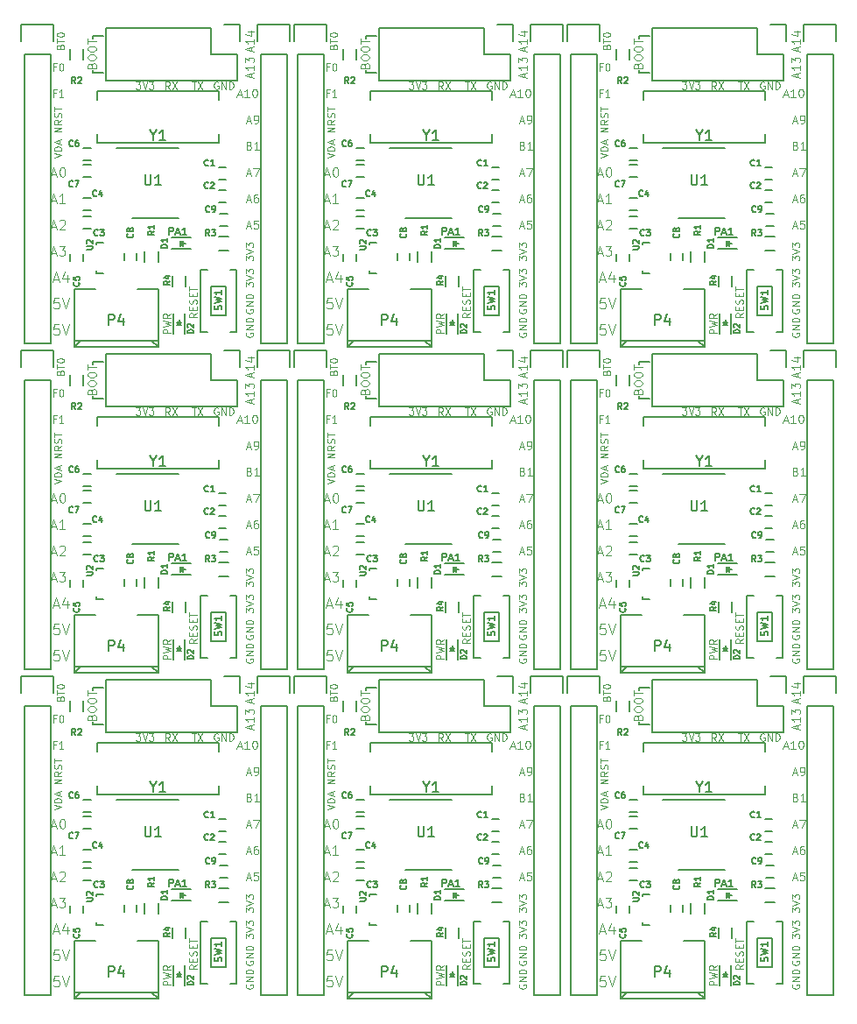
<source format=gto>
G04 #@! TF.FileFunction,Legend,Top*
%FSLAX46Y46*%
G04 Gerber Fmt 4.6, Leading zero omitted, Abs format (unit mm)*
G04 Created by KiCad (PCBNEW 4.0.1-2.201512121406+6195~38~ubuntu15.10.1-stable) date Monday, December 14, 2015 PM10:15:37 HKT*
%MOMM*%
G01*
G04 APERTURE LIST*
%ADD10C,0.100000*%
%ADD11C,0.127000*%
%ADD12C,0.150000*%
G04 APERTURE END LIST*
D10*
X56705524Y2325619D02*
X56229333Y2325619D01*
X56181714Y1849429D01*
X56229333Y1897048D01*
X56324571Y1944667D01*
X56562667Y1944667D01*
X56657905Y1897048D01*
X56705524Y1849429D01*
X56753143Y1754190D01*
X56753143Y1516095D01*
X56705524Y1420857D01*
X56657905Y1373238D01*
X56562667Y1325619D01*
X56324571Y1325619D01*
X56229333Y1373238D01*
X56181714Y1420857D01*
X57038857Y2325619D02*
X57372190Y1325619D01*
X57705524Y2325619D01*
X56705524Y4865619D02*
X56229333Y4865619D01*
X56181714Y4389429D01*
X56229333Y4437048D01*
X56324571Y4484667D01*
X56562667Y4484667D01*
X56657905Y4437048D01*
X56705524Y4389429D01*
X56753143Y4294190D01*
X56753143Y4056095D01*
X56705524Y3960857D01*
X56657905Y3913238D01*
X56562667Y3865619D01*
X56324571Y3865619D01*
X56229333Y3913238D01*
X56181714Y3960857D01*
X57038857Y4865619D02*
X57372190Y3865619D01*
X57705524Y4865619D01*
X56181714Y6691333D02*
X56657905Y6691333D01*
X56086476Y6405619D02*
X56419809Y7405619D01*
X56753143Y6405619D01*
X57515048Y7072286D02*
X57515048Y6405619D01*
X57276952Y7453238D02*
X57038857Y6738952D01*
X57657905Y6738952D01*
X55999143Y9248000D02*
X56427714Y9248000D01*
X55913428Y8990857D02*
X56213428Y9890857D01*
X56513428Y8990857D01*
X56727714Y9890857D02*
X57284857Y9890857D01*
X56984857Y9548000D01*
X57113429Y9548000D01*
X57199143Y9505143D01*
X57242000Y9462286D01*
X57284857Y9376571D01*
X57284857Y9162286D01*
X57242000Y9076571D01*
X57199143Y9033714D01*
X57113429Y8990857D01*
X56856286Y8990857D01*
X56770572Y9033714D01*
X56727714Y9076571D01*
X55999143Y11788000D02*
X56427714Y11788000D01*
X55913428Y11530857D02*
X56213428Y12430857D01*
X56513428Y11530857D01*
X56770572Y12345143D02*
X56813429Y12388000D01*
X56899143Y12430857D01*
X57113429Y12430857D01*
X57199143Y12388000D01*
X57242000Y12345143D01*
X57284857Y12259429D01*
X57284857Y12173714D01*
X57242000Y12045143D01*
X56727714Y11530857D01*
X57284857Y11530857D01*
X55999143Y14328000D02*
X56427714Y14328000D01*
X55913428Y14070857D02*
X56213428Y14970857D01*
X56513428Y14070857D01*
X57284857Y14070857D02*
X56770572Y14070857D01*
X57027714Y14070857D02*
X57027714Y14970857D01*
X56942000Y14842286D01*
X56856286Y14756571D01*
X56770572Y14713714D01*
X55999143Y16868000D02*
X56427714Y16868000D01*
X55913428Y16610857D02*
X56213428Y17510857D01*
X56513428Y16610857D01*
X56984857Y17510857D02*
X57070572Y17510857D01*
X57156286Y17468000D01*
X57199143Y17425143D01*
X57242000Y17339429D01*
X57284857Y17168000D01*
X57284857Y16953714D01*
X57242000Y16782286D01*
X57199143Y16696571D01*
X57156286Y16653714D01*
X57070572Y16610857D01*
X56984857Y16610857D01*
X56899143Y16653714D01*
X56856286Y16696571D01*
X56813429Y16782286D01*
X56770572Y16953714D01*
X56770572Y17168000D01*
X56813429Y17339429D01*
X56856286Y17425143D01*
X56899143Y17468000D01*
X56984857Y17510857D01*
X56258667Y18420667D02*
X56958667Y18654000D01*
X56258667Y18887333D01*
X56958667Y19120667D02*
X56258667Y19120667D01*
X56258667Y19287333D01*
X56292000Y19387333D01*
X56358667Y19454000D01*
X56425333Y19487333D01*
X56558667Y19520667D01*
X56658667Y19520667D01*
X56792000Y19487333D01*
X56858667Y19454000D01*
X56925333Y19387333D01*
X56958667Y19287333D01*
X56958667Y19120667D01*
X56758667Y19787333D02*
X56758667Y20120667D01*
X56958667Y19720667D02*
X56258667Y19954000D01*
X56958667Y20187333D01*
X56958667Y20948001D02*
X56258667Y20948001D01*
X56958667Y21348001D01*
X56258667Y21348001D01*
X56958667Y22081334D02*
X56625333Y21848000D01*
X56958667Y21681334D02*
X56258667Y21681334D01*
X56258667Y21948000D01*
X56292000Y22014667D01*
X56325333Y22048000D01*
X56392000Y22081334D01*
X56492000Y22081334D01*
X56558667Y22048000D01*
X56592000Y22014667D01*
X56625333Y21948000D01*
X56625333Y21681334D01*
X56925333Y22348000D02*
X56958667Y22448000D01*
X56958667Y22614667D01*
X56925333Y22681334D01*
X56892000Y22714667D01*
X56825333Y22748000D01*
X56758667Y22748000D01*
X56692000Y22714667D01*
X56658667Y22681334D01*
X56625333Y22614667D01*
X56592000Y22481334D01*
X56558667Y22414667D01*
X56525333Y22381334D01*
X56458667Y22348000D01*
X56392000Y22348000D01*
X56325333Y22381334D01*
X56292000Y22414667D01*
X56258667Y22481334D01*
X56258667Y22648000D01*
X56292000Y22748000D01*
X56258667Y22948001D02*
X56258667Y23348001D01*
X56958667Y23148001D02*
X56258667Y23148001D01*
X56408667Y24688000D02*
X56175334Y24688000D01*
X56175334Y24321333D02*
X56175334Y25021333D01*
X56508667Y25021333D01*
X57142000Y24321333D02*
X56742000Y24321333D01*
X56942000Y24321333D02*
X56942000Y25021333D01*
X56875334Y24921333D01*
X56808667Y24854667D01*
X56742000Y24821333D01*
X56846000Y29168000D02*
X56879333Y29268000D01*
X56912667Y29301333D01*
X56979333Y29334667D01*
X57079333Y29334667D01*
X57146000Y29301333D01*
X57179333Y29268000D01*
X57212667Y29201333D01*
X57212667Y28934667D01*
X56512667Y28934667D01*
X56512667Y29168000D01*
X56546000Y29234667D01*
X56579333Y29268000D01*
X56646000Y29301333D01*
X56712667Y29301333D01*
X56779333Y29268000D01*
X56812667Y29234667D01*
X56846000Y29168000D01*
X56846000Y28934667D01*
X56512667Y29534667D02*
X56512667Y29934667D01*
X57212667Y29734667D02*
X56512667Y29734667D01*
X56512667Y30301333D02*
X56512667Y30368000D01*
X56546000Y30434666D01*
X56579333Y30468000D01*
X56646000Y30501333D01*
X56779333Y30534666D01*
X56946000Y30534666D01*
X57079333Y30501333D01*
X57146000Y30468000D01*
X57179333Y30434666D01*
X57212667Y30368000D01*
X57212667Y30301333D01*
X57179333Y30234666D01*
X57146000Y30201333D01*
X57079333Y30168000D01*
X56946000Y30134666D01*
X56779333Y30134666D01*
X56646000Y30168000D01*
X56579333Y30201333D01*
X56546000Y30234666D01*
X56512667Y30301333D01*
X56408667Y27228000D02*
X56175334Y27228000D01*
X56175334Y26861333D02*
X56175334Y27561333D01*
X56508667Y27561333D01*
X56908667Y27561333D02*
X56975334Y27561333D01*
X57042000Y27528000D01*
X57075334Y27494667D01*
X57108667Y27428000D01*
X57142000Y27294667D01*
X57142000Y27128000D01*
X57108667Y26994667D01*
X57075334Y26928000D01*
X57042000Y26894667D01*
X56975334Y26861333D01*
X56908667Y26861333D01*
X56842000Y26894667D01*
X56808667Y26928000D01*
X56775334Y26994667D01*
X56742000Y27128000D01*
X56742000Y27294667D01*
X56775334Y27428000D01*
X56808667Y27494667D01*
X56842000Y27528000D01*
X56908667Y27561333D01*
X74834000Y1498667D02*
X74800667Y1432001D01*
X74800667Y1332001D01*
X74834000Y1232001D01*
X74900667Y1165334D01*
X74967333Y1132001D01*
X75100667Y1098667D01*
X75200667Y1098667D01*
X75334000Y1132001D01*
X75400667Y1165334D01*
X75467333Y1232001D01*
X75500667Y1332001D01*
X75500667Y1398667D01*
X75467333Y1498667D01*
X75434000Y1532001D01*
X75200667Y1532001D01*
X75200667Y1398667D01*
X75500667Y1832001D02*
X74800667Y1832001D01*
X75500667Y2232001D01*
X74800667Y2232001D01*
X75500667Y2565334D02*
X74800667Y2565334D01*
X74800667Y2732000D01*
X74834000Y2832000D01*
X74900667Y2898667D01*
X74967333Y2932000D01*
X75100667Y2965334D01*
X75200667Y2965334D01*
X75334000Y2932000D01*
X75400667Y2898667D01*
X75467333Y2832000D01*
X75500667Y2732000D01*
X75500667Y2565334D01*
X74834000Y3784667D02*
X74800667Y3718001D01*
X74800667Y3618001D01*
X74834000Y3518001D01*
X74900667Y3451334D01*
X74967333Y3418001D01*
X75100667Y3384667D01*
X75200667Y3384667D01*
X75334000Y3418001D01*
X75400667Y3451334D01*
X75467333Y3518001D01*
X75500667Y3618001D01*
X75500667Y3684667D01*
X75467333Y3784667D01*
X75434000Y3818001D01*
X75200667Y3818001D01*
X75200667Y3684667D01*
X75500667Y4118001D02*
X74800667Y4118001D01*
X75500667Y4518001D01*
X74800667Y4518001D01*
X75500667Y4851334D02*
X74800667Y4851334D01*
X74800667Y5018000D01*
X74834000Y5118000D01*
X74900667Y5184667D01*
X74967333Y5218000D01*
X75100667Y5251334D01*
X75200667Y5251334D01*
X75334000Y5218000D01*
X75400667Y5184667D01*
X75467333Y5118000D01*
X75500667Y5018000D01*
X75500667Y4851334D01*
X74800667Y5991333D02*
X74800667Y6424666D01*
X75067333Y6191333D01*
X75067333Y6291333D01*
X75100667Y6358000D01*
X75134000Y6391333D01*
X75200667Y6424666D01*
X75367333Y6424666D01*
X75434000Y6391333D01*
X75467333Y6358000D01*
X75500667Y6291333D01*
X75500667Y6091333D01*
X75467333Y6024666D01*
X75434000Y5991333D01*
X74800667Y6624667D02*
X75500667Y6858000D01*
X74800667Y7091333D01*
X74800667Y7258000D02*
X74800667Y7691333D01*
X75067333Y7458000D01*
X75067333Y7558000D01*
X75100667Y7624667D01*
X75134000Y7658000D01*
X75200667Y7691333D01*
X75367333Y7691333D01*
X75434000Y7658000D01*
X75467333Y7624667D01*
X75500667Y7558000D01*
X75500667Y7358000D01*
X75467333Y7291333D01*
X75434000Y7258000D01*
X74800667Y8531333D02*
X74800667Y8964666D01*
X75067333Y8731333D01*
X75067333Y8831333D01*
X75100667Y8898000D01*
X75134000Y8931333D01*
X75200667Y8964666D01*
X75367333Y8964666D01*
X75434000Y8931333D01*
X75467333Y8898000D01*
X75500667Y8831333D01*
X75500667Y8631333D01*
X75467333Y8564666D01*
X75434000Y8531333D01*
X74800667Y9164667D02*
X75500667Y9398000D01*
X74800667Y9631333D01*
X74800667Y9798000D02*
X74800667Y10231333D01*
X75067333Y9998000D01*
X75067333Y10098000D01*
X75100667Y10164667D01*
X75134000Y10198000D01*
X75200667Y10231333D01*
X75367333Y10231333D01*
X75434000Y10198000D01*
X75467333Y10164667D01*
X75500667Y10098000D01*
X75500667Y9898000D01*
X75467333Y9831333D01*
X75434000Y9798000D01*
X74866572Y11804667D02*
X75247524Y11804667D01*
X74790381Y11576095D02*
X75057048Y12376095D01*
X75323715Y11576095D01*
X75971334Y12376095D02*
X75590381Y12376095D01*
X75552286Y11995143D01*
X75590381Y12033238D01*
X75666572Y12071333D01*
X75857048Y12071333D01*
X75933238Y12033238D01*
X75971334Y11995143D01*
X76009429Y11918952D01*
X76009429Y11728476D01*
X75971334Y11652286D01*
X75933238Y11614190D01*
X75857048Y11576095D01*
X75666572Y11576095D01*
X75590381Y11614190D01*
X75552286Y11652286D01*
X74866572Y14344667D02*
X75247524Y14344667D01*
X74790381Y14116095D02*
X75057048Y14916095D01*
X75323715Y14116095D01*
X75933238Y14916095D02*
X75780857Y14916095D01*
X75704667Y14878000D01*
X75666572Y14839905D01*
X75590381Y14725619D01*
X75552286Y14573238D01*
X75552286Y14268476D01*
X75590381Y14192286D01*
X75628476Y14154190D01*
X75704667Y14116095D01*
X75857048Y14116095D01*
X75933238Y14154190D01*
X75971334Y14192286D01*
X76009429Y14268476D01*
X76009429Y14458952D01*
X75971334Y14535143D01*
X75933238Y14573238D01*
X75857048Y14611333D01*
X75704667Y14611333D01*
X75628476Y14573238D01*
X75590381Y14535143D01*
X75552286Y14458952D01*
X74866572Y16884667D02*
X75247524Y16884667D01*
X74790381Y16656095D02*
X75057048Y17456095D01*
X75323715Y16656095D01*
X75514191Y17456095D02*
X76047524Y17456095D01*
X75704667Y16656095D01*
X75114191Y19615143D02*
X75228477Y19577048D01*
X75266572Y19538952D01*
X75304667Y19462762D01*
X75304667Y19348476D01*
X75266572Y19272286D01*
X75228477Y19234190D01*
X75152286Y19196095D01*
X74847524Y19196095D01*
X74847524Y19996095D01*
X75114191Y19996095D01*
X75190381Y19958000D01*
X75228477Y19919905D01*
X75266572Y19843714D01*
X75266572Y19767524D01*
X75228477Y19691333D01*
X75190381Y19653238D01*
X75114191Y19615143D01*
X74847524Y19615143D01*
X76066572Y19196095D02*
X75609429Y19196095D01*
X75838000Y19196095D02*
X75838000Y19996095D01*
X75761810Y19881810D01*
X75685619Y19805619D01*
X75609429Y19767524D01*
X74866572Y21964667D02*
X75247524Y21964667D01*
X74790381Y21736095D02*
X75057048Y22536095D01*
X75323715Y21736095D01*
X75628476Y21736095D02*
X75780857Y21736095D01*
X75857048Y21774190D01*
X75895143Y21812286D01*
X75971334Y21926571D01*
X76009429Y22078952D01*
X76009429Y22383714D01*
X75971334Y22459905D01*
X75933238Y22498000D01*
X75857048Y22536095D01*
X75704667Y22536095D01*
X75628476Y22498000D01*
X75590381Y22459905D01*
X75552286Y22383714D01*
X75552286Y22193238D01*
X75590381Y22117048D01*
X75628476Y22078952D01*
X75704667Y22040857D01*
X75857048Y22040857D01*
X75933238Y22078952D01*
X75971334Y22117048D01*
X76009429Y22193238D01*
X75317333Y26225619D02*
X75317333Y26606571D01*
X75545905Y26149428D02*
X74745905Y26416095D01*
X75545905Y26682762D01*
X75545905Y27368476D02*
X75545905Y26911333D01*
X75545905Y27139904D02*
X74745905Y27139904D01*
X74860190Y27063714D01*
X74936381Y26987523D01*
X74974476Y26911333D01*
X74745905Y27635143D02*
X74745905Y28130381D01*
X75050667Y27863714D01*
X75050667Y27978000D01*
X75088762Y28054190D01*
X75126857Y28092286D01*
X75203048Y28130381D01*
X75393524Y28130381D01*
X75469714Y28092286D01*
X75507810Y28054190D01*
X75545905Y27978000D01*
X75545905Y27749428D01*
X75507810Y27673238D01*
X75469714Y27635143D01*
X75317333Y28765619D02*
X75317333Y29146571D01*
X75545905Y28689428D02*
X74745905Y28956095D01*
X75545905Y29222762D01*
X75545905Y29908476D02*
X75545905Y29451333D01*
X75545905Y29679904D02*
X74745905Y29679904D01*
X74860190Y29603714D01*
X74936381Y29527523D01*
X74974476Y29451333D01*
X75012571Y30594190D02*
X75545905Y30594190D01*
X74707810Y30403714D02*
X75279238Y30213238D01*
X75279238Y30708476D01*
D11*
X67382334Y10986333D02*
X67382334Y11686333D01*
X67649000Y11686333D01*
X67715667Y11653000D01*
X67749000Y11619667D01*
X67782334Y11553000D01*
X67782334Y11453000D01*
X67749000Y11386333D01*
X67715667Y11353000D01*
X67649000Y11319667D01*
X67382334Y11319667D01*
X68049000Y11186333D02*
X68382334Y11186333D01*
X67982334Y10986333D02*
X68215667Y11686333D01*
X68449000Y10986333D01*
X69049000Y10986333D02*
X68649000Y10986333D01*
X68849000Y10986333D02*
X68849000Y11686333D01*
X68782334Y11586333D01*
X68715667Y11519667D01*
X68649000Y11486333D01*
D10*
X59886857Y27362286D02*
X59924952Y27476572D01*
X59963048Y27514667D01*
X60039238Y27552762D01*
X60153524Y27552762D01*
X60229714Y27514667D01*
X60267810Y27476572D01*
X60305905Y27400381D01*
X60305905Y27095619D01*
X59505905Y27095619D01*
X59505905Y27362286D01*
X59544000Y27438476D01*
X59582095Y27476572D01*
X59658286Y27514667D01*
X59734476Y27514667D01*
X59810667Y27476572D01*
X59848762Y27438476D01*
X59886857Y27362286D01*
X59886857Y27095619D01*
X59505905Y28048000D02*
X59505905Y28200381D01*
X59544000Y28276572D01*
X59620190Y28352762D01*
X59772571Y28390857D01*
X60039238Y28390857D01*
X60191619Y28352762D01*
X60267810Y28276572D01*
X60305905Y28200381D01*
X60305905Y28048000D01*
X60267810Y27971810D01*
X60191619Y27895619D01*
X60039238Y27857524D01*
X59772571Y27857524D01*
X59620190Y27895619D01*
X59544000Y27971810D01*
X59505905Y28048000D01*
X59505905Y28886095D02*
X59505905Y29038476D01*
X59544000Y29114667D01*
X59620190Y29190857D01*
X59772571Y29228952D01*
X60039238Y29228952D01*
X60191619Y29190857D01*
X60267810Y29114667D01*
X60305905Y29038476D01*
X60305905Y28886095D01*
X60267810Y28809905D01*
X60191619Y28733714D01*
X60039238Y28695619D01*
X59772571Y28695619D01*
X59620190Y28733714D01*
X59544000Y28809905D01*
X59505905Y28886095D01*
X59505905Y29457523D02*
X59505905Y29914666D01*
X60305905Y29686095D02*
X59505905Y29686095D01*
D12*
X59944000Y29972000D02*
X59944000Y30226000D01*
X59944000Y30226000D02*
X60960000Y30226000D01*
X59944000Y26924000D02*
X59944000Y26670000D01*
X59944000Y26670000D02*
X60960000Y26670000D01*
D10*
X64157333Y25783333D02*
X64590666Y25783333D01*
X64357333Y25516667D01*
X64457333Y25516667D01*
X64524000Y25483333D01*
X64557333Y25450000D01*
X64590666Y25383333D01*
X64590666Y25216667D01*
X64557333Y25150000D01*
X64524000Y25116667D01*
X64457333Y25083333D01*
X64257333Y25083333D01*
X64190666Y25116667D01*
X64157333Y25150000D01*
X64790667Y25783333D02*
X65024000Y25083333D01*
X65257333Y25783333D01*
X65424000Y25783333D02*
X65857333Y25783333D01*
X65624000Y25516667D01*
X65724000Y25516667D01*
X65790667Y25483333D01*
X65824000Y25450000D01*
X65857333Y25383333D01*
X65857333Y25216667D01*
X65824000Y25150000D01*
X65790667Y25116667D01*
X65724000Y25083333D01*
X65524000Y25083333D01*
X65457333Y25116667D01*
X65424000Y25150000D01*
X67447334Y25083333D02*
X67214000Y25416667D01*
X67047334Y25083333D02*
X67047334Y25783333D01*
X67314000Y25783333D01*
X67380667Y25750000D01*
X67414000Y25716667D01*
X67447334Y25650000D01*
X67447334Y25550000D01*
X67414000Y25483333D01*
X67380667Y25450000D01*
X67314000Y25416667D01*
X67047334Y25416667D01*
X67680667Y25783333D02*
X68147334Y25083333D01*
X68147334Y25783333D02*
X67680667Y25083333D01*
X69570667Y25783333D02*
X69970667Y25783333D01*
X69770667Y25083333D02*
X69770667Y25783333D01*
X70137333Y25783333D02*
X70604000Y25083333D01*
X70604000Y25783333D02*
X70137333Y25083333D01*
X72110667Y25750000D02*
X72044001Y25783333D01*
X71944001Y25783333D01*
X71844001Y25750000D01*
X71777334Y25683333D01*
X71744001Y25616667D01*
X71710667Y25483333D01*
X71710667Y25383333D01*
X71744001Y25250000D01*
X71777334Y25183333D01*
X71844001Y25116667D01*
X71944001Y25083333D01*
X72010667Y25083333D01*
X72110667Y25116667D01*
X72144001Y25150000D01*
X72144001Y25383333D01*
X72010667Y25383333D01*
X72444001Y25083333D02*
X72444001Y25783333D01*
X72844001Y25083333D01*
X72844001Y25783333D01*
X73177334Y25083333D02*
X73177334Y25783333D01*
X73344000Y25783333D01*
X73444000Y25750000D01*
X73510667Y25683333D01*
X73544000Y25616667D01*
X73577334Y25483333D01*
X73577334Y25383333D01*
X73544000Y25250000D01*
X73510667Y25183333D01*
X73444000Y25116667D01*
X73344000Y25083333D01*
X73177334Y25083333D01*
X73977619Y24504667D02*
X74358571Y24504667D01*
X73901428Y24276095D02*
X74168095Y25076095D01*
X74434762Y24276095D01*
X75120476Y24276095D02*
X74663333Y24276095D01*
X74891904Y24276095D02*
X74891904Y25076095D01*
X74815714Y24961810D01*
X74739523Y24885619D01*
X74663333Y24847524D01*
X75615714Y25076095D02*
X75691905Y25076095D01*
X75768095Y25038000D01*
X75806190Y24999905D01*
X75844286Y24923714D01*
X75882381Y24771333D01*
X75882381Y24580857D01*
X75844286Y24428476D01*
X75806190Y24352286D01*
X75768095Y24314190D01*
X75691905Y24276095D01*
X75615714Y24276095D01*
X75539524Y24314190D01*
X75501428Y24352286D01*
X75463333Y24428476D01*
X75425238Y24580857D01*
X75425238Y24771333D01*
X75463333Y24923714D01*
X75501428Y24999905D01*
X75539524Y25038000D01*
X75615714Y25076095D01*
X67499667Y1479667D02*
X66799667Y1479667D01*
X66799667Y1746333D01*
X66833000Y1813000D01*
X66866333Y1846333D01*
X66933000Y1879667D01*
X67033000Y1879667D01*
X67099667Y1846333D01*
X67133000Y1813000D01*
X67166333Y1746333D01*
X67166333Y1479667D01*
X66799667Y2113000D02*
X67499667Y2279667D01*
X66999667Y2413000D01*
X67499667Y2546333D01*
X66799667Y2713000D01*
X67499667Y3379667D02*
X67166333Y3146333D01*
X67499667Y2979667D02*
X66799667Y2979667D01*
X66799667Y3246333D01*
X66833000Y3313000D01*
X66866333Y3346333D01*
X66933000Y3379667D01*
X67033000Y3379667D01*
X67099667Y3346333D01*
X67133000Y3313000D01*
X67166333Y3246333D01*
X67166333Y2979667D01*
X70039667Y3428334D02*
X69706333Y3195000D01*
X70039667Y3028334D02*
X69339667Y3028334D01*
X69339667Y3295000D01*
X69373000Y3361667D01*
X69406333Y3395000D01*
X69473000Y3428334D01*
X69573000Y3428334D01*
X69639667Y3395000D01*
X69673000Y3361667D01*
X69706333Y3295000D01*
X69706333Y3028334D01*
X69673000Y3728334D02*
X69673000Y3961667D01*
X70039667Y4061667D02*
X70039667Y3728334D01*
X69339667Y3728334D01*
X69339667Y4061667D01*
X70006333Y4328333D02*
X70039667Y4428333D01*
X70039667Y4595000D01*
X70006333Y4661667D01*
X69973000Y4695000D01*
X69906333Y4728333D01*
X69839667Y4728333D01*
X69773000Y4695000D01*
X69739667Y4661667D01*
X69706333Y4595000D01*
X69673000Y4461667D01*
X69639667Y4395000D01*
X69606333Y4361667D01*
X69539667Y4328333D01*
X69473000Y4328333D01*
X69406333Y4361667D01*
X69373000Y4395000D01*
X69339667Y4461667D01*
X69339667Y4628333D01*
X69373000Y4728333D01*
X69673000Y5028334D02*
X69673000Y5261667D01*
X70039667Y5361667D02*
X70039667Y5028334D01*
X69339667Y5028334D01*
X69339667Y5361667D01*
X69339667Y5561667D02*
X69339667Y5961667D01*
X70039667Y5761667D02*
X69339667Y5761667D01*
X56705524Y33821619D02*
X56229333Y33821619D01*
X56181714Y33345429D01*
X56229333Y33393048D01*
X56324571Y33440667D01*
X56562667Y33440667D01*
X56657905Y33393048D01*
X56705524Y33345429D01*
X56753143Y33250190D01*
X56753143Y33012095D01*
X56705524Y32916857D01*
X56657905Y32869238D01*
X56562667Y32821619D01*
X56324571Y32821619D01*
X56229333Y32869238D01*
X56181714Y32916857D01*
X57038857Y33821619D02*
X57372190Y32821619D01*
X57705524Y33821619D01*
X56705524Y36361619D02*
X56229333Y36361619D01*
X56181714Y35885429D01*
X56229333Y35933048D01*
X56324571Y35980667D01*
X56562667Y35980667D01*
X56657905Y35933048D01*
X56705524Y35885429D01*
X56753143Y35790190D01*
X56753143Y35552095D01*
X56705524Y35456857D01*
X56657905Y35409238D01*
X56562667Y35361619D01*
X56324571Y35361619D01*
X56229333Y35409238D01*
X56181714Y35456857D01*
X57038857Y36361619D02*
X57372190Y35361619D01*
X57705524Y36361619D01*
X56181714Y38187333D02*
X56657905Y38187333D01*
X56086476Y37901619D02*
X56419809Y38901619D01*
X56753143Y37901619D01*
X57515048Y38568286D02*
X57515048Y37901619D01*
X57276952Y38949238D02*
X57038857Y38234952D01*
X57657905Y38234952D01*
X55999143Y40744000D02*
X56427714Y40744000D01*
X55913428Y40486857D02*
X56213428Y41386857D01*
X56513428Y40486857D01*
X56727714Y41386857D02*
X57284857Y41386857D01*
X56984857Y41044000D01*
X57113429Y41044000D01*
X57199143Y41001143D01*
X57242000Y40958286D01*
X57284857Y40872571D01*
X57284857Y40658286D01*
X57242000Y40572571D01*
X57199143Y40529714D01*
X57113429Y40486857D01*
X56856286Y40486857D01*
X56770572Y40529714D01*
X56727714Y40572571D01*
X55999143Y43284000D02*
X56427714Y43284000D01*
X55913428Y43026857D02*
X56213428Y43926857D01*
X56513428Y43026857D01*
X56770572Y43841143D02*
X56813429Y43884000D01*
X56899143Y43926857D01*
X57113429Y43926857D01*
X57199143Y43884000D01*
X57242000Y43841143D01*
X57284857Y43755429D01*
X57284857Y43669714D01*
X57242000Y43541143D01*
X56727714Y43026857D01*
X57284857Y43026857D01*
X55999143Y45824000D02*
X56427714Y45824000D01*
X55913428Y45566857D02*
X56213428Y46466857D01*
X56513428Y45566857D01*
X57284857Y45566857D02*
X56770572Y45566857D01*
X57027714Y45566857D02*
X57027714Y46466857D01*
X56942000Y46338286D01*
X56856286Y46252571D01*
X56770572Y46209714D01*
X55999143Y48364000D02*
X56427714Y48364000D01*
X55913428Y48106857D02*
X56213428Y49006857D01*
X56513428Y48106857D01*
X56984857Y49006857D02*
X57070572Y49006857D01*
X57156286Y48964000D01*
X57199143Y48921143D01*
X57242000Y48835429D01*
X57284857Y48664000D01*
X57284857Y48449714D01*
X57242000Y48278286D01*
X57199143Y48192571D01*
X57156286Y48149714D01*
X57070572Y48106857D01*
X56984857Y48106857D01*
X56899143Y48149714D01*
X56856286Y48192571D01*
X56813429Y48278286D01*
X56770572Y48449714D01*
X56770572Y48664000D01*
X56813429Y48835429D01*
X56856286Y48921143D01*
X56899143Y48964000D01*
X56984857Y49006857D01*
X56258667Y49916667D02*
X56958667Y50150000D01*
X56258667Y50383333D01*
X56958667Y50616667D02*
X56258667Y50616667D01*
X56258667Y50783333D01*
X56292000Y50883333D01*
X56358667Y50950000D01*
X56425333Y50983333D01*
X56558667Y51016667D01*
X56658667Y51016667D01*
X56792000Y50983333D01*
X56858667Y50950000D01*
X56925333Y50883333D01*
X56958667Y50783333D01*
X56958667Y50616667D01*
X56758667Y51283333D02*
X56758667Y51616667D01*
X56958667Y51216667D02*
X56258667Y51450000D01*
X56958667Y51683333D01*
X56958667Y52444001D02*
X56258667Y52444001D01*
X56958667Y52844001D01*
X56258667Y52844001D01*
X56958667Y53577334D02*
X56625333Y53344000D01*
X56958667Y53177334D02*
X56258667Y53177334D01*
X56258667Y53444000D01*
X56292000Y53510667D01*
X56325333Y53544000D01*
X56392000Y53577334D01*
X56492000Y53577334D01*
X56558667Y53544000D01*
X56592000Y53510667D01*
X56625333Y53444000D01*
X56625333Y53177334D01*
X56925333Y53844000D02*
X56958667Y53944000D01*
X56958667Y54110667D01*
X56925333Y54177334D01*
X56892000Y54210667D01*
X56825333Y54244000D01*
X56758667Y54244000D01*
X56692000Y54210667D01*
X56658667Y54177334D01*
X56625333Y54110667D01*
X56592000Y53977334D01*
X56558667Y53910667D01*
X56525333Y53877334D01*
X56458667Y53844000D01*
X56392000Y53844000D01*
X56325333Y53877334D01*
X56292000Y53910667D01*
X56258667Y53977334D01*
X56258667Y54144000D01*
X56292000Y54244000D01*
X56258667Y54444001D02*
X56258667Y54844001D01*
X56958667Y54644001D02*
X56258667Y54644001D01*
X56408667Y56184000D02*
X56175334Y56184000D01*
X56175334Y55817333D02*
X56175334Y56517333D01*
X56508667Y56517333D01*
X57142000Y55817333D02*
X56742000Y55817333D01*
X56942000Y55817333D02*
X56942000Y56517333D01*
X56875334Y56417333D01*
X56808667Y56350667D01*
X56742000Y56317333D01*
X56846000Y60664000D02*
X56879333Y60764000D01*
X56912667Y60797333D01*
X56979333Y60830667D01*
X57079333Y60830667D01*
X57146000Y60797333D01*
X57179333Y60764000D01*
X57212667Y60697333D01*
X57212667Y60430667D01*
X56512667Y60430667D01*
X56512667Y60664000D01*
X56546000Y60730667D01*
X56579333Y60764000D01*
X56646000Y60797333D01*
X56712667Y60797333D01*
X56779333Y60764000D01*
X56812667Y60730667D01*
X56846000Y60664000D01*
X56846000Y60430667D01*
X56512667Y61030667D02*
X56512667Y61430667D01*
X57212667Y61230667D02*
X56512667Y61230667D01*
X56512667Y61797333D02*
X56512667Y61864000D01*
X56546000Y61930666D01*
X56579333Y61964000D01*
X56646000Y61997333D01*
X56779333Y62030666D01*
X56946000Y62030666D01*
X57079333Y61997333D01*
X57146000Y61964000D01*
X57179333Y61930666D01*
X57212667Y61864000D01*
X57212667Y61797333D01*
X57179333Y61730666D01*
X57146000Y61697333D01*
X57079333Y61664000D01*
X56946000Y61630666D01*
X56779333Y61630666D01*
X56646000Y61664000D01*
X56579333Y61697333D01*
X56546000Y61730666D01*
X56512667Y61797333D01*
X56408667Y58724000D02*
X56175334Y58724000D01*
X56175334Y58357333D02*
X56175334Y59057333D01*
X56508667Y59057333D01*
X56908667Y59057333D02*
X56975334Y59057333D01*
X57042000Y59024000D01*
X57075334Y58990667D01*
X57108667Y58924000D01*
X57142000Y58790667D01*
X57142000Y58624000D01*
X57108667Y58490667D01*
X57075334Y58424000D01*
X57042000Y58390667D01*
X56975334Y58357333D01*
X56908667Y58357333D01*
X56842000Y58390667D01*
X56808667Y58424000D01*
X56775334Y58490667D01*
X56742000Y58624000D01*
X56742000Y58790667D01*
X56775334Y58924000D01*
X56808667Y58990667D01*
X56842000Y59024000D01*
X56908667Y59057333D01*
X74834000Y32994667D02*
X74800667Y32928001D01*
X74800667Y32828001D01*
X74834000Y32728001D01*
X74900667Y32661334D01*
X74967333Y32628001D01*
X75100667Y32594667D01*
X75200667Y32594667D01*
X75334000Y32628001D01*
X75400667Y32661334D01*
X75467333Y32728001D01*
X75500667Y32828001D01*
X75500667Y32894667D01*
X75467333Y32994667D01*
X75434000Y33028001D01*
X75200667Y33028001D01*
X75200667Y32894667D01*
X75500667Y33328001D02*
X74800667Y33328001D01*
X75500667Y33728001D01*
X74800667Y33728001D01*
X75500667Y34061334D02*
X74800667Y34061334D01*
X74800667Y34228000D01*
X74834000Y34328000D01*
X74900667Y34394667D01*
X74967333Y34428000D01*
X75100667Y34461334D01*
X75200667Y34461334D01*
X75334000Y34428000D01*
X75400667Y34394667D01*
X75467333Y34328000D01*
X75500667Y34228000D01*
X75500667Y34061334D01*
X74834000Y35280667D02*
X74800667Y35214001D01*
X74800667Y35114001D01*
X74834000Y35014001D01*
X74900667Y34947334D01*
X74967333Y34914001D01*
X75100667Y34880667D01*
X75200667Y34880667D01*
X75334000Y34914001D01*
X75400667Y34947334D01*
X75467333Y35014001D01*
X75500667Y35114001D01*
X75500667Y35180667D01*
X75467333Y35280667D01*
X75434000Y35314001D01*
X75200667Y35314001D01*
X75200667Y35180667D01*
X75500667Y35614001D02*
X74800667Y35614001D01*
X75500667Y36014001D01*
X74800667Y36014001D01*
X75500667Y36347334D02*
X74800667Y36347334D01*
X74800667Y36514000D01*
X74834000Y36614000D01*
X74900667Y36680667D01*
X74967333Y36714000D01*
X75100667Y36747334D01*
X75200667Y36747334D01*
X75334000Y36714000D01*
X75400667Y36680667D01*
X75467333Y36614000D01*
X75500667Y36514000D01*
X75500667Y36347334D01*
X74800667Y37487333D02*
X74800667Y37920666D01*
X75067333Y37687333D01*
X75067333Y37787333D01*
X75100667Y37854000D01*
X75134000Y37887333D01*
X75200667Y37920666D01*
X75367333Y37920666D01*
X75434000Y37887333D01*
X75467333Y37854000D01*
X75500667Y37787333D01*
X75500667Y37587333D01*
X75467333Y37520666D01*
X75434000Y37487333D01*
X74800667Y38120667D02*
X75500667Y38354000D01*
X74800667Y38587333D01*
X74800667Y38754000D02*
X74800667Y39187333D01*
X75067333Y38954000D01*
X75067333Y39054000D01*
X75100667Y39120667D01*
X75134000Y39154000D01*
X75200667Y39187333D01*
X75367333Y39187333D01*
X75434000Y39154000D01*
X75467333Y39120667D01*
X75500667Y39054000D01*
X75500667Y38854000D01*
X75467333Y38787333D01*
X75434000Y38754000D01*
X74800667Y40027333D02*
X74800667Y40460666D01*
X75067333Y40227333D01*
X75067333Y40327333D01*
X75100667Y40394000D01*
X75134000Y40427333D01*
X75200667Y40460666D01*
X75367333Y40460666D01*
X75434000Y40427333D01*
X75467333Y40394000D01*
X75500667Y40327333D01*
X75500667Y40127333D01*
X75467333Y40060666D01*
X75434000Y40027333D01*
X74800667Y40660667D02*
X75500667Y40894000D01*
X74800667Y41127333D01*
X74800667Y41294000D02*
X74800667Y41727333D01*
X75067333Y41494000D01*
X75067333Y41594000D01*
X75100667Y41660667D01*
X75134000Y41694000D01*
X75200667Y41727333D01*
X75367333Y41727333D01*
X75434000Y41694000D01*
X75467333Y41660667D01*
X75500667Y41594000D01*
X75500667Y41394000D01*
X75467333Y41327333D01*
X75434000Y41294000D01*
X74866572Y43300667D02*
X75247524Y43300667D01*
X74790381Y43072095D02*
X75057048Y43872095D01*
X75323715Y43072095D01*
X75971334Y43872095D02*
X75590381Y43872095D01*
X75552286Y43491143D01*
X75590381Y43529238D01*
X75666572Y43567333D01*
X75857048Y43567333D01*
X75933238Y43529238D01*
X75971334Y43491143D01*
X76009429Y43414952D01*
X76009429Y43224476D01*
X75971334Y43148286D01*
X75933238Y43110190D01*
X75857048Y43072095D01*
X75666572Y43072095D01*
X75590381Y43110190D01*
X75552286Y43148286D01*
X74866572Y45840667D02*
X75247524Y45840667D01*
X74790381Y45612095D02*
X75057048Y46412095D01*
X75323715Y45612095D01*
X75933238Y46412095D02*
X75780857Y46412095D01*
X75704667Y46374000D01*
X75666572Y46335905D01*
X75590381Y46221619D01*
X75552286Y46069238D01*
X75552286Y45764476D01*
X75590381Y45688286D01*
X75628476Y45650190D01*
X75704667Y45612095D01*
X75857048Y45612095D01*
X75933238Y45650190D01*
X75971334Y45688286D01*
X76009429Y45764476D01*
X76009429Y45954952D01*
X75971334Y46031143D01*
X75933238Y46069238D01*
X75857048Y46107333D01*
X75704667Y46107333D01*
X75628476Y46069238D01*
X75590381Y46031143D01*
X75552286Y45954952D01*
X74866572Y48380667D02*
X75247524Y48380667D01*
X74790381Y48152095D02*
X75057048Y48952095D01*
X75323715Y48152095D01*
X75514191Y48952095D02*
X76047524Y48952095D01*
X75704667Y48152095D01*
X75114191Y51111143D02*
X75228477Y51073048D01*
X75266572Y51034952D01*
X75304667Y50958762D01*
X75304667Y50844476D01*
X75266572Y50768286D01*
X75228477Y50730190D01*
X75152286Y50692095D01*
X74847524Y50692095D01*
X74847524Y51492095D01*
X75114191Y51492095D01*
X75190381Y51454000D01*
X75228477Y51415905D01*
X75266572Y51339714D01*
X75266572Y51263524D01*
X75228477Y51187333D01*
X75190381Y51149238D01*
X75114191Y51111143D01*
X74847524Y51111143D01*
X76066572Y50692095D02*
X75609429Y50692095D01*
X75838000Y50692095D02*
X75838000Y51492095D01*
X75761810Y51377810D01*
X75685619Y51301619D01*
X75609429Y51263524D01*
X74866572Y53460667D02*
X75247524Y53460667D01*
X74790381Y53232095D02*
X75057048Y54032095D01*
X75323715Y53232095D01*
X75628476Y53232095D02*
X75780857Y53232095D01*
X75857048Y53270190D01*
X75895143Y53308286D01*
X75971334Y53422571D01*
X76009429Y53574952D01*
X76009429Y53879714D01*
X75971334Y53955905D01*
X75933238Y53994000D01*
X75857048Y54032095D01*
X75704667Y54032095D01*
X75628476Y53994000D01*
X75590381Y53955905D01*
X75552286Y53879714D01*
X75552286Y53689238D01*
X75590381Y53613048D01*
X75628476Y53574952D01*
X75704667Y53536857D01*
X75857048Y53536857D01*
X75933238Y53574952D01*
X75971334Y53613048D01*
X76009429Y53689238D01*
X75317333Y57721619D02*
X75317333Y58102571D01*
X75545905Y57645428D02*
X74745905Y57912095D01*
X75545905Y58178762D01*
X75545905Y58864476D02*
X75545905Y58407333D01*
X75545905Y58635904D02*
X74745905Y58635904D01*
X74860190Y58559714D01*
X74936381Y58483523D01*
X74974476Y58407333D01*
X74745905Y59131143D02*
X74745905Y59626381D01*
X75050667Y59359714D01*
X75050667Y59474000D01*
X75088762Y59550190D01*
X75126857Y59588286D01*
X75203048Y59626381D01*
X75393524Y59626381D01*
X75469714Y59588286D01*
X75507810Y59550190D01*
X75545905Y59474000D01*
X75545905Y59245428D01*
X75507810Y59169238D01*
X75469714Y59131143D01*
X75317333Y60261619D02*
X75317333Y60642571D01*
X75545905Y60185428D02*
X74745905Y60452095D01*
X75545905Y60718762D01*
X75545905Y61404476D02*
X75545905Y60947333D01*
X75545905Y61175904D02*
X74745905Y61175904D01*
X74860190Y61099714D01*
X74936381Y61023523D01*
X74974476Y60947333D01*
X75012571Y62090190D02*
X75545905Y62090190D01*
X74707810Y61899714D02*
X75279238Y61709238D01*
X75279238Y62204476D01*
D11*
X67382334Y42482333D02*
X67382334Y43182333D01*
X67649000Y43182333D01*
X67715667Y43149000D01*
X67749000Y43115667D01*
X67782334Y43049000D01*
X67782334Y42949000D01*
X67749000Y42882333D01*
X67715667Y42849000D01*
X67649000Y42815667D01*
X67382334Y42815667D01*
X68049000Y42682333D02*
X68382334Y42682333D01*
X67982334Y42482333D02*
X68215667Y43182333D01*
X68449000Y42482333D01*
X69049000Y42482333D02*
X68649000Y42482333D01*
X68849000Y42482333D02*
X68849000Y43182333D01*
X68782334Y43082333D01*
X68715667Y43015667D01*
X68649000Y42982333D01*
D10*
X59886857Y58858286D02*
X59924952Y58972572D01*
X59963048Y59010667D01*
X60039238Y59048762D01*
X60153524Y59048762D01*
X60229714Y59010667D01*
X60267810Y58972572D01*
X60305905Y58896381D01*
X60305905Y58591619D01*
X59505905Y58591619D01*
X59505905Y58858286D01*
X59544000Y58934476D01*
X59582095Y58972572D01*
X59658286Y59010667D01*
X59734476Y59010667D01*
X59810667Y58972572D01*
X59848762Y58934476D01*
X59886857Y58858286D01*
X59886857Y58591619D01*
X59505905Y59544000D02*
X59505905Y59696381D01*
X59544000Y59772572D01*
X59620190Y59848762D01*
X59772571Y59886857D01*
X60039238Y59886857D01*
X60191619Y59848762D01*
X60267810Y59772572D01*
X60305905Y59696381D01*
X60305905Y59544000D01*
X60267810Y59467810D01*
X60191619Y59391619D01*
X60039238Y59353524D01*
X59772571Y59353524D01*
X59620190Y59391619D01*
X59544000Y59467810D01*
X59505905Y59544000D01*
X59505905Y60382095D02*
X59505905Y60534476D01*
X59544000Y60610667D01*
X59620190Y60686857D01*
X59772571Y60724952D01*
X60039238Y60724952D01*
X60191619Y60686857D01*
X60267810Y60610667D01*
X60305905Y60534476D01*
X60305905Y60382095D01*
X60267810Y60305905D01*
X60191619Y60229714D01*
X60039238Y60191619D01*
X59772571Y60191619D01*
X59620190Y60229714D01*
X59544000Y60305905D01*
X59505905Y60382095D01*
X59505905Y60953523D02*
X59505905Y61410666D01*
X60305905Y61182095D02*
X59505905Y61182095D01*
D12*
X59944000Y61468000D02*
X59944000Y61722000D01*
X59944000Y61722000D02*
X60960000Y61722000D01*
X59944000Y58420000D02*
X59944000Y58166000D01*
X59944000Y58166000D02*
X60960000Y58166000D01*
D10*
X64157333Y57279333D02*
X64590666Y57279333D01*
X64357333Y57012667D01*
X64457333Y57012667D01*
X64524000Y56979333D01*
X64557333Y56946000D01*
X64590666Y56879333D01*
X64590666Y56712667D01*
X64557333Y56646000D01*
X64524000Y56612667D01*
X64457333Y56579333D01*
X64257333Y56579333D01*
X64190666Y56612667D01*
X64157333Y56646000D01*
X64790667Y57279333D02*
X65024000Y56579333D01*
X65257333Y57279333D01*
X65424000Y57279333D02*
X65857333Y57279333D01*
X65624000Y57012667D01*
X65724000Y57012667D01*
X65790667Y56979333D01*
X65824000Y56946000D01*
X65857333Y56879333D01*
X65857333Y56712667D01*
X65824000Y56646000D01*
X65790667Y56612667D01*
X65724000Y56579333D01*
X65524000Y56579333D01*
X65457333Y56612667D01*
X65424000Y56646000D01*
X67447334Y56579333D02*
X67214000Y56912667D01*
X67047334Y56579333D02*
X67047334Y57279333D01*
X67314000Y57279333D01*
X67380667Y57246000D01*
X67414000Y57212667D01*
X67447334Y57146000D01*
X67447334Y57046000D01*
X67414000Y56979333D01*
X67380667Y56946000D01*
X67314000Y56912667D01*
X67047334Y56912667D01*
X67680667Y57279333D02*
X68147334Y56579333D01*
X68147334Y57279333D02*
X67680667Y56579333D01*
X69570667Y57279333D02*
X69970667Y57279333D01*
X69770667Y56579333D02*
X69770667Y57279333D01*
X70137333Y57279333D02*
X70604000Y56579333D01*
X70604000Y57279333D02*
X70137333Y56579333D01*
X72110667Y57246000D02*
X72044001Y57279333D01*
X71944001Y57279333D01*
X71844001Y57246000D01*
X71777334Y57179333D01*
X71744001Y57112667D01*
X71710667Y56979333D01*
X71710667Y56879333D01*
X71744001Y56746000D01*
X71777334Y56679333D01*
X71844001Y56612667D01*
X71944001Y56579333D01*
X72010667Y56579333D01*
X72110667Y56612667D01*
X72144001Y56646000D01*
X72144001Y56879333D01*
X72010667Y56879333D01*
X72444001Y56579333D02*
X72444001Y57279333D01*
X72844001Y56579333D01*
X72844001Y57279333D01*
X73177334Y56579333D02*
X73177334Y57279333D01*
X73344000Y57279333D01*
X73444000Y57246000D01*
X73510667Y57179333D01*
X73544000Y57112667D01*
X73577334Y56979333D01*
X73577334Y56879333D01*
X73544000Y56746000D01*
X73510667Y56679333D01*
X73444000Y56612667D01*
X73344000Y56579333D01*
X73177334Y56579333D01*
X73977619Y56000667D02*
X74358571Y56000667D01*
X73901428Y55772095D02*
X74168095Y56572095D01*
X74434762Y55772095D01*
X75120476Y55772095D02*
X74663333Y55772095D01*
X74891904Y55772095D02*
X74891904Y56572095D01*
X74815714Y56457810D01*
X74739523Y56381619D01*
X74663333Y56343524D01*
X75615714Y56572095D02*
X75691905Y56572095D01*
X75768095Y56534000D01*
X75806190Y56495905D01*
X75844286Y56419714D01*
X75882381Y56267333D01*
X75882381Y56076857D01*
X75844286Y55924476D01*
X75806190Y55848286D01*
X75768095Y55810190D01*
X75691905Y55772095D01*
X75615714Y55772095D01*
X75539524Y55810190D01*
X75501428Y55848286D01*
X75463333Y55924476D01*
X75425238Y56076857D01*
X75425238Y56267333D01*
X75463333Y56419714D01*
X75501428Y56495905D01*
X75539524Y56534000D01*
X75615714Y56572095D01*
X67499667Y32975667D02*
X66799667Y32975667D01*
X66799667Y33242333D01*
X66833000Y33309000D01*
X66866333Y33342333D01*
X66933000Y33375667D01*
X67033000Y33375667D01*
X67099667Y33342333D01*
X67133000Y33309000D01*
X67166333Y33242333D01*
X67166333Y32975667D01*
X66799667Y33609000D02*
X67499667Y33775667D01*
X66999667Y33909000D01*
X67499667Y34042333D01*
X66799667Y34209000D01*
X67499667Y34875667D02*
X67166333Y34642333D01*
X67499667Y34475667D02*
X66799667Y34475667D01*
X66799667Y34742333D01*
X66833000Y34809000D01*
X66866333Y34842333D01*
X66933000Y34875667D01*
X67033000Y34875667D01*
X67099667Y34842333D01*
X67133000Y34809000D01*
X67166333Y34742333D01*
X67166333Y34475667D01*
X70039667Y34924334D02*
X69706333Y34691000D01*
X70039667Y34524334D02*
X69339667Y34524334D01*
X69339667Y34791000D01*
X69373000Y34857667D01*
X69406333Y34891000D01*
X69473000Y34924334D01*
X69573000Y34924334D01*
X69639667Y34891000D01*
X69673000Y34857667D01*
X69706333Y34791000D01*
X69706333Y34524334D01*
X69673000Y35224334D02*
X69673000Y35457667D01*
X70039667Y35557667D02*
X70039667Y35224334D01*
X69339667Y35224334D01*
X69339667Y35557667D01*
X70006333Y35824333D02*
X70039667Y35924333D01*
X70039667Y36091000D01*
X70006333Y36157667D01*
X69973000Y36191000D01*
X69906333Y36224333D01*
X69839667Y36224333D01*
X69773000Y36191000D01*
X69739667Y36157667D01*
X69706333Y36091000D01*
X69673000Y35957667D01*
X69639667Y35891000D01*
X69606333Y35857667D01*
X69539667Y35824333D01*
X69473000Y35824333D01*
X69406333Y35857667D01*
X69373000Y35891000D01*
X69339667Y35957667D01*
X69339667Y36124333D01*
X69373000Y36224333D01*
X69673000Y36524334D02*
X69673000Y36757667D01*
X70039667Y36857667D02*
X70039667Y36524334D01*
X69339667Y36524334D01*
X69339667Y36857667D01*
X69339667Y37057667D02*
X69339667Y37457667D01*
X70039667Y37257667D02*
X69339667Y37257667D01*
X56705524Y65317619D02*
X56229333Y65317619D01*
X56181714Y64841429D01*
X56229333Y64889048D01*
X56324571Y64936667D01*
X56562667Y64936667D01*
X56657905Y64889048D01*
X56705524Y64841429D01*
X56753143Y64746190D01*
X56753143Y64508095D01*
X56705524Y64412857D01*
X56657905Y64365238D01*
X56562667Y64317619D01*
X56324571Y64317619D01*
X56229333Y64365238D01*
X56181714Y64412857D01*
X57038857Y65317619D02*
X57372190Y64317619D01*
X57705524Y65317619D01*
X56705524Y67857619D02*
X56229333Y67857619D01*
X56181714Y67381429D01*
X56229333Y67429048D01*
X56324571Y67476667D01*
X56562667Y67476667D01*
X56657905Y67429048D01*
X56705524Y67381429D01*
X56753143Y67286190D01*
X56753143Y67048095D01*
X56705524Y66952857D01*
X56657905Y66905238D01*
X56562667Y66857619D01*
X56324571Y66857619D01*
X56229333Y66905238D01*
X56181714Y66952857D01*
X57038857Y67857619D02*
X57372190Y66857619D01*
X57705524Y67857619D01*
X56181714Y69683333D02*
X56657905Y69683333D01*
X56086476Y69397619D02*
X56419809Y70397619D01*
X56753143Y69397619D01*
X57515048Y70064286D02*
X57515048Y69397619D01*
X57276952Y70445238D02*
X57038857Y69730952D01*
X57657905Y69730952D01*
X55999143Y72240000D02*
X56427714Y72240000D01*
X55913428Y71982857D02*
X56213428Y72882857D01*
X56513428Y71982857D01*
X56727714Y72882857D02*
X57284857Y72882857D01*
X56984857Y72540000D01*
X57113429Y72540000D01*
X57199143Y72497143D01*
X57242000Y72454286D01*
X57284857Y72368571D01*
X57284857Y72154286D01*
X57242000Y72068571D01*
X57199143Y72025714D01*
X57113429Y71982857D01*
X56856286Y71982857D01*
X56770572Y72025714D01*
X56727714Y72068571D01*
X55999143Y74780000D02*
X56427714Y74780000D01*
X55913428Y74522857D02*
X56213428Y75422857D01*
X56513428Y74522857D01*
X56770572Y75337143D02*
X56813429Y75380000D01*
X56899143Y75422857D01*
X57113429Y75422857D01*
X57199143Y75380000D01*
X57242000Y75337143D01*
X57284857Y75251429D01*
X57284857Y75165714D01*
X57242000Y75037143D01*
X56727714Y74522857D01*
X57284857Y74522857D01*
X55999143Y77320000D02*
X56427714Y77320000D01*
X55913428Y77062857D02*
X56213428Y77962857D01*
X56513428Y77062857D01*
X57284857Y77062857D02*
X56770572Y77062857D01*
X57027714Y77062857D02*
X57027714Y77962857D01*
X56942000Y77834286D01*
X56856286Y77748571D01*
X56770572Y77705714D01*
X55999143Y79860000D02*
X56427714Y79860000D01*
X55913428Y79602857D02*
X56213428Y80502857D01*
X56513428Y79602857D01*
X56984857Y80502857D02*
X57070572Y80502857D01*
X57156286Y80460000D01*
X57199143Y80417143D01*
X57242000Y80331429D01*
X57284857Y80160000D01*
X57284857Y79945714D01*
X57242000Y79774286D01*
X57199143Y79688571D01*
X57156286Y79645714D01*
X57070572Y79602857D01*
X56984857Y79602857D01*
X56899143Y79645714D01*
X56856286Y79688571D01*
X56813429Y79774286D01*
X56770572Y79945714D01*
X56770572Y80160000D01*
X56813429Y80331429D01*
X56856286Y80417143D01*
X56899143Y80460000D01*
X56984857Y80502857D01*
X56258667Y81412667D02*
X56958667Y81646000D01*
X56258667Y81879333D01*
X56958667Y82112667D02*
X56258667Y82112667D01*
X56258667Y82279333D01*
X56292000Y82379333D01*
X56358667Y82446000D01*
X56425333Y82479333D01*
X56558667Y82512667D01*
X56658667Y82512667D01*
X56792000Y82479333D01*
X56858667Y82446000D01*
X56925333Y82379333D01*
X56958667Y82279333D01*
X56958667Y82112667D01*
X56758667Y82779333D02*
X56758667Y83112667D01*
X56958667Y82712667D02*
X56258667Y82946000D01*
X56958667Y83179333D01*
X56958667Y83940001D02*
X56258667Y83940001D01*
X56958667Y84340001D01*
X56258667Y84340001D01*
X56958667Y85073334D02*
X56625333Y84840000D01*
X56958667Y84673334D02*
X56258667Y84673334D01*
X56258667Y84940000D01*
X56292000Y85006667D01*
X56325333Y85040000D01*
X56392000Y85073334D01*
X56492000Y85073334D01*
X56558667Y85040000D01*
X56592000Y85006667D01*
X56625333Y84940000D01*
X56625333Y84673334D01*
X56925333Y85340000D02*
X56958667Y85440000D01*
X56958667Y85606667D01*
X56925333Y85673334D01*
X56892000Y85706667D01*
X56825333Y85740000D01*
X56758667Y85740000D01*
X56692000Y85706667D01*
X56658667Y85673334D01*
X56625333Y85606667D01*
X56592000Y85473334D01*
X56558667Y85406667D01*
X56525333Y85373334D01*
X56458667Y85340000D01*
X56392000Y85340000D01*
X56325333Y85373334D01*
X56292000Y85406667D01*
X56258667Y85473334D01*
X56258667Y85640000D01*
X56292000Y85740000D01*
X56258667Y85940001D02*
X56258667Y86340001D01*
X56958667Y86140001D02*
X56258667Y86140001D01*
X56408667Y87680000D02*
X56175334Y87680000D01*
X56175334Y87313333D02*
X56175334Y88013333D01*
X56508667Y88013333D01*
X57142000Y87313333D02*
X56742000Y87313333D01*
X56942000Y87313333D02*
X56942000Y88013333D01*
X56875334Y87913333D01*
X56808667Y87846667D01*
X56742000Y87813333D01*
X56846000Y92160000D02*
X56879333Y92260000D01*
X56912667Y92293333D01*
X56979333Y92326667D01*
X57079333Y92326667D01*
X57146000Y92293333D01*
X57179333Y92260000D01*
X57212667Y92193333D01*
X57212667Y91926667D01*
X56512667Y91926667D01*
X56512667Y92160000D01*
X56546000Y92226667D01*
X56579333Y92260000D01*
X56646000Y92293333D01*
X56712667Y92293333D01*
X56779333Y92260000D01*
X56812667Y92226667D01*
X56846000Y92160000D01*
X56846000Y91926667D01*
X56512667Y92526667D02*
X56512667Y92926667D01*
X57212667Y92726667D02*
X56512667Y92726667D01*
X56512667Y93293333D02*
X56512667Y93360000D01*
X56546000Y93426666D01*
X56579333Y93460000D01*
X56646000Y93493333D01*
X56779333Y93526666D01*
X56946000Y93526666D01*
X57079333Y93493333D01*
X57146000Y93460000D01*
X57179333Y93426666D01*
X57212667Y93360000D01*
X57212667Y93293333D01*
X57179333Y93226666D01*
X57146000Y93193333D01*
X57079333Y93160000D01*
X56946000Y93126666D01*
X56779333Y93126666D01*
X56646000Y93160000D01*
X56579333Y93193333D01*
X56546000Y93226666D01*
X56512667Y93293333D01*
X56408667Y90220000D02*
X56175334Y90220000D01*
X56175334Y89853333D02*
X56175334Y90553333D01*
X56508667Y90553333D01*
X56908667Y90553333D02*
X56975334Y90553333D01*
X57042000Y90520000D01*
X57075334Y90486667D01*
X57108667Y90420000D01*
X57142000Y90286667D01*
X57142000Y90120000D01*
X57108667Y89986667D01*
X57075334Y89920000D01*
X57042000Y89886667D01*
X56975334Y89853333D01*
X56908667Y89853333D01*
X56842000Y89886667D01*
X56808667Y89920000D01*
X56775334Y89986667D01*
X56742000Y90120000D01*
X56742000Y90286667D01*
X56775334Y90420000D01*
X56808667Y90486667D01*
X56842000Y90520000D01*
X56908667Y90553333D01*
X74834000Y64490667D02*
X74800667Y64424001D01*
X74800667Y64324001D01*
X74834000Y64224001D01*
X74900667Y64157334D01*
X74967333Y64124001D01*
X75100667Y64090667D01*
X75200667Y64090667D01*
X75334000Y64124001D01*
X75400667Y64157334D01*
X75467333Y64224001D01*
X75500667Y64324001D01*
X75500667Y64390667D01*
X75467333Y64490667D01*
X75434000Y64524001D01*
X75200667Y64524001D01*
X75200667Y64390667D01*
X75500667Y64824001D02*
X74800667Y64824001D01*
X75500667Y65224001D01*
X74800667Y65224001D01*
X75500667Y65557334D02*
X74800667Y65557334D01*
X74800667Y65724000D01*
X74834000Y65824000D01*
X74900667Y65890667D01*
X74967333Y65924000D01*
X75100667Y65957334D01*
X75200667Y65957334D01*
X75334000Y65924000D01*
X75400667Y65890667D01*
X75467333Y65824000D01*
X75500667Y65724000D01*
X75500667Y65557334D01*
X74834000Y66776667D02*
X74800667Y66710001D01*
X74800667Y66610001D01*
X74834000Y66510001D01*
X74900667Y66443334D01*
X74967333Y66410001D01*
X75100667Y66376667D01*
X75200667Y66376667D01*
X75334000Y66410001D01*
X75400667Y66443334D01*
X75467333Y66510001D01*
X75500667Y66610001D01*
X75500667Y66676667D01*
X75467333Y66776667D01*
X75434000Y66810001D01*
X75200667Y66810001D01*
X75200667Y66676667D01*
X75500667Y67110001D02*
X74800667Y67110001D01*
X75500667Y67510001D01*
X74800667Y67510001D01*
X75500667Y67843334D02*
X74800667Y67843334D01*
X74800667Y68010000D01*
X74834000Y68110000D01*
X74900667Y68176667D01*
X74967333Y68210000D01*
X75100667Y68243334D01*
X75200667Y68243334D01*
X75334000Y68210000D01*
X75400667Y68176667D01*
X75467333Y68110000D01*
X75500667Y68010000D01*
X75500667Y67843334D01*
X74800667Y68983333D02*
X74800667Y69416666D01*
X75067333Y69183333D01*
X75067333Y69283333D01*
X75100667Y69350000D01*
X75134000Y69383333D01*
X75200667Y69416666D01*
X75367333Y69416666D01*
X75434000Y69383333D01*
X75467333Y69350000D01*
X75500667Y69283333D01*
X75500667Y69083333D01*
X75467333Y69016666D01*
X75434000Y68983333D01*
X74800667Y69616667D02*
X75500667Y69850000D01*
X74800667Y70083333D01*
X74800667Y70250000D02*
X74800667Y70683333D01*
X75067333Y70450000D01*
X75067333Y70550000D01*
X75100667Y70616667D01*
X75134000Y70650000D01*
X75200667Y70683333D01*
X75367333Y70683333D01*
X75434000Y70650000D01*
X75467333Y70616667D01*
X75500667Y70550000D01*
X75500667Y70350000D01*
X75467333Y70283333D01*
X75434000Y70250000D01*
X74800667Y71523333D02*
X74800667Y71956666D01*
X75067333Y71723333D01*
X75067333Y71823333D01*
X75100667Y71890000D01*
X75134000Y71923333D01*
X75200667Y71956666D01*
X75367333Y71956666D01*
X75434000Y71923333D01*
X75467333Y71890000D01*
X75500667Y71823333D01*
X75500667Y71623333D01*
X75467333Y71556666D01*
X75434000Y71523333D01*
X74800667Y72156667D02*
X75500667Y72390000D01*
X74800667Y72623333D01*
X74800667Y72790000D02*
X74800667Y73223333D01*
X75067333Y72990000D01*
X75067333Y73090000D01*
X75100667Y73156667D01*
X75134000Y73190000D01*
X75200667Y73223333D01*
X75367333Y73223333D01*
X75434000Y73190000D01*
X75467333Y73156667D01*
X75500667Y73090000D01*
X75500667Y72890000D01*
X75467333Y72823333D01*
X75434000Y72790000D01*
X74866572Y74796667D02*
X75247524Y74796667D01*
X74790381Y74568095D02*
X75057048Y75368095D01*
X75323715Y74568095D01*
X75971334Y75368095D02*
X75590381Y75368095D01*
X75552286Y74987143D01*
X75590381Y75025238D01*
X75666572Y75063333D01*
X75857048Y75063333D01*
X75933238Y75025238D01*
X75971334Y74987143D01*
X76009429Y74910952D01*
X76009429Y74720476D01*
X75971334Y74644286D01*
X75933238Y74606190D01*
X75857048Y74568095D01*
X75666572Y74568095D01*
X75590381Y74606190D01*
X75552286Y74644286D01*
X74866572Y77336667D02*
X75247524Y77336667D01*
X74790381Y77108095D02*
X75057048Y77908095D01*
X75323715Y77108095D01*
X75933238Y77908095D02*
X75780857Y77908095D01*
X75704667Y77870000D01*
X75666572Y77831905D01*
X75590381Y77717619D01*
X75552286Y77565238D01*
X75552286Y77260476D01*
X75590381Y77184286D01*
X75628476Y77146190D01*
X75704667Y77108095D01*
X75857048Y77108095D01*
X75933238Y77146190D01*
X75971334Y77184286D01*
X76009429Y77260476D01*
X76009429Y77450952D01*
X75971334Y77527143D01*
X75933238Y77565238D01*
X75857048Y77603333D01*
X75704667Y77603333D01*
X75628476Y77565238D01*
X75590381Y77527143D01*
X75552286Y77450952D01*
X74866572Y79876667D02*
X75247524Y79876667D01*
X74790381Y79648095D02*
X75057048Y80448095D01*
X75323715Y79648095D01*
X75514191Y80448095D02*
X76047524Y80448095D01*
X75704667Y79648095D01*
X75114191Y82607143D02*
X75228477Y82569048D01*
X75266572Y82530952D01*
X75304667Y82454762D01*
X75304667Y82340476D01*
X75266572Y82264286D01*
X75228477Y82226190D01*
X75152286Y82188095D01*
X74847524Y82188095D01*
X74847524Y82988095D01*
X75114191Y82988095D01*
X75190381Y82950000D01*
X75228477Y82911905D01*
X75266572Y82835714D01*
X75266572Y82759524D01*
X75228477Y82683333D01*
X75190381Y82645238D01*
X75114191Y82607143D01*
X74847524Y82607143D01*
X76066572Y82188095D02*
X75609429Y82188095D01*
X75838000Y82188095D02*
X75838000Y82988095D01*
X75761810Y82873810D01*
X75685619Y82797619D01*
X75609429Y82759524D01*
X74866572Y84956667D02*
X75247524Y84956667D01*
X74790381Y84728095D02*
X75057048Y85528095D01*
X75323715Y84728095D01*
X75628476Y84728095D02*
X75780857Y84728095D01*
X75857048Y84766190D01*
X75895143Y84804286D01*
X75971334Y84918571D01*
X76009429Y85070952D01*
X76009429Y85375714D01*
X75971334Y85451905D01*
X75933238Y85490000D01*
X75857048Y85528095D01*
X75704667Y85528095D01*
X75628476Y85490000D01*
X75590381Y85451905D01*
X75552286Y85375714D01*
X75552286Y85185238D01*
X75590381Y85109048D01*
X75628476Y85070952D01*
X75704667Y85032857D01*
X75857048Y85032857D01*
X75933238Y85070952D01*
X75971334Y85109048D01*
X76009429Y85185238D01*
X75317333Y89217619D02*
X75317333Y89598571D01*
X75545905Y89141428D02*
X74745905Y89408095D01*
X75545905Y89674762D01*
X75545905Y90360476D02*
X75545905Y89903333D01*
X75545905Y90131904D02*
X74745905Y90131904D01*
X74860190Y90055714D01*
X74936381Y89979523D01*
X74974476Y89903333D01*
X74745905Y90627143D02*
X74745905Y91122381D01*
X75050667Y90855714D01*
X75050667Y90970000D01*
X75088762Y91046190D01*
X75126857Y91084286D01*
X75203048Y91122381D01*
X75393524Y91122381D01*
X75469714Y91084286D01*
X75507810Y91046190D01*
X75545905Y90970000D01*
X75545905Y90741428D01*
X75507810Y90665238D01*
X75469714Y90627143D01*
X75317333Y91757619D02*
X75317333Y92138571D01*
X75545905Y91681428D02*
X74745905Y91948095D01*
X75545905Y92214762D01*
X75545905Y92900476D02*
X75545905Y92443333D01*
X75545905Y92671904D02*
X74745905Y92671904D01*
X74860190Y92595714D01*
X74936381Y92519523D01*
X74974476Y92443333D01*
X75012571Y93586190D02*
X75545905Y93586190D01*
X74707810Y93395714D02*
X75279238Y93205238D01*
X75279238Y93700476D01*
D11*
X67382334Y73978333D02*
X67382334Y74678333D01*
X67649000Y74678333D01*
X67715667Y74645000D01*
X67749000Y74611667D01*
X67782334Y74545000D01*
X67782334Y74445000D01*
X67749000Y74378333D01*
X67715667Y74345000D01*
X67649000Y74311667D01*
X67382334Y74311667D01*
X68049000Y74178333D02*
X68382334Y74178333D01*
X67982334Y73978333D02*
X68215667Y74678333D01*
X68449000Y73978333D01*
X69049000Y73978333D02*
X68649000Y73978333D01*
X68849000Y73978333D02*
X68849000Y74678333D01*
X68782334Y74578333D01*
X68715667Y74511667D01*
X68649000Y74478333D01*
D10*
X59886857Y90354286D02*
X59924952Y90468572D01*
X59963048Y90506667D01*
X60039238Y90544762D01*
X60153524Y90544762D01*
X60229714Y90506667D01*
X60267810Y90468572D01*
X60305905Y90392381D01*
X60305905Y90087619D01*
X59505905Y90087619D01*
X59505905Y90354286D01*
X59544000Y90430476D01*
X59582095Y90468572D01*
X59658286Y90506667D01*
X59734476Y90506667D01*
X59810667Y90468572D01*
X59848762Y90430476D01*
X59886857Y90354286D01*
X59886857Y90087619D01*
X59505905Y91040000D02*
X59505905Y91192381D01*
X59544000Y91268572D01*
X59620190Y91344762D01*
X59772571Y91382857D01*
X60039238Y91382857D01*
X60191619Y91344762D01*
X60267810Y91268572D01*
X60305905Y91192381D01*
X60305905Y91040000D01*
X60267810Y90963810D01*
X60191619Y90887619D01*
X60039238Y90849524D01*
X59772571Y90849524D01*
X59620190Y90887619D01*
X59544000Y90963810D01*
X59505905Y91040000D01*
X59505905Y91878095D02*
X59505905Y92030476D01*
X59544000Y92106667D01*
X59620190Y92182857D01*
X59772571Y92220952D01*
X60039238Y92220952D01*
X60191619Y92182857D01*
X60267810Y92106667D01*
X60305905Y92030476D01*
X60305905Y91878095D01*
X60267810Y91801905D01*
X60191619Y91725714D01*
X60039238Y91687619D01*
X59772571Y91687619D01*
X59620190Y91725714D01*
X59544000Y91801905D01*
X59505905Y91878095D01*
X59505905Y92449523D02*
X59505905Y92906666D01*
X60305905Y92678095D02*
X59505905Y92678095D01*
D12*
X59944000Y92964000D02*
X59944000Y93218000D01*
X59944000Y93218000D02*
X60960000Y93218000D01*
X59944000Y89916000D02*
X59944000Y89662000D01*
X59944000Y89662000D02*
X60960000Y89662000D01*
D10*
X64157333Y88775333D02*
X64590666Y88775333D01*
X64357333Y88508667D01*
X64457333Y88508667D01*
X64524000Y88475333D01*
X64557333Y88442000D01*
X64590666Y88375333D01*
X64590666Y88208667D01*
X64557333Y88142000D01*
X64524000Y88108667D01*
X64457333Y88075333D01*
X64257333Y88075333D01*
X64190666Y88108667D01*
X64157333Y88142000D01*
X64790667Y88775333D02*
X65024000Y88075333D01*
X65257333Y88775333D01*
X65424000Y88775333D02*
X65857333Y88775333D01*
X65624000Y88508667D01*
X65724000Y88508667D01*
X65790667Y88475333D01*
X65824000Y88442000D01*
X65857333Y88375333D01*
X65857333Y88208667D01*
X65824000Y88142000D01*
X65790667Y88108667D01*
X65724000Y88075333D01*
X65524000Y88075333D01*
X65457333Y88108667D01*
X65424000Y88142000D01*
X67447334Y88075333D02*
X67214000Y88408667D01*
X67047334Y88075333D02*
X67047334Y88775333D01*
X67314000Y88775333D01*
X67380667Y88742000D01*
X67414000Y88708667D01*
X67447334Y88642000D01*
X67447334Y88542000D01*
X67414000Y88475333D01*
X67380667Y88442000D01*
X67314000Y88408667D01*
X67047334Y88408667D01*
X67680667Y88775333D02*
X68147334Y88075333D01*
X68147334Y88775333D02*
X67680667Y88075333D01*
X69570667Y88775333D02*
X69970667Y88775333D01*
X69770667Y88075333D02*
X69770667Y88775333D01*
X70137333Y88775333D02*
X70604000Y88075333D01*
X70604000Y88775333D02*
X70137333Y88075333D01*
X72110667Y88742000D02*
X72044001Y88775333D01*
X71944001Y88775333D01*
X71844001Y88742000D01*
X71777334Y88675333D01*
X71744001Y88608667D01*
X71710667Y88475333D01*
X71710667Y88375333D01*
X71744001Y88242000D01*
X71777334Y88175333D01*
X71844001Y88108667D01*
X71944001Y88075333D01*
X72010667Y88075333D01*
X72110667Y88108667D01*
X72144001Y88142000D01*
X72144001Y88375333D01*
X72010667Y88375333D01*
X72444001Y88075333D02*
X72444001Y88775333D01*
X72844001Y88075333D01*
X72844001Y88775333D01*
X73177334Y88075333D02*
X73177334Y88775333D01*
X73344000Y88775333D01*
X73444000Y88742000D01*
X73510667Y88675333D01*
X73544000Y88608667D01*
X73577334Y88475333D01*
X73577334Y88375333D01*
X73544000Y88242000D01*
X73510667Y88175333D01*
X73444000Y88108667D01*
X73344000Y88075333D01*
X73177334Y88075333D01*
X73977619Y87496667D02*
X74358571Y87496667D01*
X73901428Y87268095D02*
X74168095Y88068095D01*
X74434762Y87268095D01*
X75120476Y87268095D02*
X74663333Y87268095D01*
X74891904Y87268095D02*
X74891904Y88068095D01*
X74815714Y87953810D01*
X74739523Y87877619D01*
X74663333Y87839524D01*
X75615714Y88068095D02*
X75691905Y88068095D01*
X75768095Y88030000D01*
X75806190Y87991905D01*
X75844286Y87915714D01*
X75882381Y87763333D01*
X75882381Y87572857D01*
X75844286Y87420476D01*
X75806190Y87344286D01*
X75768095Y87306190D01*
X75691905Y87268095D01*
X75615714Y87268095D01*
X75539524Y87306190D01*
X75501428Y87344286D01*
X75463333Y87420476D01*
X75425238Y87572857D01*
X75425238Y87763333D01*
X75463333Y87915714D01*
X75501428Y87991905D01*
X75539524Y88030000D01*
X75615714Y88068095D01*
X67499667Y64471667D02*
X66799667Y64471667D01*
X66799667Y64738333D01*
X66833000Y64805000D01*
X66866333Y64838333D01*
X66933000Y64871667D01*
X67033000Y64871667D01*
X67099667Y64838333D01*
X67133000Y64805000D01*
X67166333Y64738333D01*
X67166333Y64471667D01*
X66799667Y65105000D02*
X67499667Y65271667D01*
X66999667Y65405000D01*
X67499667Y65538333D01*
X66799667Y65705000D01*
X67499667Y66371667D02*
X67166333Y66138333D01*
X67499667Y65971667D02*
X66799667Y65971667D01*
X66799667Y66238333D01*
X66833000Y66305000D01*
X66866333Y66338333D01*
X66933000Y66371667D01*
X67033000Y66371667D01*
X67099667Y66338333D01*
X67133000Y66305000D01*
X67166333Y66238333D01*
X67166333Y65971667D01*
X70039667Y66420334D02*
X69706333Y66187000D01*
X70039667Y66020334D02*
X69339667Y66020334D01*
X69339667Y66287000D01*
X69373000Y66353667D01*
X69406333Y66387000D01*
X69473000Y66420334D01*
X69573000Y66420334D01*
X69639667Y66387000D01*
X69673000Y66353667D01*
X69706333Y66287000D01*
X69706333Y66020334D01*
X69673000Y66720334D02*
X69673000Y66953667D01*
X70039667Y67053667D02*
X70039667Y66720334D01*
X69339667Y66720334D01*
X69339667Y67053667D01*
X70006333Y67320333D02*
X70039667Y67420333D01*
X70039667Y67587000D01*
X70006333Y67653667D01*
X69973000Y67687000D01*
X69906333Y67720333D01*
X69839667Y67720333D01*
X69773000Y67687000D01*
X69739667Y67653667D01*
X69706333Y67587000D01*
X69673000Y67453667D01*
X69639667Y67387000D01*
X69606333Y67353667D01*
X69539667Y67320333D01*
X69473000Y67320333D01*
X69406333Y67353667D01*
X69373000Y67387000D01*
X69339667Y67453667D01*
X69339667Y67620333D01*
X69373000Y67720333D01*
X69673000Y68020334D02*
X69673000Y68253667D01*
X70039667Y68353667D02*
X70039667Y68020334D01*
X69339667Y68020334D01*
X69339667Y68353667D01*
X69339667Y68553667D02*
X69339667Y68953667D01*
X70039667Y68753667D02*
X69339667Y68753667D01*
X30289524Y2325619D02*
X29813333Y2325619D01*
X29765714Y1849429D01*
X29813333Y1897048D01*
X29908571Y1944667D01*
X30146667Y1944667D01*
X30241905Y1897048D01*
X30289524Y1849429D01*
X30337143Y1754190D01*
X30337143Y1516095D01*
X30289524Y1420857D01*
X30241905Y1373238D01*
X30146667Y1325619D01*
X29908571Y1325619D01*
X29813333Y1373238D01*
X29765714Y1420857D01*
X30622857Y2325619D02*
X30956190Y1325619D01*
X31289524Y2325619D01*
X30289524Y4865619D02*
X29813333Y4865619D01*
X29765714Y4389429D01*
X29813333Y4437048D01*
X29908571Y4484667D01*
X30146667Y4484667D01*
X30241905Y4437048D01*
X30289524Y4389429D01*
X30337143Y4294190D01*
X30337143Y4056095D01*
X30289524Y3960857D01*
X30241905Y3913238D01*
X30146667Y3865619D01*
X29908571Y3865619D01*
X29813333Y3913238D01*
X29765714Y3960857D01*
X30622857Y4865619D02*
X30956190Y3865619D01*
X31289524Y4865619D01*
X29765714Y6691333D02*
X30241905Y6691333D01*
X29670476Y6405619D02*
X30003809Y7405619D01*
X30337143Y6405619D01*
X31099048Y7072286D02*
X31099048Y6405619D01*
X30860952Y7453238D02*
X30622857Y6738952D01*
X31241905Y6738952D01*
X29583143Y9248000D02*
X30011714Y9248000D01*
X29497428Y8990857D02*
X29797428Y9890857D01*
X30097428Y8990857D01*
X30311714Y9890857D02*
X30868857Y9890857D01*
X30568857Y9548000D01*
X30697429Y9548000D01*
X30783143Y9505143D01*
X30826000Y9462286D01*
X30868857Y9376571D01*
X30868857Y9162286D01*
X30826000Y9076571D01*
X30783143Y9033714D01*
X30697429Y8990857D01*
X30440286Y8990857D01*
X30354572Y9033714D01*
X30311714Y9076571D01*
X29583143Y11788000D02*
X30011714Y11788000D01*
X29497428Y11530857D02*
X29797428Y12430857D01*
X30097428Y11530857D01*
X30354572Y12345143D02*
X30397429Y12388000D01*
X30483143Y12430857D01*
X30697429Y12430857D01*
X30783143Y12388000D01*
X30826000Y12345143D01*
X30868857Y12259429D01*
X30868857Y12173714D01*
X30826000Y12045143D01*
X30311714Y11530857D01*
X30868857Y11530857D01*
X29583143Y14328000D02*
X30011714Y14328000D01*
X29497428Y14070857D02*
X29797428Y14970857D01*
X30097428Y14070857D01*
X30868857Y14070857D02*
X30354572Y14070857D01*
X30611714Y14070857D02*
X30611714Y14970857D01*
X30526000Y14842286D01*
X30440286Y14756571D01*
X30354572Y14713714D01*
X29583143Y16868000D02*
X30011714Y16868000D01*
X29497428Y16610857D02*
X29797428Y17510857D01*
X30097428Y16610857D01*
X30568857Y17510857D02*
X30654572Y17510857D01*
X30740286Y17468000D01*
X30783143Y17425143D01*
X30826000Y17339429D01*
X30868857Y17168000D01*
X30868857Y16953714D01*
X30826000Y16782286D01*
X30783143Y16696571D01*
X30740286Y16653714D01*
X30654572Y16610857D01*
X30568857Y16610857D01*
X30483143Y16653714D01*
X30440286Y16696571D01*
X30397429Y16782286D01*
X30354572Y16953714D01*
X30354572Y17168000D01*
X30397429Y17339429D01*
X30440286Y17425143D01*
X30483143Y17468000D01*
X30568857Y17510857D01*
X29842667Y18420667D02*
X30542667Y18654000D01*
X29842667Y18887333D01*
X30542667Y19120667D02*
X29842667Y19120667D01*
X29842667Y19287333D01*
X29876000Y19387333D01*
X29942667Y19454000D01*
X30009333Y19487333D01*
X30142667Y19520667D01*
X30242667Y19520667D01*
X30376000Y19487333D01*
X30442667Y19454000D01*
X30509333Y19387333D01*
X30542667Y19287333D01*
X30542667Y19120667D01*
X30342667Y19787333D02*
X30342667Y20120667D01*
X30542667Y19720667D02*
X29842667Y19954000D01*
X30542667Y20187333D01*
X30542667Y20948001D02*
X29842667Y20948001D01*
X30542667Y21348001D01*
X29842667Y21348001D01*
X30542667Y22081334D02*
X30209333Y21848000D01*
X30542667Y21681334D02*
X29842667Y21681334D01*
X29842667Y21948000D01*
X29876000Y22014667D01*
X29909333Y22048000D01*
X29976000Y22081334D01*
X30076000Y22081334D01*
X30142667Y22048000D01*
X30176000Y22014667D01*
X30209333Y21948000D01*
X30209333Y21681334D01*
X30509333Y22348000D02*
X30542667Y22448000D01*
X30542667Y22614667D01*
X30509333Y22681334D01*
X30476000Y22714667D01*
X30409333Y22748000D01*
X30342667Y22748000D01*
X30276000Y22714667D01*
X30242667Y22681334D01*
X30209333Y22614667D01*
X30176000Y22481334D01*
X30142667Y22414667D01*
X30109333Y22381334D01*
X30042667Y22348000D01*
X29976000Y22348000D01*
X29909333Y22381334D01*
X29876000Y22414667D01*
X29842667Y22481334D01*
X29842667Y22648000D01*
X29876000Y22748000D01*
X29842667Y22948001D02*
X29842667Y23348001D01*
X30542667Y23148001D02*
X29842667Y23148001D01*
X29992667Y24688000D02*
X29759334Y24688000D01*
X29759334Y24321333D02*
X29759334Y25021333D01*
X30092667Y25021333D01*
X30726000Y24321333D02*
X30326000Y24321333D01*
X30526000Y24321333D02*
X30526000Y25021333D01*
X30459334Y24921333D01*
X30392667Y24854667D01*
X30326000Y24821333D01*
X30430000Y29168000D02*
X30463333Y29268000D01*
X30496667Y29301333D01*
X30563333Y29334667D01*
X30663333Y29334667D01*
X30730000Y29301333D01*
X30763333Y29268000D01*
X30796667Y29201333D01*
X30796667Y28934667D01*
X30096667Y28934667D01*
X30096667Y29168000D01*
X30130000Y29234667D01*
X30163333Y29268000D01*
X30230000Y29301333D01*
X30296667Y29301333D01*
X30363333Y29268000D01*
X30396667Y29234667D01*
X30430000Y29168000D01*
X30430000Y28934667D01*
X30096667Y29534667D02*
X30096667Y29934667D01*
X30796667Y29734667D02*
X30096667Y29734667D01*
X30096667Y30301333D02*
X30096667Y30368000D01*
X30130000Y30434666D01*
X30163333Y30468000D01*
X30230000Y30501333D01*
X30363333Y30534666D01*
X30530000Y30534666D01*
X30663333Y30501333D01*
X30730000Y30468000D01*
X30763333Y30434666D01*
X30796667Y30368000D01*
X30796667Y30301333D01*
X30763333Y30234666D01*
X30730000Y30201333D01*
X30663333Y30168000D01*
X30530000Y30134666D01*
X30363333Y30134666D01*
X30230000Y30168000D01*
X30163333Y30201333D01*
X30130000Y30234666D01*
X30096667Y30301333D01*
X29992667Y27228000D02*
X29759334Y27228000D01*
X29759334Y26861333D02*
X29759334Y27561333D01*
X30092667Y27561333D01*
X30492667Y27561333D02*
X30559334Y27561333D01*
X30626000Y27528000D01*
X30659334Y27494667D01*
X30692667Y27428000D01*
X30726000Y27294667D01*
X30726000Y27128000D01*
X30692667Y26994667D01*
X30659334Y26928000D01*
X30626000Y26894667D01*
X30559334Y26861333D01*
X30492667Y26861333D01*
X30426000Y26894667D01*
X30392667Y26928000D01*
X30359334Y26994667D01*
X30326000Y27128000D01*
X30326000Y27294667D01*
X30359334Y27428000D01*
X30392667Y27494667D01*
X30426000Y27528000D01*
X30492667Y27561333D01*
X48418000Y1498667D02*
X48384667Y1432001D01*
X48384667Y1332001D01*
X48418000Y1232001D01*
X48484667Y1165334D01*
X48551333Y1132001D01*
X48684667Y1098667D01*
X48784667Y1098667D01*
X48918000Y1132001D01*
X48984667Y1165334D01*
X49051333Y1232001D01*
X49084667Y1332001D01*
X49084667Y1398667D01*
X49051333Y1498667D01*
X49018000Y1532001D01*
X48784667Y1532001D01*
X48784667Y1398667D01*
X49084667Y1832001D02*
X48384667Y1832001D01*
X49084667Y2232001D01*
X48384667Y2232001D01*
X49084667Y2565334D02*
X48384667Y2565334D01*
X48384667Y2732000D01*
X48418000Y2832000D01*
X48484667Y2898667D01*
X48551333Y2932000D01*
X48684667Y2965334D01*
X48784667Y2965334D01*
X48918000Y2932000D01*
X48984667Y2898667D01*
X49051333Y2832000D01*
X49084667Y2732000D01*
X49084667Y2565334D01*
X48418000Y3784667D02*
X48384667Y3718001D01*
X48384667Y3618001D01*
X48418000Y3518001D01*
X48484667Y3451334D01*
X48551333Y3418001D01*
X48684667Y3384667D01*
X48784667Y3384667D01*
X48918000Y3418001D01*
X48984667Y3451334D01*
X49051333Y3518001D01*
X49084667Y3618001D01*
X49084667Y3684667D01*
X49051333Y3784667D01*
X49018000Y3818001D01*
X48784667Y3818001D01*
X48784667Y3684667D01*
X49084667Y4118001D02*
X48384667Y4118001D01*
X49084667Y4518001D01*
X48384667Y4518001D01*
X49084667Y4851334D02*
X48384667Y4851334D01*
X48384667Y5018000D01*
X48418000Y5118000D01*
X48484667Y5184667D01*
X48551333Y5218000D01*
X48684667Y5251334D01*
X48784667Y5251334D01*
X48918000Y5218000D01*
X48984667Y5184667D01*
X49051333Y5118000D01*
X49084667Y5018000D01*
X49084667Y4851334D01*
X48384667Y5991333D02*
X48384667Y6424666D01*
X48651333Y6191333D01*
X48651333Y6291333D01*
X48684667Y6358000D01*
X48718000Y6391333D01*
X48784667Y6424666D01*
X48951333Y6424666D01*
X49018000Y6391333D01*
X49051333Y6358000D01*
X49084667Y6291333D01*
X49084667Y6091333D01*
X49051333Y6024666D01*
X49018000Y5991333D01*
X48384667Y6624667D02*
X49084667Y6858000D01*
X48384667Y7091333D01*
X48384667Y7258000D02*
X48384667Y7691333D01*
X48651333Y7458000D01*
X48651333Y7558000D01*
X48684667Y7624667D01*
X48718000Y7658000D01*
X48784667Y7691333D01*
X48951333Y7691333D01*
X49018000Y7658000D01*
X49051333Y7624667D01*
X49084667Y7558000D01*
X49084667Y7358000D01*
X49051333Y7291333D01*
X49018000Y7258000D01*
X48384667Y8531333D02*
X48384667Y8964666D01*
X48651333Y8731333D01*
X48651333Y8831333D01*
X48684667Y8898000D01*
X48718000Y8931333D01*
X48784667Y8964666D01*
X48951333Y8964666D01*
X49018000Y8931333D01*
X49051333Y8898000D01*
X49084667Y8831333D01*
X49084667Y8631333D01*
X49051333Y8564666D01*
X49018000Y8531333D01*
X48384667Y9164667D02*
X49084667Y9398000D01*
X48384667Y9631333D01*
X48384667Y9798000D02*
X48384667Y10231333D01*
X48651333Y9998000D01*
X48651333Y10098000D01*
X48684667Y10164667D01*
X48718000Y10198000D01*
X48784667Y10231333D01*
X48951333Y10231333D01*
X49018000Y10198000D01*
X49051333Y10164667D01*
X49084667Y10098000D01*
X49084667Y9898000D01*
X49051333Y9831333D01*
X49018000Y9798000D01*
X48450572Y11804667D02*
X48831524Y11804667D01*
X48374381Y11576095D02*
X48641048Y12376095D01*
X48907715Y11576095D01*
X49555334Y12376095D02*
X49174381Y12376095D01*
X49136286Y11995143D01*
X49174381Y12033238D01*
X49250572Y12071333D01*
X49441048Y12071333D01*
X49517238Y12033238D01*
X49555334Y11995143D01*
X49593429Y11918952D01*
X49593429Y11728476D01*
X49555334Y11652286D01*
X49517238Y11614190D01*
X49441048Y11576095D01*
X49250572Y11576095D01*
X49174381Y11614190D01*
X49136286Y11652286D01*
X48450572Y14344667D02*
X48831524Y14344667D01*
X48374381Y14116095D02*
X48641048Y14916095D01*
X48907715Y14116095D01*
X49517238Y14916095D02*
X49364857Y14916095D01*
X49288667Y14878000D01*
X49250572Y14839905D01*
X49174381Y14725619D01*
X49136286Y14573238D01*
X49136286Y14268476D01*
X49174381Y14192286D01*
X49212476Y14154190D01*
X49288667Y14116095D01*
X49441048Y14116095D01*
X49517238Y14154190D01*
X49555334Y14192286D01*
X49593429Y14268476D01*
X49593429Y14458952D01*
X49555334Y14535143D01*
X49517238Y14573238D01*
X49441048Y14611333D01*
X49288667Y14611333D01*
X49212476Y14573238D01*
X49174381Y14535143D01*
X49136286Y14458952D01*
X48450572Y16884667D02*
X48831524Y16884667D01*
X48374381Y16656095D02*
X48641048Y17456095D01*
X48907715Y16656095D01*
X49098191Y17456095D02*
X49631524Y17456095D01*
X49288667Y16656095D01*
X48698191Y19615143D02*
X48812477Y19577048D01*
X48850572Y19538952D01*
X48888667Y19462762D01*
X48888667Y19348476D01*
X48850572Y19272286D01*
X48812477Y19234190D01*
X48736286Y19196095D01*
X48431524Y19196095D01*
X48431524Y19996095D01*
X48698191Y19996095D01*
X48774381Y19958000D01*
X48812477Y19919905D01*
X48850572Y19843714D01*
X48850572Y19767524D01*
X48812477Y19691333D01*
X48774381Y19653238D01*
X48698191Y19615143D01*
X48431524Y19615143D01*
X49650572Y19196095D02*
X49193429Y19196095D01*
X49422000Y19196095D02*
X49422000Y19996095D01*
X49345810Y19881810D01*
X49269619Y19805619D01*
X49193429Y19767524D01*
X48450572Y21964667D02*
X48831524Y21964667D01*
X48374381Y21736095D02*
X48641048Y22536095D01*
X48907715Y21736095D01*
X49212476Y21736095D02*
X49364857Y21736095D01*
X49441048Y21774190D01*
X49479143Y21812286D01*
X49555334Y21926571D01*
X49593429Y22078952D01*
X49593429Y22383714D01*
X49555334Y22459905D01*
X49517238Y22498000D01*
X49441048Y22536095D01*
X49288667Y22536095D01*
X49212476Y22498000D01*
X49174381Y22459905D01*
X49136286Y22383714D01*
X49136286Y22193238D01*
X49174381Y22117048D01*
X49212476Y22078952D01*
X49288667Y22040857D01*
X49441048Y22040857D01*
X49517238Y22078952D01*
X49555334Y22117048D01*
X49593429Y22193238D01*
X48901333Y26225619D02*
X48901333Y26606571D01*
X49129905Y26149428D02*
X48329905Y26416095D01*
X49129905Y26682762D01*
X49129905Y27368476D02*
X49129905Y26911333D01*
X49129905Y27139904D02*
X48329905Y27139904D01*
X48444190Y27063714D01*
X48520381Y26987523D01*
X48558476Y26911333D01*
X48329905Y27635143D02*
X48329905Y28130381D01*
X48634667Y27863714D01*
X48634667Y27978000D01*
X48672762Y28054190D01*
X48710857Y28092286D01*
X48787048Y28130381D01*
X48977524Y28130381D01*
X49053714Y28092286D01*
X49091810Y28054190D01*
X49129905Y27978000D01*
X49129905Y27749428D01*
X49091810Y27673238D01*
X49053714Y27635143D01*
X48901333Y28765619D02*
X48901333Y29146571D01*
X49129905Y28689428D02*
X48329905Y28956095D01*
X49129905Y29222762D01*
X49129905Y29908476D02*
X49129905Y29451333D01*
X49129905Y29679904D02*
X48329905Y29679904D01*
X48444190Y29603714D01*
X48520381Y29527523D01*
X48558476Y29451333D01*
X48596571Y30594190D02*
X49129905Y30594190D01*
X48291810Y30403714D02*
X48863238Y30213238D01*
X48863238Y30708476D01*
D11*
X40966334Y10986333D02*
X40966334Y11686333D01*
X41233000Y11686333D01*
X41299667Y11653000D01*
X41333000Y11619667D01*
X41366334Y11553000D01*
X41366334Y11453000D01*
X41333000Y11386333D01*
X41299667Y11353000D01*
X41233000Y11319667D01*
X40966334Y11319667D01*
X41633000Y11186333D02*
X41966334Y11186333D01*
X41566334Y10986333D02*
X41799667Y11686333D01*
X42033000Y10986333D01*
X42633000Y10986333D02*
X42233000Y10986333D01*
X42433000Y10986333D02*
X42433000Y11686333D01*
X42366334Y11586333D01*
X42299667Y11519667D01*
X42233000Y11486333D01*
D10*
X33470857Y27362286D02*
X33508952Y27476572D01*
X33547048Y27514667D01*
X33623238Y27552762D01*
X33737524Y27552762D01*
X33813714Y27514667D01*
X33851810Y27476572D01*
X33889905Y27400381D01*
X33889905Y27095619D01*
X33089905Y27095619D01*
X33089905Y27362286D01*
X33128000Y27438476D01*
X33166095Y27476572D01*
X33242286Y27514667D01*
X33318476Y27514667D01*
X33394667Y27476572D01*
X33432762Y27438476D01*
X33470857Y27362286D01*
X33470857Y27095619D01*
X33089905Y28048000D02*
X33089905Y28200381D01*
X33128000Y28276572D01*
X33204190Y28352762D01*
X33356571Y28390857D01*
X33623238Y28390857D01*
X33775619Y28352762D01*
X33851810Y28276572D01*
X33889905Y28200381D01*
X33889905Y28048000D01*
X33851810Y27971810D01*
X33775619Y27895619D01*
X33623238Y27857524D01*
X33356571Y27857524D01*
X33204190Y27895619D01*
X33128000Y27971810D01*
X33089905Y28048000D01*
X33089905Y28886095D02*
X33089905Y29038476D01*
X33128000Y29114667D01*
X33204190Y29190857D01*
X33356571Y29228952D01*
X33623238Y29228952D01*
X33775619Y29190857D01*
X33851810Y29114667D01*
X33889905Y29038476D01*
X33889905Y28886095D01*
X33851810Y28809905D01*
X33775619Y28733714D01*
X33623238Y28695619D01*
X33356571Y28695619D01*
X33204190Y28733714D01*
X33128000Y28809905D01*
X33089905Y28886095D01*
X33089905Y29457523D02*
X33089905Y29914666D01*
X33889905Y29686095D02*
X33089905Y29686095D01*
D12*
X33528000Y29972000D02*
X33528000Y30226000D01*
X33528000Y30226000D02*
X34544000Y30226000D01*
X33528000Y26924000D02*
X33528000Y26670000D01*
X33528000Y26670000D02*
X34544000Y26670000D01*
D10*
X37741333Y25783333D02*
X38174666Y25783333D01*
X37941333Y25516667D01*
X38041333Y25516667D01*
X38108000Y25483333D01*
X38141333Y25450000D01*
X38174666Y25383333D01*
X38174666Y25216667D01*
X38141333Y25150000D01*
X38108000Y25116667D01*
X38041333Y25083333D01*
X37841333Y25083333D01*
X37774666Y25116667D01*
X37741333Y25150000D01*
X38374667Y25783333D02*
X38608000Y25083333D01*
X38841333Y25783333D01*
X39008000Y25783333D02*
X39441333Y25783333D01*
X39208000Y25516667D01*
X39308000Y25516667D01*
X39374667Y25483333D01*
X39408000Y25450000D01*
X39441333Y25383333D01*
X39441333Y25216667D01*
X39408000Y25150000D01*
X39374667Y25116667D01*
X39308000Y25083333D01*
X39108000Y25083333D01*
X39041333Y25116667D01*
X39008000Y25150000D01*
X41031334Y25083333D02*
X40798000Y25416667D01*
X40631334Y25083333D02*
X40631334Y25783333D01*
X40898000Y25783333D01*
X40964667Y25750000D01*
X40998000Y25716667D01*
X41031334Y25650000D01*
X41031334Y25550000D01*
X40998000Y25483333D01*
X40964667Y25450000D01*
X40898000Y25416667D01*
X40631334Y25416667D01*
X41264667Y25783333D02*
X41731334Y25083333D01*
X41731334Y25783333D02*
X41264667Y25083333D01*
X43154667Y25783333D02*
X43554667Y25783333D01*
X43354667Y25083333D02*
X43354667Y25783333D01*
X43721333Y25783333D02*
X44188000Y25083333D01*
X44188000Y25783333D02*
X43721333Y25083333D01*
X45694667Y25750000D02*
X45628001Y25783333D01*
X45528001Y25783333D01*
X45428001Y25750000D01*
X45361334Y25683333D01*
X45328001Y25616667D01*
X45294667Y25483333D01*
X45294667Y25383333D01*
X45328001Y25250000D01*
X45361334Y25183333D01*
X45428001Y25116667D01*
X45528001Y25083333D01*
X45594667Y25083333D01*
X45694667Y25116667D01*
X45728001Y25150000D01*
X45728001Y25383333D01*
X45594667Y25383333D01*
X46028001Y25083333D02*
X46028001Y25783333D01*
X46428001Y25083333D01*
X46428001Y25783333D01*
X46761334Y25083333D02*
X46761334Y25783333D01*
X46928000Y25783333D01*
X47028000Y25750000D01*
X47094667Y25683333D01*
X47128000Y25616667D01*
X47161334Y25483333D01*
X47161334Y25383333D01*
X47128000Y25250000D01*
X47094667Y25183333D01*
X47028000Y25116667D01*
X46928000Y25083333D01*
X46761334Y25083333D01*
X47561619Y24504667D02*
X47942571Y24504667D01*
X47485428Y24276095D02*
X47752095Y25076095D01*
X48018762Y24276095D01*
X48704476Y24276095D02*
X48247333Y24276095D01*
X48475904Y24276095D02*
X48475904Y25076095D01*
X48399714Y24961810D01*
X48323523Y24885619D01*
X48247333Y24847524D01*
X49199714Y25076095D02*
X49275905Y25076095D01*
X49352095Y25038000D01*
X49390190Y24999905D01*
X49428286Y24923714D01*
X49466381Y24771333D01*
X49466381Y24580857D01*
X49428286Y24428476D01*
X49390190Y24352286D01*
X49352095Y24314190D01*
X49275905Y24276095D01*
X49199714Y24276095D01*
X49123524Y24314190D01*
X49085428Y24352286D01*
X49047333Y24428476D01*
X49009238Y24580857D01*
X49009238Y24771333D01*
X49047333Y24923714D01*
X49085428Y24999905D01*
X49123524Y25038000D01*
X49199714Y25076095D01*
X41083667Y1479667D02*
X40383667Y1479667D01*
X40383667Y1746333D01*
X40417000Y1813000D01*
X40450333Y1846333D01*
X40517000Y1879667D01*
X40617000Y1879667D01*
X40683667Y1846333D01*
X40717000Y1813000D01*
X40750333Y1746333D01*
X40750333Y1479667D01*
X40383667Y2113000D02*
X41083667Y2279667D01*
X40583667Y2413000D01*
X41083667Y2546333D01*
X40383667Y2713000D01*
X41083667Y3379667D02*
X40750333Y3146333D01*
X41083667Y2979667D02*
X40383667Y2979667D01*
X40383667Y3246333D01*
X40417000Y3313000D01*
X40450333Y3346333D01*
X40517000Y3379667D01*
X40617000Y3379667D01*
X40683667Y3346333D01*
X40717000Y3313000D01*
X40750333Y3246333D01*
X40750333Y2979667D01*
X43623667Y3428334D02*
X43290333Y3195000D01*
X43623667Y3028334D02*
X42923667Y3028334D01*
X42923667Y3295000D01*
X42957000Y3361667D01*
X42990333Y3395000D01*
X43057000Y3428334D01*
X43157000Y3428334D01*
X43223667Y3395000D01*
X43257000Y3361667D01*
X43290333Y3295000D01*
X43290333Y3028334D01*
X43257000Y3728334D02*
X43257000Y3961667D01*
X43623667Y4061667D02*
X43623667Y3728334D01*
X42923667Y3728334D01*
X42923667Y4061667D01*
X43590333Y4328333D02*
X43623667Y4428333D01*
X43623667Y4595000D01*
X43590333Y4661667D01*
X43557000Y4695000D01*
X43490333Y4728333D01*
X43423667Y4728333D01*
X43357000Y4695000D01*
X43323667Y4661667D01*
X43290333Y4595000D01*
X43257000Y4461667D01*
X43223667Y4395000D01*
X43190333Y4361667D01*
X43123667Y4328333D01*
X43057000Y4328333D01*
X42990333Y4361667D01*
X42957000Y4395000D01*
X42923667Y4461667D01*
X42923667Y4628333D01*
X42957000Y4728333D01*
X43257000Y5028334D02*
X43257000Y5261667D01*
X43623667Y5361667D02*
X43623667Y5028334D01*
X42923667Y5028334D01*
X42923667Y5361667D01*
X42923667Y5561667D02*
X42923667Y5961667D01*
X43623667Y5761667D02*
X42923667Y5761667D01*
X30289524Y33821619D02*
X29813333Y33821619D01*
X29765714Y33345429D01*
X29813333Y33393048D01*
X29908571Y33440667D01*
X30146667Y33440667D01*
X30241905Y33393048D01*
X30289524Y33345429D01*
X30337143Y33250190D01*
X30337143Y33012095D01*
X30289524Y32916857D01*
X30241905Y32869238D01*
X30146667Y32821619D01*
X29908571Y32821619D01*
X29813333Y32869238D01*
X29765714Y32916857D01*
X30622857Y33821619D02*
X30956190Y32821619D01*
X31289524Y33821619D01*
X30289524Y36361619D02*
X29813333Y36361619D01*
X29765714Y35885429D01*
X29813333Y35933048D01*
X29908571Y35980667D01*
X30146667Y35980667D01*
X30241905Y35933048D01*
X30289524Y35885429D01*
X30337143Y35790190D01*
X30337143Y35552095D01*
X30289524Y35456857D01*
X30241905Y35409238D01*
X30146667Y35361619D01*
X29908571Y35361619D01*
X29813333Y35409238D01*
X29765714Y35456857D01*
X30622857Y36361619D02*
X30956190Y35361619D01*
X31289524Y36361619D01*
X29765714Y38187333D02*
X30241905Y38187333D01*
X29670476Y37901619D02*
X30003809Y38901619D01*
X30337143Y37901619D01*
X31099048Y38568286D02*
X31099048Y37901619D01*
X30860952Y38949238D02*
X30622857Y38234952D01*
X31241905Y38234952D01*
X29583143Y40744000D02*
X30011714Y40744000D01*
X29497428Y40486857D02*
X29797428Y41386857D01*
X30097428Y40486857D01*
X30311714Y41386857D02*
X30868857Y41386857D01*
X30568857Y41044000D01*
X30697429Y41044000D01*
X30783143Y41001143D01*
X30826000Y40958286D01*
X30868857Y40872571D01*
X30868857Y40658286D01*
X30826000Y40572571D01*
X30783143Y40529714D01*
X30697429Y40486857D01*
X30440286Y40486857D01*
X30354572Y40529714D01*
X30311714Y40572571D01*
X29583143Y43284000D02*
X30011714Y43284000D01*
X29497428Y43026857D02*
X29797428Y43926857D01*
X30097428Y43026857D01*
X30354572Y43841143D02*
X30397429Y43884000D01*
X30483143Y43926857D01*
X30697429Y43926857D01*
X30783143Y43884000D01*
X30826000Y43841143D01*
X30868857Y43755429D01*
X30868857Y43669714D01*
X30826000Y43541143D01*
X30311714Y43026857D01*
X30868857Y43026857D01*
X29583143Y45824000D02*
X30011714Y45824000D01*
X29497428Y45566857D02*
X29797428Y46466857D01*
X30097428Y45566857D01*
X30868857Y45566857D02*
X30354572Y45566857D01*
X30611714Y45566857D02*
X30611714Y46466857D01*
X30526000Y46338286D01*
X30440286Y46252571D01*
X30354572Y46209714D01*
X29583143Y48364000D02*
X30011714Y48364000D01*
X29497428Y48106857D02*
X29797428Y49006857D01*
X30097428Y48106857D01*
X30568857Y49006857D02*
X30654572Y49006857D01*
X30740286Y48964000D01*
X30783143Y48921143D01*
X30826000Y48835429D01*
X30868857Y48664000D01*
X30868857Y48449714D01*
X30826000Y48278286D01*
X30783143Y48192571D01*
X30740286Y48149714D01*
X30654572Y48106857D01*
X30568857Y48106857D01*
X30483143Y48149714D01*
X30440286Y48192571D01*
X30397429Y48278286D01*
X30354572Y48449714D01*
X30354572Y48664000D01*
X30397429Y48835429D01*
X30440286Y48921143D01*
X30483143Y48964000D01*
X30568857Y49006857D01*
X29842667Y49916667D02*
X30542667Y50150000D01*
X29842667Y50383333D01*
X30542667Y50616667D02*
X29842667Y50616667D01*
X29842667Y50783333D01*
X29876000Y50883333D01*
X29942667Y50950000D01*
X30009333Y50983333D01*
X30142667Y51016667D01*
X30242667Y51016667D01*
X30376000Y50983333D01*
X30442667Y50950000D01*
X30509333Y50883333D01*
X30542667Y50783333D01*
X30542667Y50616667D01*
X30342667Y51283333D02*
X30342667Y51616667D01*
X30542667Y51216667D02*
X29842667Y51450000D01*
X30542667Y51683333D01*
X30542667Y52444001D02*
X29842667Y52444001D01*
X30542667Y52844001D01*
X29842667Y52844001D01*
X30542667Y53577334D02*
X30209333Y53344000D01*
X30542667Y53177334D02*
X29842667Y53177334D01*
X29842667Y53444000D01*
X29876000Y53510667D01*
X29909333Y53544000D01*
X29976000Y53577334D01*
X30076000Y53577334D01*
X30142667Y53544000D01*
X30176000Y53510667D01*
X30209333Y53444000D01*
X30209333Y53177334D01*
X30509333Y53844000D02*
X30542667Y53944000D01*
X30542667Y54110667D01*
X30509333Y54177334D01*
X30476000Y54210667D01*
X30409333Y54244000D01*
X30342667Y54244000D01*
X30276000Y54210667D01*
X30242667Y54177334D01*
X30209333Y54110667D01*
X30176000Y53977334D01*
X30142667Y53910667D01*
X30109333Y53877334D01*
X30042667Y53844000D01*
X29976000Y53844000D01*
X29909333Y53877334D01*
X29876000Y53910667D01*
X29842667Y53977334D01*
X29842667Y54144000D01*
X29876000Y54244000D01*
X29842667Y54444001D02*
X29842667Y54844001D01*
X30542667Y54644001D02*
X29842667Y54644001D01*
X29992667Y56184000D02*
X29759334Y56184000D01*
X29759334Y55817333D02*
X29759334Y56517333D01*
X30092667Y56517333D01*
X30726000Y55817333D02*
X30326000Y55817333D01*
X30526000Y55817333D02*
X30526000Y56517333D01*
X30459334Y56417333D01*
X30392667Y56350667D01*
X30326000Y56317333D01*
X30430000Y60664000D02*
X30463333Y60764000D01*
X30496667Y60797333D01*
X30563333Y60830667D01*
X30663333Y60830667D01*
X30730000Y60797333D01*
X30763333Y60764000D01*
X30796667Y60697333D01*
X30796667Y60430667D01*
X30096667Y60430667D01*
X30096667Y60664000D01*
X30130000Y60730667D01*
X30163333Y60764000D01*
X30230000Y60797333D01*
X30296667Y60797333D01*
X30363333Y60764000D01*
X30396667Y60730667D01*
X30430000Y60664000D01*
X30430000Y60430667D01*
X30096667Y61030667D02*
X30096667Y61430667D01*
X30796667Y61230667D02*
X30096667Y61230667D01*
X30096667Y61797333D02*
X30096667Y61864000D01*
X30130000Y61930666D01*
X30163333Y61964000D01*
X30230000Y61997333D01*
X30363333Y62030666D01*
X30530000Y62030666D01*
X30663333Y61997333D01*
X30730000Y61964000D01*
X30763333Y61930666D01*
X30796667Y61864000D01*
X30796667Y61797333D01*
X30763333Y61730666D01*
X30730000Y61697333D01*
X30663333Y61664000D01*
X30530000Y61630666D01*
X30363333Y61630666D01*
X30230000Y61664000D01*
X30163333Y61697333D01*
X30130000Y61730666D01*
X30096667Y61797333D01*
X29992667Y58724000D02*
X29759334Y58724000D01*
X29759334Y58357333D02*
X29759334Y59057333D01*
X30092667Y59057333D01*
X30492667Y59057333D02*
X30559334Y59057333D01*
X30626000Y59024000D01*
X30659334Y58990667D01*
X30692667Y58924000D01*
X30726000Y58790667D01*
X30726000Y58624000D01*
X30692667Y58490667D01*
X30659334Y58424000D01*
X30626000Y58390667D01*
X30559334Y58357333D01*
X30492667Y58357333D01*
X30426000Y58390667D01*
X30392667Y58424000D01*
X30359334Y58490667D01*
X30326000Y58624000D01*
X30326000Y58790667D01*
X30359334Y58924000D01*
X30392667Y58990667D01*
X30426000Y59024000D01*
X30492667Y59057333D01*
X48418000Y32994667D02*
X48384667Y32928001D01*
X48384667Y32828001D01*
X48418000Y32728001D01*
X48484667Y32661334D01*
X48551333Y32628001D01*
X48684667Y32594667D01*
X48784667Y32594667D01*
X48918000Y32628001D01*
X48984667Y32661334D01*
X49051333Y32728001D01*
X49084667Y32828001D01*
X49084667Y32894667D01*
X49051333Y32994667D01*
X49018000Y33028001D01*
X48784667Y33028001D01*
X48784667Y32894667D01*
X49084667Y33328001D02*
X48384667Y33328001D01*
X49084667Y33728001D01*
X48384667Y33728001D01*
X49084667Y34061334D02*
X48384667Y34061334D01*
X48384667Y34228000D01*
X48418000Y34328000D01*
X48484667Y34394667D01*
X48551333Y34428000D01*
X48684667Y34461334D01*
X48784667Y34461334D01*
X48918000Y34428000D01*
X48984667Y34394667D01*
X49051333Y34328000D01*
X49084667Y34228000D01*
X49084667Y34061334D01*
X48418000Y35280667D02*
X48384667Y35214001D01*
X48384667Y35114001D01*
X48418000Y35014001D01*
X48484667Y34947334D01*
X48551333Y34914001D01*
X48684667Y34880667D01*
X48784667Y34880667D01*
X48918000Y34914001D01*
X48984667Y34947334D01*
X49051333Y35014001D01*
X49084667Y35114001D01*
X49084667Y35180667D01*
X49051333Y35280667D01*
X49018000Y35314001D01*
X48784667Y35314001D01*
X48784667Y35180667D01*
X49084667Y35614001D02*
X48384667Y35614001D01*
X49084667Y36014001D01*
X48384667Y36014001D01*
X49084667Y36347334D02*
X48384667Y36347334D01*
X48384667Y36514000D01*
X48418000Y36614000D01*
X48484667Y36680667D01*
X48551333Y36714000D01*
X48684667Y36747334D01*
X48784667Y36747334D01*
X48918000Y36714000D01*
X48984667Y36680667D01*
X49051333Y36614000D01*
X49084667Y36514000D01*
X49084667Y36347334D01*
X48384667Y37487333D02*
X48384667Y37920666D01*
X48651333Y37687333D01*
X48651333Y37787333D01*
X48684667Y37854000D01*
X48718000Y37887333D01*
X48784667Y37920666D01*
X48951333Y37920666D01*
X49018000Y37887333D01*
X49051333Y37854000D01*
X49084667Y37787333D01*
X49084667Y37587333D01*
X49051333Y37520666D01*
X49018000Y37487333D01*
X48384667Y38120667D02*
X49084667Y38354000D01*
X48384667Y38587333D01*
X48384667Y38754000D02*
X48384667Y39187333D01*
X48651333Y38954000D01*
X48651333Y39054000D01*
X48684667Y39120667D01*
X48718000Y39154000D01*
X48784667Y39187333D01*
X48951333Y39187333D01*
X49018000Y39154000D01*
X49051333Y39120667D01*
X49084667Y39054000D01*
X49084667Y38854000D01*
X49051333Y38787333D01*
X49018000Y38754000D01*
X48384667Y40027333D02*
X48384667Y40460666D01*
X48651333Y40227333D01*
X48651333Y40327333D01*
X48684667Y40394000D01*
X48718000Y40427333D01*
X48784667Y40460666D01*
X48951333Y40460666D01*
X49018000Y40427333D01*
X49051333Y40394000D01*
X49084667Y40327333D01*
X49084667Y40127333D01*
X49051333Y40060666D01*
X49018000Y40027333D01*
X48384667Y40660667D02*
X49084667Y40894000D01*
X48384667Y41127333D01*
X48384667Y41294000D02*
X48384667Y41727333D01*
X48651333Y41494000D01*
X48651333Y41594000D01*
X48684667Y41660667D01*
X48718000Y41694000D01*
X48784667Y41727333D01*
X48951333Y41727333D01*
X49018000Y41694000D01*
X49051333Y41660667D01*
X49084667Y41594000D01*
X49084667Y41394000D01*
X49051333Y41327333D01*
X49018000Y41294000D01*
X48450572Y43300667D02*
X48831524Y43300667D01*
X48374381Y43072095D02*
X48641048Y43872095D01*
X48907715Y43072095D01*
X49555334Y43872095D02*
X49174381Y43872095D01*
X49136286Y43491143D01*
X49174381Y43529238D01*
X49250572Y43567333D01*
X49441048Y43567333D01*
X49517238Y43529238D01*
X49555334Y43491143D01*
X49593429Y43414952D01*
X49593429Y43224476D01*
X49555334Y43148286D01*
X49517238Y43110190D01*
X49441048Y43072095D01*
X49250572Y43072095D01*
X49174381Y43110190D01*
X49136286Y43148286D01*
X48450572Y45840667D02*
X48831524Y45840667D01*
X48374381Y45612095D02*
X48641048Y46412095D01*
X48907715Y45612095D01*
X49517238Y46412095D02*
X49364857Y46412095D01*
X49288667Y46374000D01*
X49250572Y46335905D01*
X49174381Y46221619D01*
X49136286Y46069238D01*
X49136286Y45764476D01*
X49174381Y45688286D01*
X49212476Y45650190D01*
X49288667Y45612095D01*
X49441048Y45612095D01*
X49517238Y45650190D01*
X49555334Y45688286D01*
X49593429Y45764476D01*
X49593429Y45954952D01*
X49555334Y46031143D01*
X49517238Y46069238D01*
X49441048Y46107333D01*
X49288667Y46107333D01*
X49212476Y46069238D01*
X49174381Y46031143D01*
X49136286Y45954952D01*
X48450572Y48380667D02*
X48831524Y48380667D01*
X48374381Y48152095D02*
X48641048Y48952095D01*
X48907715Y48152095D01*
X49098191Y48952095D02*
X49631524Y48952095D01*
X49288667Y48152095D01*
X48698191Y51111143D02*
X48812477Y51073048D01*
X48850572Y51034952D01*
X48888667Y50958762D01*
X48888667Y50844476D01*
X48850572Y50768286D01*
X48812477Y50730190D01*
X48736286Y50692095D01*
X48431524Y50692095D01*
X48431524Y51492095D01*
X48698191Y51492095D01*
X48774381Y51454000D01*
X48812477Y51415905D01*
X48850572Y51339714D01*
X48850572Y51263524D01*
X48812477Y51187333D01*
X48774381Y51149238D01*
X48698191Y51111143D01*
X48431524Y51111143D01*
X49650572Y50692095D02*
X49193429Y50692095D01*
X49422000Y50692095D02*
X49422000Y51492095D01*
X49345810Y51377810D01*
X49269619Y51301619D01*
X49193429Y51263524D01*
X48450572Y53460667D02*
X48831524Y53460667D01*
X48374381Y53232095D02*
X48641048Y54032095D01*
X48907715Y53232095D01*
X49212476Y53232095D02*
X49364857Y53232095D01*
X49441048Y53270190D01*
X49479143Y53308286D01*
X49555334Y53422571D01*
X49593429Y53574952D01*
X49593429Y53879714D01*
X49555334Y53955905D01*
X49517238Y53994000D01*
X49441048Y54032095D01*
X49288667Y54032095D01*
X49212476Y53994000D01*
X49174381Y53955905D01*
X49136286Y53879714D01*
X49136286Y53689238D01*
X49174381Y53613048D01*
X49212476Y53574952D01*
X49288667Y53536857D01*
X49441048Y53536857D01*
X49517238Y53574952D01*
X49555334Y53613048D01*
X49593429Y53689238D01*
X48901333Y57721619D02*
X48901333Y58102571D01*
X49129905Y57645428D02*
X48329905Y57912095D01*
X49129905Y58178762D01*
X49129905Y58864476D02*
X49129905Y58407333D01*
X49129905Y58635904D02*
X48329905Y58635904D01*
X48444190Y58559714D01*
X48520381Y58483523D01*
X48558476Y58407333D01*
X48329905Y59131143D02*
X48329905Y59626381D01*
X48634667Y59359714D01*
X48634667Y59474000D01*
X48672762Y59550190D01*
X48710857Y59588286D01*
X48787048Y59626381D01*
X48977524Y59626381D01*
X49053714Y59588286D01*
X49091810Y59550190D01*
X49129905Y59474000D01*
X49129905Y59245428D01*
X49091810Y59169238D01*
X49053714Y59131143D01*
X48901333Y60261619D02*
X48901333Y60642571D01*
X49129905Y60185428D02*
X48329905Y60452095D01*
X49129905Y60718762D01*
X49129905Y61404476D02*
X49129905Y60947333D01*
X49129905Y61175904D02*
X48329905Y61175904D01*
X48444190Y61099714D01*
X48520381Y61023523D01*
X48558476Y60947333D01*
X48596571Y62090190D02*
X49129905Y62090190D01*
X48291810Y61899714D02*
X48863238Y61709238D01*
X48863238Y62204476D01*
D11*
X40966334Y42482333D02*
X40966334Y43182333D01*
X41233000Y43182333D01*
X41299667Y43149000D01*
X41333000Y43115667D01*
X41366334Y43049000D01*
X41366334Y42949000D01*
X41333000Y42882333D01*
X41299667Y42849000D01*
X41233000Y42815667D01*
X40966334Y42815667D01*
X41633000Y42682333D02*
X41966334Y42682333D01*
X41566334Y42482333D02*
X41799667Y43182333D01*
X42033000Y42482333D01*
X42633000Y42482333D02*
X42233000Y42482333D01*
X42433000Y42482333D02*
X42433000Y43182333D01*
X42366334Y43082333D01*
X42299667Y43015667D01*
X42233000Y42982333D01*
D10*
X33470857Y58858286D02*
X33508952Y58972572D01*
X33547048Y59010667D01*
X33623238Y59048762D01*
X33737524Y59048762D01*
X33813714Y59010667D01*
X33851810Y58972572D01*
X33889905Y58896381D01*
X33889905Y58591619D01*
X33089905Y58591619D01*
X33089905Y58858286D01*
X33128000Y58934476D01*
X33166095Y58972572D01*
X33242286Y59010667D01*
X33318476Y59010667D01*
X33394667Y58972572D01*
X33432762Y58934476D01*
X33470857Y58858286D01*
X33470857Y58591619D01*
X33089905Y59544000D02*
X33089905Y59696381D01*
X33128000Y59772572D01*
X33204190Y59848762D01*
X33356571Y59886857D01*
X33623238Y59886857D01*
X33775619Y59848762D01*
X33851810Y59772572D01*
X33889905Y59696381D01*
X33889905Y59544000D01*
X33851810Y59467810D01*
X33775619Y59391619D01*
X33623238Y59353524D01*
X33356571Y59353524D01*
X33204190Y59391619D01*
X33128000Y59467810D01*
X33089905Y59544000D01*
X33089905Y60382095D02*
X33089905Y60534476D01*
X33128000Y60610667D01*
X33204190Y60686857D01*
X33356571Y60724952D01*
X33623238Y60724952D01*
X33775619Y60686857D01*
X33851810Y60610667D01*
X33889905Y60534476D01*
X33889905Y60382095D01*
X33851810Y60305905D01*
X33775619Y60229714D01*
X33623238Y60191619D01*
X33356571Y60191619D01*
X33204190Y60229714D01*
X33128000Y60305905D01*
X33089905Y60382095D01*
X33089905Y60953523D02*
X33089905Y61410666D01*
X33889905Y61182095D02*
X33089905Y61182095D01*
D12*
X33528000Y61468000D02*
X33528000Y61722000D01*
X33528000Y61722000D02*
X34544000Y61722000D01*
X33528000Y58420000D02*
X33528000Y58166000D01*
X33528000Y58166000D02*
X34544000Y58166000D01*
D10*
X37741333Y57279333D02*
X38174666Y57279333D01*
X37941333Y57012667D01*
X38041333Y57012667D01*
X38108000Y56979333D01*
X38141333Y56946000D01*
X38174666Y56879333D01*
X38174666Y56712667D01*
X38141333Y56646000D01*
X38108000Y56612667D01*
X38041333Y56579333D01*
X37841333Y56579333D01*
X37774666Y56612667D01*
X37741333Y56646000D01*
X38374667Y57279333D02*
X38608000Y56579333D01*
X38841333Y57279333D01*
X39008000Y57279333D02*
X39441333Y57279333D01*
X39208000Y57012667D01*
X39308000Y57012667D01*
X39374667Y56979333D01*
X39408000Y56946000D01*
X39441333Y56879333D01*
X39441333Y56712667D01*
X39408000Y56646000D01*
X39374667Y56612667D01*
X39308000Y56579333D01*
X39108000Y56579333D01*
X39041333Y56612667D01*
X39008000Y56646000D01*
X41031334Y56579333D02*
X40798000Y56912667D01*
X40631334Y56579333D02*
X40631334Y57279333D01*
X40898000Y57279333D01*
X40964667Y57246000D01*
X40998000Y57212667D01*
X41031334Y57146000D01*
X41031334Y57046000D01*
X40998000Y56979333D01*
X40964667Y56946000D01*
X40898000Y56912667D01*
X40631334Y56912667D01*
X41264667Y57279333D02*
X41731334Y56579333D01*
X41731334Y57279333D02*
X41264667Y56579333D01*
X43154667Y57279333D02*
X43554667Y57279333D01*
X43354667Y56579333D02*
X43354667Y57279333D01*
X43721333Y57279333D02*
X44188000Y56579333D01*
X44188000Y57279333D02*
X43721333Y56579333D01*
X45694667Y57246000D02*
X45628001Y57279333D01*
X45528001Y57279333D01*
X45428001Y57246000D01*
X45361334Y57179333D01*
X45328001Y57112667D01*
X45294667Y56979333D01*
X45294667Y56879333D01*
X45328001Y56746000D01*
X45361334Y56679333D01*
X45428001Y56612667D01*
X45528001Y56579333D01*
X45594667Y56579333D01*
X45694667Y56612667D01*
X45728001Y56646000D01*
X45728001Y56879333D01*
X45594667Y56879333D01*
X46028001Y56579333D02*
X46028001Y57279333D01*
X46428001Y56579333D01*
X46428001Y57279333D01*
X46761334Y56579333D02*
X46761334Y57279333D01*
X46928000Y57279333D01*
X47028000Y57246000D01*
X47094667Y57179333D01*
X47128000Y57112667D01*
X47161334Y56979333D01*
X47161334Y56879333D01*
X47128000Y56746000D01*
X47094667Y56679333D01*
X47028000Y56612667D01*
X46928000Y56579333D01*
X46761334Y56579333D01*
X47561619Y56000667D02*
X47942571Y56000667D01*
X47485428Y55772095D02*
X47752095Y56572095D01*
X48018762Y55772095D01*
X48704476Y55772095D02*
X48247333Y55772095D01*
X48475904Y55772095D02*
X48475904Y56572095D01*
X48399714Y56457810D01*
X48323523Y56381619D01*
X48247333Y56343524D01*
X49199714Y56572095D02*
X49275905Y56572095D01*
X49352095Y56534000D01*
X49390190Y56495905D01*
X49428286Y56419714D01*
X49466381Y56267333D01*
X49466381Y56076857D01*
X49428286Y55924476D01*
X49390190Y55848286D01*
X49352095Y55810190D01*
X49275905Y55772095D01*
X49199714Y55772095D01*
X49123524Y55810190D01*
X49085428Y55848286D01*
X49047333Y55924476D01*
X49009238Y56076857D01*
X49009238Y56267333D01*
X49047333Y56419714D01*
X49085428Y56495905D01*
X49123524Y56534000D01*
X49199714Y56572095D01*
X41083667Y32975667D02*
X40383667Y32975667D01*
X40383667Y33242333D01*
X40417000Y33309000D01*
X40450333Y33342333D01*
X40517000Y33375667D01*
X40617000Y33375667D01*
X40683667Y33342333D01*
X40717000Y33309000D01*
X40750333Y33242333D01*
X40750333Y32975667D01*
X40383667Y33609000D02*
X41083667Y33775667D01*
X40583667Y33909000D01*
X41083667Y34042333D01*
X40383667Y34209000D01*
X41083667Y34875667D02*
X40750333Y34642333D01*
X41083667Y34475667D02*
X40383667Y34475667D01*
X40383667Y34742333D01*
X40417000Y34809000D01*
X40450333Y34842333D01*
X40517000Y34875667D01*
X40617000Y34875667D01*
X40683667Y34842333D01*
X40717000Y34809000D01*
X40750333Y34742333D01*
X40750333Y34475667D01*
X43623667Y34924334D02*
X43290333Y34691000D01*
X43623667Y34524334D02*
X42923667Y34524334D01*
X42923667Y34791000D01*
X42957000Y34857667D01*
X42990333Y34891000D01*
X43057000Y34924334D01*
X43157000Y34924334D01*
X43223667Y34891000D01*
X43257000Y34857667D01*
X43290333Y34791000D01*
X43290333Y34524334D01*
X43257000Y35224334D02*
X43257000Y35457667D01*
X43623667Y35557667D02*
X43623667Y35224334D01*
X42923667Y35224334D01*
X42923667Y35557667D01*
X43590333Y35824333D02*
X43623667Y35924333D01*
X43623667Y36091000D01*
X43590333Y36157667D01*
X43557000Y36191000D01*
X43490333Y36224333D01*
X43423667Y36224333D01*
X43357000Y36191000D01*
X43323667Y36157667D01*
X43290333Y36091000D01*
X43257000Y35957667D01*
X43223667Y35891000D01*
X43190333Y35857667D01*
X43123667Y35824333D01*
X43057000Y35824333D01*
X42990333Y35857667D01*
X42957000Y35891000D01*
X42923667Y35957667D01*
X42923667Y36124333D01*
X42957000Y36224333D01*
X43257000Y36524334D02*
X43257000Y36757667D01*
X43623667Y36857667D02*
X43623667Y36524334D01*
X42923667Y36524334D01*
X42923667Y36857667D01*
X42923667Y37057667D02*
X42923667Y37457667D01*
X43623667Y37257667D02*
X42923667Y37257667D01*
X30289524Y65317619D02*
X29813333Y65317619D01*
X29765714Y64841429D01*
X29813333Y64889048D01*
X29908571Y64936667D01*
X30146667Y64936667D01*
X30241905Y64889048D01*
X30289524Y64841429D01*
X30337143Y64746190D01*
X30337143Y64508095D01*
X30289524Y64412857D01*
X30241905Y64365238D01*
X30146667Y64317619D01*
X29908571Y64317619D01*
X29813333Y64365238D01*
X29765714Y64412857D01*
X30622857Y65317619D02*
X30956190Y64317619D01*
X31289524Y65317619D01*
X30289524Y67857619D02*
X29813333Y67857619D01*
X29765714Y67381429D01*
X29813333Y67429048D01*
X29908571Y67476667D01*
X30146667Y67476667D01*
X30241905Y67429048D01*
X30289524Y67381429D01*
X30337143Y67286190D01*
X30337143Y67048095D01*
X30289524Y66952857D01*
X30241905Y66905238D01*
X30146667Y66857619D01*
X29908571Y66857619D01*
X29813333Y66905238D01*
X29765714Y66952857D01*
X30622857Y67857619D02*
X30956190Y66857619D01*
X31289524Y67857619D01*
X29765714Y69683333D02*
X30241905Y69683333D01*
X29670476Y69397619D02*
X30003809Y70397619D01*
X30337143Y69397619D01*
X31099048Y70064286D02*
X31099048Y69397619D01*
X30860952Y70445238D02*
X30622857Y69730952D01*
X31241905Y69730952D01*
X29583143Y72240000D02*
X30011714Y72240000D01*
X29497428Y71982857D02*
X29797428Y72882857D01*
X30097428Y71982857D01*
X30311714Y72882857D02*
X30868857Y72882857D01*
X30568857Y72540000D01*
X30697429Y72540000D01*
X30783143Y72497143D01*
X30826000Y72454286D01*
X30868857Y72368571D01*
X30868857Y72154286D01*
X30826000Y72068571D01*
X30783143Y72025714D01*
X30697429Y71982857D01*
X30440286Y71982857D01*
X30354572Y72025714D01*
X30311714Y72068571D01*
X29583143Y74780000D02*
X30011714Y74780000D01*
X29497428Y74522857D02*
X29797428Y75422857D01*
X30097428Y74522857D01*
X30354572Y75337143D02*
X30397429Y75380000D01*
X30483143Y75422857D01*
X30697429Y75422857D01*
X30783143Y75380000D01*
X30826000Y75337143D01*
X30868857Y75251429D01*
X30868857Y75165714D01*
X30826000Y75037143D01*
X30311714Y74522857D01*
X30868857Y74522857D01*
X29583143Y77320000D02*
X30011714Y77320000D01*
X29497428Y77062857D02*
X29797428Y77962857D01*
X30097428Y77062857D01*
X30868857Y77062857D02*
X30354572Y77062857D01*
X30611714Y77062857D02*
X30611714Y77962857D01*
X30526000Y77834286D01*
X30440286Y77748571D01*
X30354572Y77705714D01*
X29583143Y79860000D02*
X30011714Y79860000D01*
X29497428Y79602857D02*
X29797428Y80502857D01*
X30097428Y79602857D01*
X30568857Y80502857D02*
X30654572Y80502857D01*
X30740286Y80460000D01*
X30783143Y80417143D01*
X30826000Y80331429D01*
X30868857Y80160000D01*
X30868857Y79945714D01*
X30826000Y79774286D01*
X30783143Y79688571D01*
X30740286Y79645714D01*
X30654572Y79602857D01*
X30568857Y79602857D01*
X30483143Y79645714D01*
X30440286Y79688571D01*
X30397429Y79774286D01*
X30354572Y79945714D01*
X30354572Y80160000D01*
X30397429Y80331429D01*
X30440286Y80417143D01*
X30483143Y80460000D01*
X30568857Y80502857D01*
X29842667Y81412667D02*
X30542667Y81646000D01*
X29842667Y81879333D01*
X30542667Y82112667D02*
X29842667Y82112667D01*
X29842667Y82279333D01*
X29876000Y82379333D01*
X29942667Y82446000D01*
X30009333Y82479333D01*
X30142667Y82512667D01*
X30242667Y82512667D01*
X30376000Y82479333D01*
X30442667Y82446000D01*
X30509333Y82379333D01*
X30542667Y82279333D01*
X30542667Y82112667D01*
X30342667Y82779333D02*
X30342667Y83112667D01*
X30542667Y82712667D02*
X29842667Y82946000D01*
X30542667Y83179333D01*
X30542667Y83940001D02*
X29842667Y83940001D01*
X30542667Y84340001D01*
X29842667Y84340001D01*
X30542667Y85073334D02*
X30209333Y84840000D01*
X30542667Y84673334D02*
X29842667Y84673334D01*
X29842667Y84940000D01*
X29876000Y85006667D01*
X29909333Y85040000D01*
X29976000Y85073334D01*
X30076000Y85073334D01*
X30142667Y85040000D01*
X30176000Y85006667D01*
X30209333Y84940000D01*
X30209333Y84673334D01*
X30509333Y85340000D02*
X30542667Y85440000D01*
X30542667Y85606667D01*
X30509333Y85673334D01*
X30476000Y85706667D01*
X30409333Y85740000D01*
X30342667Y85740000D01*
X30276000Y85706667D01*
X30242667Y85673334D01*
X30209333Y85606667D01*
X30176000Y85473334D01*
X30142667Y85406667D01*
X30109333Y85373334D01*
X30042667Y85340000D01*
X29976000Y85340000D01*
X29909333Y85373334D01*
X29876000Y85406667D01*
X29842667Y85473334D01*
X29842667Y85640000D01*
X29876000Y85740000D01*
X29842667Y85940001D02*
X29842667Y86340001D01*
X30542667Y86140001D02*
X29842667Y86140001D01*
X29992667Y87680000D02*
X29759334Y87680000D01*
X29759334Y87313333D02*
X29759334Y88013333D01*
X30092667Y88013333D01*
X30726000Y87313333D02*
X30326000Y87313333D01*
X30526000Y87313333D02*
X30526000Y88013333D01*
X30459334Y87913333D01*
X30392667Y87846667D01*
X30326000Y87813333D01*
X30430000Y92160000D02*
X30463333Y92260000D01*
X30496667Y92293333D01*
X30563333Y92326667D01*
X30663333Y92326667D01*
X30730000Y92293333D01*
X30763333Y92260000D01*
X30796667Y92193333D01*
X30796667Y91926667D01*
X30096667Y91926667D01*
X30096667Y92160000D01*
X30130000Y92226667D01*
X30163333Y92260000D01*
X30230000Y92293333D01*
X30296667Y92293333D01*
X30363333Y92260000D01*
X30396667Y92226667D01*
X30430000Y92160000D01*
X30430000Y91926667D01*
X30096667Y92526667D02*
X30096667Y92926667D01*
X30796667Y92726667D02*
X30096667Y92726667D01*
X30096667Y93293333D02*
X30096667Y93360000D01*
X30130000Y93426666D01*
X30163333Y93460000D01*
X30230000Y93493333D01*
X30363333Y93526666D01*
X30530000Y93526666D01*
X30663333Y93493333D01*
X30730000Y93460000D01*
X30763333Y93426666D01*
X30796667Y93360000D01*
X30796667Y93293333D01*
X30763333Y93226666D01*
X30730000Y93193333D01*
X30663333Y93160000D01*
X30530000Y93126666D01*
X30363333Y93126666D01*
X30230000Y93160000D01*
X30163333Y93193333D01*
X30130000Y93226666D01*
X30096667Y93293333D01*
X29992667Y90220000D02*
X29759334Y90220000D01*
X29759334Y89853333D02*
X29759334Y90553333D01*
X30092667Y90553333D01*
X30492667Y90553333D02*
X30559334Y90553333D01*
X30626000Y90520000D01*
X30659334Y90486667D01*
X30692667Y90420000D01*
X30726000Y90286667D01*
X30726000Y90120000D01*
X30692667Y89986667D01*
X30659334Y89920000D01*
X30626000Y89886667D01*
X30559334Y89853333D01*
X30492667Y89853333D01*
X30426000Y89886667D01*
X30392667Y89920000D01*
X30359334Y89986667D01*
X30326000Y90120000D01*
X30326000Y90286667D01*
X30359334Y90420000D01*
X30392667Y90486667D01*
X30426000Y90520000D01*
X30492667Y90553333D01*
X48418000Y64490667D02*
X48384667Y64424001D01*
X48384667Y64324001D01*
X48418000Y64224001D01*
X48484667Y64157334D01*
X48551333Y64124001D01*
X48684667Y64090667D01*
X48784667Y64090667D01*
X48918000Y64124001D01*
X48984667Y64157334D01*
X49051333Y64224001D01*
X49084667Y64324001D01*
X49084667Y64390667D01*
X49051333Y64490667D01*
X49018000Y64524001D01*
X48784667Y64524001D01*
X48784667Y64390667D01*
X49084667Y64824001D02*
X48384667Y64824001D01*
X49084667Y65224001D01*
X48384667Y65224001D01*
X49084667Y65557334D02*
X48384667Y65557334D01*
X48384667Y65724000D01*
X48418000Y65824000D01*
X48484667Y65890667D01*
X48551333Y65924000D01*
X48684667Y65957334D01*
X48784667Y65957334D01*
X48918000Y65924000D01*
X48984667Y65890667D01*
X49051333Y65824000D01*
X49084667Y65724000D01*
X49084667Y65557334D01*
X48418000Y66776667D02*
X48384667Y66710001D01*
X48384667Y66610001D01*
X48418000Y66510001D01*
X48484667Y66443334D01*
X48551333Y66410001D01*
X48684667Y66376667D01*
X48784667Y66376667D01*
X48918000Y66410001D01*
X48984667Y66443334D01*
X49051333Y66510001D01*
X49084667Y66610001D01*
X49084667Y66676667D01*
X49051333Y66776667D01*
X49018000Y66810001D01*
X48784667Y66810001D01*
X48784667Y66676667D01*
X49084667Y67110001D02*
X48384667Y67110001D01*
X49084667Y67510001D01*
X48384667Y67510001D01*
X49084667Y67843334D02*
X48384667Y67843334D01*
X48384667Y68010000D01*
X48418000Y68110000D01*
X48484667Y68176667D01*
X48551333Y68210000D01*
X48684667Y68243334D01*
X48784667Y68243334D01*
X48918000Y68210000D01*
X48984667Y68176667D01*
X49051333Y68110000D01*
X49084667Y68010000D01*
X49084667Y67843334D01*
X48384667Y68983333D02*
X48384667Y69416666D01*
X48651333Y69183333D01*
X48651333Y69283333D01*
X48684667Y69350000D01*
X48718000Y69383333D01*
X48784667Y69416666D01*
X48951333Y69416666D01*
X49018000Y69383333D01*
X49051333Y69350000D01*
X49084667Y69283333D01*
X49084667Y69083333D01*
X49051333Y69016666D01*
X49018000Y68983333D01*
X48384667Y69616667D02*
X49084667Y69850000D01*
X48384667Y70083333D01*
X48384667Y70250000D02*
X48384667Y70683333D01*
X48651333Y70450000D01*
X48651333Y70550000D01*
X48684667Y70616667D01*
X48718000Y70650000D01*
X48784667Y70683333D01*
X48951333Y70683333D01*
X49018000Y70650000D01*
X49051333Y70616667D01*
X49084667Y70550000D01*
X49084667Y70350000D01*
X49051333Y70283333D01*
X49018000Y70250000D01*
X48384667Y71523333D02*
X48384667Y71956666D01*
X48651333Y71723333D01*
X48651333Y71823333D01*
X48684667Y71890000D01*
X48718000Y71923333D01*
X48784667Y71956666D01*
X48951333Y71956666D01*
X49018000Y71923333D01*
X49051333Y71890000D01*
X49084667Y71823333D01*
X49084667Y71623333D01*
X49051333Y71556666D01*
X49018000Y71523333D01*
X48384667Y72156667D02*
X49084667Y72390000D01*
X48384667Y72623333D01*
X48384667Y72790000D02*
X48384667Y73223333D01*
X48651333Y72990000D01*
X48651333Y73090000D01*
X48684667Y73156667D01*
X48718000Y73190000D01*
X48784667Y73223333D01*
X48951333Y73223333D01*
X49018000Y73190000D01*
X49051333Y73156667D01*
X49084667Y73090000D01*
X49084667Y72890000D01*
X49051333Y72823333D01*
X49018000Y72790000D01*
X48450572Y74796667D02*
X48831524Y74796667D01*
X48374381Y74568095D02*
X48641048Y75368095D01*
X48907715Y74568095D01*
X49555334Y75368095D02*
X49174381Y75368095D01*
X49136286Y74987143D01*
X49174381Y75025238D01*
X49250572Y75063333D01*
X49441048Y75063333D01*
X49517238Y75025238D01*
X49555334Y74987143D01*
X49593429Y74910952D01*
X49593429Y74720476D01*
X49555334Y74644286D01*
X49517238Y74606190D01*
X49441048Y74568095D01*
X49250572Y74568095D01*
X49174381Y74606190D01*
X49136286Y74644286D01*
X48450572Y77336667D02*
X48831524Y77336667D01*
X48374381Y77108095D02*
X48641048Y77908095D01*
X48907715Y77108095D01*
X49517238Y77908095D02*
X49364857Y77908095D01*
X49288667Y77870000D01*
X49250572Y77831905D01*
X49174381Y77717619D01*
X49136286Y77565238D01*
X49136286Y77260476D01*
X49174381Y77184286D01*
X49212476Y77146190D01*
X49288667Y77108095D01*
X49441048Y77108095D01*
X49517238Y77146190D01*
X49555334Y77184286D01*
X49593429Y77260476D01*
X49593429Y77450952D01*
X49555334Y77527143D01*
X49517238Y77565238D01*
X49441048Y77603333D01*
X49288667Y77603333D01*
X49212476Y77565238D01*
X49174381Y77527143D01*
X49136286Y77450952D01*
X48450572Y79876667D02*
X48831524Y79876667D01*
X48374381Y79648095D02*
X48641048Y80448095D01*
X48907715Y79648095D01*
X49098191Y80448095D02*
X49631524Y80448095D01*
X49288667Y79648095D01*
X48698191Y82607143D02*
X48812477Y82569048D01*
X48850572Y82530952D01*
X48888667Y82454762D01*
X48888667Y82340476D01*
X48850572Y82264286D01*
X48812477Y82226190D01*
X48736286Y82188095D01*
X48431524Y82188095D01*
X48431524Y82988095D01*
X48698191Y82988095D01*
X48774381Y82950000D01*
X48812477Y82911905D01*
X48850572Y82835714D01*
X48850572Y82759524D01*
X48812477Y82683333D01*
X48774381Y82645238D01*
X48698191Y82607143D01*
X48431524Y82607143D01*
X49650572Y82188095D02*
X49193429Y82188095D01*
X49422000Y82188095D02*
X49422000Y82988095D01*
X49345810Y82873810D01*
X49269619Y82797619D01*
X49193429Y82759524D01*
X48450572Y84956667D02*
X48831524Y84956667D01*
X48374381Y84728095D02*
X48641048Y85528095D01*
X48907715Y84728095D01*
X49212476Y84728095D02*
X49364857Y84728095D01*
X49441048Y84766190D01*
X49479143Y84804286D01*
X49555334Y84918571D01*
X49593429Y85070952D01*
X49593429Y85375714D01*
X49555334Y85451905D01*
X49517238Y85490000D01*
X49441048Y85528095D01*
X49288667Y85528095D01*
X49212476Y85490000D01*
X49174381Y85451905D01*
X49136286Y85375714D01*
X49136286Y85185238D01*
X49174381Y85109048D01*
X49212476Y85070952D01*
X49288667Y85032857D01*
X49441048Y85032857D01*
X49517238Y85070952D01*
X49555334Y85109048D01*
X49593429Y85185238D01*
X48901333Y89217619D02*
X48901333Y89598571D01*
X49129905Y89141428D02*
X48329905Y89408095D01*
X49129905Y89674762D01*
X49129905Y90360476D02*
X49129905Y89903333D01*
X49129905Y90131904D02*
X48329905Y90131904D01*
X48444190Y90055714D01*
X48520381Y89979523D01*
X48558476Y89903333D01*
X48329905Y90627143D02*
X48329905Y91122381D01*
X48634667Y90855714D01*
X48634667Y90970000D01*
X48672762Y91046190D01*
X48710857Y91084286D01*
X48787048Y91122381D01*
X48977524Y91122381D01*
X49053714Y91084286D01*
X49091810Y91046190D01*
X49129905Y90970000D01*
X49129905Y90741428D01*
X49091810Y90665238D01*
X49053714Y90627143D01*
X48901333Y91757619D02*
X48901333Y92138571D01*
X49129905Y91681428D02*
X48329905Y91948095D01*
X49129905Y92214762D01*
X49129905Y92900476D02*
X49129905Y92443333D01*
X49129905Y92671904D02*
X48329905Y92671904D01*
X48444190Y92595714D01*
X48520381Y92519523D01*
X48558476Y92443333D01*
X48596571Y93586190D02*
X49129905Y93586190D01*
X48291810Y93395714D02*
X48863238Y93205238D01*
X48863238Y93700476D01*
D11*
X40966334Y73978333D02*
X40966334Y74678333D01*
X41233000Y74678333D01*
X41299667Y74645000D01*
X41333000Y74611667D01*
X41366334Y74545000D01*
X41366334Y74445000D01*
X41333000Y74378333D01*
X41299667Y74345000D01*
X41233000Y74311667D01*
X40966334Y74311667D01*
X41633000Y74178333D02*
X41966334Y74178333D01*
X41566334Y73978333D02*
X41799667Y74678333D01*
X42033000Y73978333D01*
X42633000Y73978333D02*
X42233000Y73978333D01*
X42433000Y73978333D02*
X42433000Y74678333D01*
X42366334Y74578333D01*
X42299667Y74511667D01*
X42233000Y74478333D01*
D10*
X33470857Y90354286D02*
X33508952Y90468572D01*
X33547048Y90506667D01*
X33623238Y90544762D01*
X33737524Y90544762D01*
X33813714Y90506667D01*
X33851810Y90468572D01*
X33889905Y90392381D01*
X33889905Y90087619D01*
X33089905Y90087619D01*
X33089905Y90354286D01*
X33128000Y90430476D01*
X33166095Y90468572D01*
X33242286Y90506667D01*
X33318476Y90506667D01*
X33394667Y90468572D01*
X33432762Y90430476D01*
X33470857Y90354286D01*
X33470857Y90087619D01*
X33089905Y91040000D02*
X33089905Y91192381D01*
X33128000Y91268572D01*
X33204190Y91344762D01*
X33356571Y91382857D01*
X33623238Y91382857D01*
X33775619Y91344762D01*
X33851810Y91268572D01*
X33889905Y91192381D01*
X33889905Y91040000D01*
X33851810Y90963810D01*
X33775619Y90887619D01*
X33623238Y90849524D01*
X33356571Y90849524D01*
X33204190Y90887619D01*
X33128000Y90963810D01*
X33089905Y91040000D01*
X33089905Y91878095D02*
X33089905Y92030476D01*
X33128000Y92106667D01*
X33204190Y92182857D01*
X33356571Y92220952D01*
X33623238Y92220952D01*
X33775619Y92182857D01*
X33851810Y92106667D01*
X33889905Y92030476D01*
X33889905Y91878095D01*
X33851810Y91801905D01*
X33775619Y91725714D01*
X33623238Y91687619D01*
X33356571Y91687619D01*
X33204190Y91725714D01*
X33128000Y91801905D01*
X33089905Y91878095D01*
X33089905Y92449523D02*
X33089905Y92906666D01*
X33889905Y92678095D02*
X33089905Y92678095D01*
D12*
X33528000Y92964000D02*
X33528000Y93218000D01*
X33528000Y93218000D02*
X34544000Y93218000D01*
X33528000Y89916000D02*
X33528000Y89662000D01*
X33528000Y89662000D02*
X34544000Y89662000D01*
D10*
X37741333Y88775333D02*
X38174666Y88775333D01*
X37941333Y88508667D01*
X38041333Y88508667D01*
X38108000Y88475333D01*
X38141333Y88442000D01*
X38174666Y88375333D01*
X38174666Y88208667D01*
X38141333Y88142000D01*
X38108000Y88108667D01*
X38041333Y88075333D01*
X37841333Y88075333D01*
X37774666Y88108667D01*
X37741333Y88142000D01*
X38374667Y88775333D02*
X38608000Y88075333D01*
X38841333Y88775333D01*
X39008000Y88775333D02*
X39441333Y88775333D01*
X39208000Y88508667D01*
X39308000Y88508667D01*
X39374667Y88475333D01*
X39408000Y88442000D01*
X39441333Y88375333D01*
X39441333Y88208667D01*
X39408000Y88142000D01*
X39374667Y88108667D01*
X39308000Y88075333D01*
X39108000Y88075333D01*
X39041333Y88108667D01*
X39008000Y88142000D01*
X41031334Y88075333D02*
X40798000Y88408667D01*
X40631334Y88075333D02*
X40631334Y88775333D01*
X40898000Y88775333D01*
X40964667Y88742000D01*
X40998000Y88708667D01*
X41031334Y88642000D01*
X41031334Y88542000D01*
X40998000Y88475333D01*
X40964667Y88442000D01*
X40898000Y88408667D01*
X40631334Y88408667D01*
X41264667Y88775333D02*
X41731334Y88075333D01*
X41731334Y88775333D02*
X41264667Y88075333D01*
X43154667Y88775333D02*
X43554667Y88775333D01*
X43354667Y88075333D02*
X43354667Y88775333D01*
X43721333Y88775333D02*
X44188000Y88075333D01*
X44188000Y88775333D02*
X43721333Y88075333D01*
X45694667Y88742000D02*
X45628001Y88775333D01*
X45528001Y88775333D01*
X45428001Y88742000D01*
X45361334Y88675333D01*
X45328001Y88608667D01*
X45294667Y88475333D01*
X45294667Y88375333D01*
X45328001Y88242000D01*
X45361334Y88175333D01*
X45428001Y88108667D01*
X45528001Y88075333D01*
X45594667Y88075333D01*
X45694667Y88108667D01*
X45728001Y88142000D01*
X45728001Y88375333D01*
X45594667Y88375333D01*
X46028001Y88075333D02*
X46028001Y88775333D01*
X46428001Y88075333D01*
X46428001Y88775333D01*
X46761334Y88075333D02*
X46761334Y88775333D01*
X46928000Y88775333D01*
X47028000Y88742000D01*
X47094667Y88675333D01*
X47128000Y88608667D01*
X47161334Y88475333D01*
X47161334Y88375333D01*
X47128000Y88242000D01*
X47094667Y88175333D01*
X47028000Y88108667D01*
X46928000Y88075333D01*
X46761334Y88075333D01*
X47561619Y87496667D02*
X47942571Y87496667D01*
X47485428Y87268095D02*
X47752095Y88068095D01*
X48018762Y87268095D01*
X48704476Y87268095D02*
X48247333Y87268095D01*
X48475904Y87268095D02*
X48475904Y88068095D01*
X48399714Y87953810D01*
X48323523Y87877619D01*
X48247333Y87839524D01*
X49199714Y88068095D02*
X49275905Y88068095D01*
X49352095Y88030000D01*
X49390190Y87991905D01*
X49428286Y87915714D01*
X49466381Y87763333D01*
X49466381Y87572857D01*
X49428286Y87420476D01*
X49390190Y87344286D01*
X49352095Y87306190D01*
X49275905Y87268095D01*
X49199714Y87268095D01*
X49123524Y87306190D01*
X49085428Y87344286D01*
X49047333Y87420476D01*
X49009238Y87572857D01*
X49009238Y87763333D01*
X49047333Y87915714D01*
X49085428Y87991905D01*
X49123524Y88030000D01*
X49199714Y88068095D01*
X41083667Y64471667D02*
X40383667Y64471667D01*
X40383667Y64738333D01*
X40417000Y64805000D01*
X40450333Y64838333D01*
X40517000Y64871667D01*
X40617000Y64871667D01*
X40683667Y64838333D01*
X40717000Y64805000D01*
X40750333Y64738333D01*
X40750333Y64471667D01*
X40383667Y65105000D02*
X41083667Y65271667D01*
X40583667Y65405000D01*
X41083667Y65538333D01*
X40383667Y65705000D01*
X41083667Y66371667D02*
X40750333Y66138333D01*
X41083667Y65971667D02*
X40383667Y65971667D01*
X40383667Y66238333D01*
X40417000Y66305000D01*
X40450333Y66338333D01*
X40517000Y66371667D01*
X40617000Y66371667D01*
X40683667Y66338333D01*
X40717000Y66305000D01*
X40750333Y66238333D01*
X40750333Y65971667D01*
X43623667Y66420334D02*
X43290333Y66187000D01*
X43623667Y66020334D02*
X42923667Y66020334D01*
X42923667Y66287000D01*
X42957000Y66353667D01*
X42990333Y66387000D01*
X43057000Y66420334D01*
X43157000Y66420334D01*
X43223667Y66387000D01*
X43257000Y66353667D01*
X43290333Y66287000D01*
X43290333Y66020334D01*
X43257000Y66720334D02*
X43257000Y66953667D01*
X43623667Y67053667D02*
X43623667Y66720334D01*
X42923667Y66720334D01*
X42923667Y67053667D01*
X43590333Y67320333D02*
X43623667Y67420333D01*
X43623667Y67587000D01*
X43590333Y67653667D01*
X43557000Y67687000D01*
X43490333Y67720333D01*
X43423667Y67720333D01*
X43357000Y67687000D01*
X43323667Y67653667D01*
X43290333Y67587000D01*
X43257000Y67453667D01*
X43223667Y67387000D01*
X43190333Y67353667D01*
X43123667Y67320333D01*
X43057000Y67320333D01*
X42990333Y67353667D01*
X42957000Y67387000D01*
X42923667Y67453667D01*
X42923667Y67620333D01*
X42957000Y67720333D01*
X43257000Y68020334D02*
X43257000Y68253667D01*
X43623667Y68353667D02*
X43623667Y68020334D01*
X42923667Y68020334D01*
X42923667Y68353667D01*
X42923667Y68553667D02*
X42923667Y68953667D01*
X43623667Y68753667D02*
X42923667Y68753667D01*
X3873524Y2325619D02*
X3397333Y2325619D01*
X3349714Y1849429D01*
X3397333Y1897048D01*
X3492571Y1944667D01*
X3730667Y1944667D01*
X3825905Y1897048D01*
X3873524Y1849429D01*
X3921143Y1754190D01*
X3921143Y1516095D01*
X3873524Y1420857D01*
X3825905Y1373238D01*
X3730667Y1325619D01*
X3492571Y1325619D01*
X3397333Y1373238D01*
X3349714Y1420857D01*
X4206857Y2325619D02*
X4540190Y1325619D01*
X4873524Y2325619D01*
X3873524Y4865619D02*
X3397333Y4865619D01*
X3349714Y4389429D01*
X3397333Y4437048D01*
X3492571Y4484667D01*
X3730667Y4484667D01*
X3825905Y4437048D01*
X3873524Y4389429D01*
X3921143Y4294190D01*
X3921143Y4056095D01*
X3873524Y3960857D01*
X3825905Y3913238D01*
X3730667Y3865619D01*
X3492571Y3865619D01*
X3397333Y3913238D01*
X3349714Y3960857D01*
X4206857Y4865619D02*
X4540190Y3865619D01*
X4873524Y4865619D01*
X3349714Y6691333D02*
X3825905Y6691333D01*
X3254476Y6405619D02*
X3587809Y7405619D01*
X3921143Y6405619D01*
X4683048Y7072286D02*
X4683048Y6405619D01*
X4444952Y7453238D02*
X4206857Y6738952D01*
X4825905Y6738952D01*
X3167143Y9248000D02*
X3595714Y9248000D01*
X3081428Y8990857D02*
X3381428Y9890857D01*
X3681428Y8990857D01*
X3895714Y9890857D02*
X4452857Y9890857D01*
X4152857Y9548000D01*
X4281429Y9548000D01*
X4367143Y9505143D01*
X4410000Y9462286D01*
X4452857Y9376571D01*
X4452857Y9162286D01*
X4410000Y9076571D01*
X4367143Y9033714D01*
X4281429Y8990857D01*
X4024286Y8990857D01*
X3938572Y9033714D01*
X3895714Y9076571D01*
X3167143Y11788000D02*
X3595714Y11788000D01*
X3081428Y11530857D02*
X3381428Y12430857D01*
X3681428Y11530857D01*
X3938572Y12345143D02*
X3981429Y12388000D01*
X4067143Y12430857D01*
X4281429Y12430857D01*
X4367143Y12388000D01*
X4410000Y12345143D01*
X4452857Y12259429D01*
X4452857Y12173714D01*
X4410000Y12045143D01*
X3895714Y11530857D01*
X4452857Y11530857D01*
X3167143Y14328000D02*
X3595714Y14328000D01*
X3081428Y14070857D02*
X3381428Y14970857D01*
X3681428Y14070857D01*
X4452857Y14070857D02*
X3938572Y14070857D01*
X4195714Y14070857D02*
X4195714Y14970857D01*
X4110000Y14842286D01*
X4024286Y14756571D01*
X3938572Y14713714D01*
X3167143Y16868000D02*
X3595714Y16868000D01*
X3081428Y16610857D02*
X3381428Y17510857D01*
X3681428Y16610857D01*
X4152857Y17510857D02*
X4238572Y17510857D01*
X4324286Y17468000D01*
X4367143Y17425143D01*
X4410000Y17339429D01*
X4452857Y17168000D01*
X4452857Y16953714D01*
X4410000Y16782286D01*
X4367143Y16696571D01*
X4324286Y16653714D01*
X4238572Y16610857D01*
X4152857Y16610857D01*
X4067143Y16653714D01*
X4024286Y16696571D01*
X3981429Y16782286D01*
X3938572Y16953714D01*
X3938572Y17168000D01*
X3981429Y17339429D01*
X4024286Y17425143D01*
X4067143Y17468000D01*
X4152857Y17510857D01*
X3426667Y18420667D02*
X4126667Y18654000D01*
X3426667Y18887333D01*
X4126667Y19120667D02*
X3426667Y19120667D01*
X3426667Y19287333D01*
X3460000Y19387333D01*
X3526667Y19454000D01*
X3593333Y19487333D01*
X3726667Y19520667D01*
X3826667Y19520667D01*
X3960000Y19487333D01*
X4026667Y19454000D01*
X4093333Y19387333D01*
X4126667Y19287333D01*
X4126667Y19120667D01*
X3926667Y19787333D02*
X3926667Y20120667D01*
X4126667Y19720667D02*
X3426667Y19954000D01*
X4126667Y20187333D01*
X4126667Y20948001D02*
X3426667Y20948001D01*
X4126667Y21348001D01*
X3426667Y21348001D01*
X4126667Y22081334D02*
X3793333Y21848000D01*
X4126667Y21681334D02*
X3426667Y21681334D01*
X3426667Y21948000D01*
X3460000Y22014667D01*
X3493333Y22048000D01*
X3560000Y22081334D01*
X3660000Y22081334D01*
X3726667Y22048000D01*
X3760000Y22014667D01*
X3793333Y21948000D01*
X3793333Y21681334D01*
X4093333Y22348000D02*
X4126667Y22448000D01*
X4126667Y22614667D01*
X4093333Y22681334D01*
X4060000Y22714667D01*
X3993333Y22748000D01*
X3926667Y22748000D01*
X3860000Y22714667D01*
X3826667Y22681334D01*
X3793333Y22614667D01*
X3760000Y22481334D01*
X3726667Y22414667D01*
X3693333Y22381334D01*
X3626667Y22348000D01*
X3560000Y22348000D01*
X3493333Y22381334D01*
X3460000Y22414667D01*
X3426667Y22481334D01*
X3426667Y22648000D01*
X3460000Y22748000D01*
X3426667Y22948001D02*
X3426667Y23348001D01*
X4126667Y23148001D02*
X3426667Y23148001D01*
X3576667Y24688000D02*
X3343334Y24688000D01*
X3343334Y24321333D02*
X3343334Y25021333D01*
X3676667Y25021333D01*
X4310000Y24321333D02*
X3910000Y24321333D01*
X4110000Y24321333D02*
X4110000Y25021333D01*
X4043334Y24921333D01*
X3976667Y24854667D01*
X3910000Y24821333D01*
X4014000Y29168000D02*
X4047333Y29268000D01*
X4080667Y29301333D01*
X4147333Y29334667D01*
X4247333Y29334667D01*
X4314000Y29301333D01*
X4347333Y29268000D01*
X4380667Y29201333D01*
X4380667Y28934667D01*
X3680667Y28934667D01*
X3680667Y29168000D01*
X3714000Y29234667D01*
X3747333Y29268000D01*
X3814000Y29301333D01*
X3880667Y29301333D01*
X3947333Y29268000D01*
X3980667Y29234667D01*
X4014000Y29168000D01*
X4014000Y28934667D01*
X3680667Y29534667D02*
X3680667Y29934667D01*
X4380667Y29734667D02*
X3680667Y29734667D01*
X3680667Y30301333D02*
X3680667Y30368000D01*
X3714000Y30434666D01*
X3747333Y30468000D01*
X3814000Y30501333D01*
X3947333Y30534666D01*
X4114000Y30534666D01*
X4247333Y30501333D01*
X4314000Y30468000D01*
X4347333Y30434666D01*
X4380667Y30368000D01*
X4380667Y30301333D01*
X4347333Y30234666D01*
X4314000Y30201333D01*
X4247333Y30168000D01*
X4114000Y30134666D01*
X3947333Y30134666D01*
X3814000Y30168000D01*
X3747333Y30201333D01*
X3714000Y30234666D01*
X3680667Y30301333D01*
X3576667Y27228000D02*
X3343334Y27228000D01*
X3343334Y26861333D02*
X3343334Y27561333D01*
X3676667Y27561333D01*
X4076667Y27561333D02*
X4143334Y27561333D01*
X4210000Y27528000D01*
X4243334Y27494667D01*
X4276667Y27428000D01*
X4310000Y27294667D01*
X4310000Y27128000D01*
X4276667Y26994667D01*
X4243334Y26928000D01*
X4210000Y26894667D01*
X4143334Y26861333D01*
X4076667Y26861333D01*
X4010000Y26894667D01*
X3976667Y26928000D01*
X3943334Y26994667D01*
X3910000Y27128000D01*
X3910000Y27294667D01*
X3943334Y27428000D01*
X3976667Y27494667D01*
X4010000Y27528000D01*
X4076667Y27561333D01*
X22002000Y1498667D02*
X21968667Y1432001D01*
X21968667Y1332001D01*
X22002000Y1232001D01*
X22068667Y1165334D01*
X22135333Y1132001D01*
X22268667Y1098667D01*
X22368667Y1098667D01*
X22502000Y1132001D01*
X22568667Y1165334D01*
X22635333Y1232001D01*
X22668667Y1332001D01*
X22668667Y1398667D01*
X22635333Y1498667D01*
X22602000Y1532001D01*
X22368667Y1532001D01*
X22368667Y1398667D01*
X22668667Y1832001D02*
X21968667Y1832001D01*
X22668667Y2232001D01*
X21968667Y2232001D01*
X22668667Y2565334D02*
X21968667Y2565334D01*
X21968667Y2732000D01*
X22002000Y2832000D01*
X22068667Y2898667D01*
X22135333Y2932000D01*
X22268667Y2965334D01*
X22368667Y2965334D01*
X22502000Y2932000D01*
X22568667Y2898667D01*
X22635333Y2832000D01*
X22668667Y2732000D01*
X22668667Y2565334D01*
X22002000Y3784667D02*
X21968667Y3718001D01*
X21968667Y3618001D01*
X22002000Y3518001D01*
X22068667Y3451334D01*
X22135333Y3418001D01*
X22268667Y3384667D01*
X22368667Y3384667D01*
X22502000Y3418001D01*
X22568667Y3451334D01*
X22635333Y3518001D01*
X22668667Y3618001D01*
X22668667Y3684667D01*
X22635333Y3784667D01*
X22602000Y3818001D01*
X22368667Y3818001D01*
X22368667Y3684667D01*
X22668667Y4118001D02*
X21968667Y4118001D01*
X22668667Y4518001D01*
X21968667Y4518001D01*
X22668667Y4851334D02*
X21968667Y4851334D01*
X21968667Y5018000D01*
X22002000Y5118000D01*
X22068667Y5184667D01*
X22135333Y5218000D01*
X22268667Y5251334D01*
X22368667Y5251334D01*
X22502000Y5218000D01*
X22568667Y5184667D01*
X22635333Y5118000D01*
X22668667Y5018000D01*
X22668667Y4851334D01*
X21968667Y5991333D02*
X21968667Y6424666D01*
X22235333Y6191333D01*
X22235333Y6291333D01*
X22268667Y6358000D01*
X22302000Y6391333D01*
X22368667Y6424666D01*
X22535333Y6424666D01*
X22602000Y6391333D01*
X22635333Y6358000D01*
X22668667Y6291333D01*
X22668667Y6091333D01*
X22635333Y6024666D01*
X22602000Y5991333D01*
X21968667Y6624667D02*
X22668667Y6858000D01*
X21968667Y7091333D01*
X21968667Y7258000D02*
X21968667Y7691333D01*
X22235333Y7458000D01*
X22235333Y7558000D01*
X22268667Y7624667D01*
X22302000Y7658000D01*
X22368667Y7691333D01*
X22535333Y7691333D01*
X22602000Y7658000D01*
X22635333Y7624667D01*
X22668667Y7558000D01*
X22668667Y7358000D01*
X22635333Y7291333D01*
X22602000Y7258000D01*
X21968667Y8531333D02*
X21968667Y8964666D01*
X22235333Y8731333D01*
X22235333Y8831333D01*
X22268667Y8898000D01*
X22302000Y8931333D01*
X22368667Y8964666D01*
X22535333Y8964666D01*
X22602000Y8931333D01*
X22635333Y8898000D01*
X22668667Y8831333D01*
X22668667Y8631333D01*
X22635333Y8564666D01*
X22602000Y8531333D01*
X21968667Y9164667D02*
X22668667Y9398000D01*
X21968667Y9631333D01*
X21968667Y9798000D02*
X21968667Y10231333D01*
X22235333Y9998000D01*
X22235333Y10098000D01*
X22268667Y10164667D01*
X22302000Y10198000D01*
X22368667Y10231333D01*
X22535333Y10231333D01*
X22602000Y10198000D01*
X22635333Y10164667D01*
X22668667Y10098000D01*
X22668667Y9898000D01*
X22635333Y9831333D01*
X22602000Y9798000D01*
X22034572Y11804667D02*
X22415524Y11804667D01*
X21958381Y11576095D02*
X22225048Y12376095D01*
X22491715Y11576095D01*
X23139334Y12376095D02*
X22758381Y12376095D01*
X22720286Y11995143D01*
X22758381Y12033238D01*
X22834572Y12071333D01*
X23025048Y12071333D01*
X23101238Y12033238D01*
X23139334Y11995143D01*
X23177429Y11918952D01*
X23177429Y11728476D01*
X23139334Y11652286D01*
X23101238Y11614190D01*
X23025048Y11576095D01*
X22834572Y11576095D01*
X22758381Y11614190D01*
X22720286Y11652286D01*
X22034572Y14344667D02*
X22415524Y14344667D01*
X21958381Y14116095D02*
X22225048Y14916095D01*
X22491715Y14116095D01*
X23101238Y14916095D02*
X22948857Y14916095D01*
X22872667Y14878000D01*
X22834572Y14839905D01*
X22758381Y14725619D01*
X22720286Y14573238D01*
X22720286Y14268476D01*
X22758381Y14192286D01*
X22796476Y14154190D01*
X22872667Y14116095D01*
X23025048Y14116095D01*
X23101238Y14154190D01*
X23139334Y14192286D01*
X23177429Y14268476D01*
X23177429Y14458952D01*
X23139334Y14535143D01*
X23101238Y14573238D01*
X23025048Y14611333D01*
X22872667Y14611333D01*
X22796476Y14573238D01*
X22758381Y14535143D01*
X22720286Y14458952D01*
X22034572Y16884667D02*
X22415524Y16884667D01*
X21958381Y16656095D02*
X22225048Y17456095D01*
X22491715Y16656095D01*
X22682191Y17456095D02*
X23215524Y17456095D01*
X22872667Y16656095D01*
X22282191Y19615143D02*
X22396477Y19577048D01*
X22434572Y19538952D01*
X22472667Y19462762D01*
X22472667Y19348476D01*
X22434572Y19272286D01*
X22396477Y19234190D01*
X22320286Y19196095D01*
X22015524Y19196095D01*
X22015524Y19996095D01*
X22282191Y19996095D01*
X22358381Y19958000D01*
X22396477Y19919905D01*
X22434572Y19843714D01*
X22434572Y19767524D01*
X22396477Y19691333D01*
X22358381Y19653238D01*
X22282191Y19615143D01*
X22015524Y19615143D01*
X23234572Y19196095D02*
X22777429Y19196095D01*
X23006000Y19196095D02*
X23006000Y19996095D01*
X22929810Y19881810D01*
X22853619Y19805619D01*
X22777429Y19767524D01*
X22034572Y21964667D02*
X22415524Y21964667D01*
X21958381Y21736095D02*
X22225048Y22536095D01*
X22491715Y21736095D01*
X22796476Y21736095D02*
X22948857Y21736095D01*
X23025048Y21774190D01*
X23063143Y21812286D01*
X23139334Y21926571D01*
X23177429Y22078952D01*
X23177429Y22383714D01*
X23139334Y22459905D01*
X23101238Y22498000D01*
X23025048Y22536095D01*
X22872667Y22536095D01*
X22796476Y22498000D01*
X22758381Y22459905D01*
X22720286Y22383714D01*
X22720286Y22193238D01*
X22758381Y22117048D01*
X22796476Y22078952D01*
X22872667Y22040857D01*
X23025048Y22040857D01*
X23101238Y22078952D01*
X23139334Y22117048D01*
X23177429Y22193238D01*
X22485333Y26225619D02*
X22485333Y26606571D01*
X22713905Y26149428D02*
X21913905Y26416095D01*
X22713905Y26682762D01*
X22713905Y27368476D02*
X22713905Y26911333D01*
X22713905Y27139904D02*
X21913905Y27139904D01*
X22028190Y27063714D01*
X22104381Y26987523D01*
X22142476Y26911333D01*
X21913905Y27635143D02*
X21913905Y28130381D01*
X22218667Y27863714D01*
X22218667Y27978000D01*
X22256762Y28054190D01*
X22294857Y28092286D01*
X22371048Y28130381D01*
X22561524Y28130381D01*
X22637714Y28092286D01*
X22675810Y28054190D01*
X22713905Y27978000D01*
X22713905Y27749428D01*
X22675810Y27673238D01*
X22637714Y27635143D01*
X22485333Y28765619D02*
X22485333Y29146571D01*
X22713905Y28689428D02*
X21913905Y28956095D01*
X22713905Y29222762D01*
X22713905Y29908476D02*
X22713905Y29451333D01*
X22713905Y29679904D02*
X21913905Y29679904D01*
X22028190Y29603714D01*
X22104381Y29527523D01*
X22142476Y29451333D01*
X22180571Y30594190D02*
X22713905Y30594190D01*
X21875810Y30403714D02*
X22447238Y30213238D01*
X22447238Y30708476D01*
D11*
X14550334Y10986333D02*
X14550334Y11686333D01*
X14817000Y11686333D01*
X14883667Y11653000D01*
X14917000Y11619667D01*
X14950334Y11553000D01*
X14950334Y11453000D01*
X14917000Y11386333D01*
X14883667Y11353000D01*
X14817000Y11319667D01*
X14550334Y11319667D01*
X15217000Y11186333D02*
X15550334Y11186333D01*
X15150334Y10986333D02*
X15383667Y11686333D01*
X15617000Y10986333D01*
X16217000Y10986333D02*
X15817000Y10986333D01*
X16017000Y10986333D02*
X16017000Y11686333D01*
X15950334Y11586333D01*
X15883667Y11519667D01*
X15817000Y11486333D01*
D10*
X7054857Y27362286D02*
X7092952Y27476572D01*
X7131048Y27514667D01*
X7207238Y27552762D01*
X7321524Y27552762D01*
X7397714Y27514667D01*
X7435810Y27476572D01*
X7473905Y27400381D01*
X7473905Y27095619D01*
X6673905Y27095619D01*
X6673905Y27362286D01*
X6712000Y27438476D01*
X6750095Y27476572D01*
X6826286Y27514667D01*
X6902476Y27514667D01*
X6978667Y27476572D01*
X7016762Y27438476D01*
X7054857Y27362286D01*
X7054857Y27095619D01*
X6673905Y28048000D02*
X6673905Y28200381D01*
X6712000Y28276572D01*
X6788190Y28352762D01*
X6940571Y28390857D01*
X7207238Y28390857D01*
X7359619Y28352762D01*
X7435810Y28276572D01*
X7473905Y28200381D01*
X7473905Y28048000D01*
X7435810Y27971810D01*
X7359619Y27895619D01*
X7207238Y27857524D01*
X6940571Y27857524D01*
X6788190Y27895619D01*
X6712000Y27971810D01*
X6673905Y28048000D01*
X6673905Y28886095D02*
X6673905Y29038476D01*
X6712000Y29114667D01*
X6788190Y29190857D01*
X6940571Y29228952D01*
X7207238Y29228952D01*
X7359619Y29190857D01*
X7435810Y29114667D01*
X7473905Y29038476D01*
X7473905Y28886095D01*
X7435810Y28809905D01*
X7359619Y28733714D01*
X7207238Y28695619D01*
X6940571Y28695619D01*
X6788190Y28733714D01*
X6712000Y28809905D01*
X6673905Y28886095D01*
X6673905Y29457523D02*
X6673905Y29914666D01*
X7473905Y29686095D02*
X6673905Y29686095D01*
D12*
X7112000Y29972000D02*
X7112000Y30226000D01*
X7112000Y30226000D02*
X8128000Y30226000D01*
X7112000Y26924000D02*
X7112000Y26670000D01*
X7112000Y26670000D02*
X8128000Y26670000D01*
D10*
X11325333Y25783333D02*
X11758666Y25783333D01*
X11525333Y25516667D01*
X11625333Y25516667D01*
X11692000Y25483333D01*
X11725333Y25450000D01*
X11758666Y25383333D01*
X11758666Y25216667D01*
X11725333Y25150000D01*
X11692000Y25116667D01*
X11625333Y25083333D01*
X11425333Y25083333D01*
X11358666Y25116667D01*
X11325333Y25150000D01*
X11958667Y25783333D02*
X12192000Y25083333D01*
X12425333Y25783333D01*
X12592000Y25783333D02*
X13025333Y25783333D01*
X12792000Y25516667D01*
X12892000Y25516667D01*
X12958667Y25483333D01*
X12992000Y25450000D01*
X13025333Y25383333D01*
X13025333Y25216667D01*
X12992000Y25150000D01*
X12958667Y25116667D01*
X12892000Y25083333D01*
X12692000Y25083333D01*
X12625333Y25116667D01*
X12592000Y25150000D01*
X14615334Y25083333D02*
X14382000Y25416667D01*
X14215334Y25083333D02*
X14215334Y25783333D01*
X14482000Y25783333D01*
X14548667Y25750000D01*
X14582000Y25716667D01*
X14615334Y25650000D01*
X14615334Y25550000D01*
X14582000Y25483333D01*
X14548667Y25450000D01*
X14482000Y25416667D01*
X14215334Y25416667D01*
X14848667Y25783333D02*
X15315334Y25083333D01*
X15315334Y25783333D02*
X14848667Y25083333D01*
X16738667Y25783333D02*
X17138667Y25783333D01*
X16938667Y25083333D02*
X16938667Y25783333D01*
X17305333Y25783333D02*
X17772000Y25083333D01*
X17772000Y25783333D02*
X17305333Y25083333D01*
X19278667Y25750000D02*
X19212001Y25783333D01*
X19112001Y25783333D01*
X19012001Y25750000D01*
X18945334Y25683333D01*
X18912001Y25616667D01*
X18878667Y25483333D01*
X18878667Y25383333D01*
X18912001Y25250000D01*
X18945334Y25183333D01*
X19012001Y25116667D01*
X19112001Y25083333D01*
X19178667Y25083333D01*
X19278667Y25116667D01*
X19312001Y25150000D01*
X19312001Y25383333D01*
X19178667Y25383333D01*
X19612001Y25083333D02*
X19612001Y25783333D01*
X20012001Y25083333D01*
X20012001Y25783333D01*
X20345334Y25083333D02*
X20345334Y25783333D01*
X20512000Y25783333D01*
X20612000Y25750000D01*
X20678667Y25683333D01*
X20712000Y25616667D01*
X20745334Y25483333D01*
X20745334Y25383333D01*
X20712000Y25250000D01*
X20678667Y25183333D01*
X20612000Y25116667D01*
X20512000Y25083333D01*
X20345334Y25083333D01*
X21145619Y24504667D02*
X21526571Y24504667D01*
X21069428Y24276095D02*
X21336095Y25076095D01*
X21602762Y24276095D01*
X22288476Y24276095D02*
X21831333Y24276095D01*
X22059904Y24276095D02*
X22059904Y25076095D01*
X21983714Y24961810D01*
X21907523Y24885619D01*
X21831333Y24847524D01*
X22783714Y25076095D02*
X22859905Y25076095D01*
X22936095Y25038000D01*
X22974190Y24999905D01*
X23012286Y24923714D01*
X23050381Y24771333D01*
X23050381Y24580857D01*
X23012286Y24428476D01*
X22974190Y24352286D01*
X22936095Y24314190D01*
X22859905Y24276095D01*
X22783714Y24276095D01*
X22707524Y24314190D01*
X22669428Y24352286D01*
X22631333Y24428476D01*
X22593238Y24580857D01*
X22593238Y24771333D01*
X22631333Y24923714D01*
X22669428Y24999905D01*
X22707524Y25038000D01*
X22783714Y25076095D01*
X14667667Y1479667D02*
X13967667Y1479667D01*
X13967667Y1746333D01*
X14001000Y1813000D01*
X14034333Y1846333D01*
X14101000Y1879667D01*
X14201000Y1879667D01*
X14267667Y1846333D01*
X14301000Y1813000D01*
X14334333Y1746333D01*
X14334333Y1479667D01*
X13967667Y2113000D02*
X14667667Y2279667D01*
X14167667Y2413000D01*
X14667667Y2546333D01*
X13967667Y2713000D01*
X14667667Y3379667D02*
X14334333Y3146333D01*
X14667667Y2979667D02*
X13967667Y2979667D01*
X13967667Y3246333D01*
X14001000Y3313000D01*
X14034333Y3346333D01*
X14101000Y3379667D01*
X14201000Y3379667D01*
X14267667Y3346333D01*
X14301000Y3313000D01*
X14334333Y3246333D01*
X14334333Y2979667D01*
X17207667Y3428334D02*
X16874333Y3195000D01*
X17207667Y3028334D02*
X16507667Y3028334D01*
X16507667Y3295000D01*
X16541000Y3361667D01*
X16574333Y3395000D01*
X16641000Y3428334D01*
X16741000Y3428334D01*
X16807667Y3395000D01*
X16841000Y3361667D01*
X16874333Y3295000D01*
X16874333Y3028334D01*
X16841000Y3728334D02*
X16841000Y3961667D01*
X17207667Y4061667D02*
X17207667Y3728334D01*
X16507667Y3728334D01*
X16507667Y4061667D01*
X17174333Y4328333D02*
X17207667Y4428333D01*
X17207667Y4595000D01*
X17174333Y4661667D01*
X17141000Y4695000D01*
X17074333Y4728333D01*
X17007667Y4728333D01*
X16941000Y4695000D01*
X16907667Y4661667D01*
X16874333Y4595000D01*
X16841000Y4461667D01*
X16807667Y4395000D01*
X16774333Y4361667D01*
X16707667Y4328333D01*
X16641000Y4328333D01*
X16574333Y4361667D01*
X16541000Y4395000D01*
X16507667Y4461667D01*
X16507667Y4628333D01*
X16541000Y4728333D01*
X16841000Y5028334D02*
X16841000Y5261667D01*
X17207667Y5361667D02*
X17207667Y5028334D01*
X16507667Y5028334D01*
X16507667Y5361667D01*
X16507667Y5561667D02*
X16507667Y5961667D01*
X17207667Y5761667D02*
X16507667Y5761667D01*
X3873524Y33821619D02*
X3397333Y33821619D01*
X3349714Y33345429D01*
X3397333Y33393048D01*
X3492571Y33440667D01*
X3730667Y33440667D01*
X3825905Y33393048D01*
X3873524Y33345429D01*
X3921143Y33250190D01*
X3921143Y33012095D01*
X3873524Y32916857D01*
X3825905Y32869238D01*
X3730667Y32821619D01*
X3492571Y32821619D01*
X3397333Y32869238D01*
X3349714Y32916857D01*
X4206857Y33821619D02*
X4540190Y32821619D01*
X4873524Y33821619D01*
X3873524Y36361619D02*
X3397333Y36361619D01*
X3349714Y35885429D01*
X3397333Y35933048D01*
X3492571Y35980667D01*
X3730667Y35980667D01*
X3825905Y35933048D01*
X3873524Y35885429D01*
X3921143Y35790190D01*
X3921143Y35552095D01*
X3873524Y35456857D01*
X3825905Y35409238D01*
X3730667Y35361619D01*
X3492571Y35361619D01*
X3397333Y35409238D01*
X3349714Y35456857D01*
X4206857Y36361619D02*
X4540190Y35361619D01*
X4873524Y36361619D01*
X3349714Y38187333D02*
X3825905Y38187333D01*
X3254476Y37901619D02*
X3587809Y38901619D01*
X3921143Y37901619D01*
X4683048Y38568286D02*
X4683048Y37901619D01*
X4444952Y38949238D02*
X4206857Y38234952D01*
X4825905Y38234952D01*
X3167143Y40744000D02*
X3595714Y40744000D01*
X3081428Y40486857D02*
X3381428Y41386857D01*
X3681428Y40486857D01*
X3895714Y41386857D02*
X4452857Y41386857D01*
X4152857Y41044000D01*
X4281429Y41044000D01*
X4367143Y41001143D01*
X4410000Y40958286D01*
X4452857Y40872571D01*
X4452857Y40658286D01*
X4410000Y40572571D01*
X4367143Y40529714D01*
X4281429Y40486857D01*
X4024286Y40486857D01*
X3938572Y40529714D01*
X3895714Y40572571D01*
X3167143Y43284000D02*
X3595714Y43284000D01*
X3081428Y43026857D02*
X3381428Y43926857D01*
X3681428Y43026857D01*
X3938572Y43841143D02*
X3981429Y43884000D01*
X4067143Y43926857D01*
X4281429Y43926857D01*
X4367143Y43884000D01*
X4410000Y43841143D01*
X4452857Y43755429D01*
X4452857Y43669714D01*
X4410000Y43541143D01*
X3895714Y43026857D01*
X4452857Y43026857D01*
X3167143Y45824000D02*
X3595714Y45824000D01*
X3081428Y45566857D02*
X3381428Y46466857D01*
X3681428Y45566857D01*
X4452857Y45566857D02*
X3938572Y45566857D01*
X4195714Y45566857D02*
X4195714Y46466857D01*
X4110000Y46338286D01*
X4024286Y46252571D01*
X3938572Y46209714D01*
X3167143Y48364000D02*
X3595714Y48364000D01*
X3081428Y48106857D02*
X3381428Y49006857D01*
X3681428Y48106857D01*
X4152857Y49006857D02*
X4238572Y49006857D01*
X4324286Y48964000D01*
X4367143Y48921143D01*
X4410000Y48835429D01*
X4452857Y48664000D01*
X4452857Y48449714D01*
X4410000Y48278286D01*
X4367143Y48192571D01*
X4324286Y48149714D01*
X4238572Y48106857D01*
X4152857Y48106857D01*
X4067143Y48149714D01*
X4024286Y48192571D01*
X3981429Y48278286D01*
X3938572Y48449714D01*
X3938572Y48664000D01*
X3981429Y48835429D01*
X4024286Y48921143D01*
X4067143Y48964000D01*
X4152857Y49006857D01*
X3426667Y49916667D02*
X4126667Y50150000D01*
X3426667Y50383333D01*
X4126667Y50616667D02*
X3426667Y50616667D01*
X3426667Y50783333D01*
X3460000Y50883333D01*
X3526667Y50950000D01*
X3593333Y50983333D01*
X3726667Y51016667D01*
X3826667Y51016667D01*
X3960000Y50983333D01*
X4026667Y50950000D01*
X4093333Y50883333D01*
X4126667Y50783333D01*
X4126667Y50616667D01*
X3926667Y51283333D02*
X3926667Y51616667D01*
X4126667Y51216667D02*
X3426667Y51450000D01*
X4126667Y51683333D01*
X4126667Y52444001D02*
X3426667Y52444001D01*
X4126667Y52844001D01*
X3426667Y52844001D01*
X4126667Y53577334D02*
X3793333Y53344000D01*
X4126667Y53177334D02*
X3426667Y53177334D01*
X3426667Y53444000D01*
X3460000Y53510667D01*
X3493333Y53544000D01*
X3560000Y53577334D01*
X3660000Y53577334D01*
X3726667Y53544000D01*
X3760000Y53510667D01*
X3793333Y53444000D01*
X3793333Y53177334D01*
X4093333Y53844000D02*
X4126667Y53944000D01*
X4126667Y54110667D01*
X4093333Y54177334D01*
X4060000Y54210667D01*
X3993333Y54244000D01*
X3926667Y54244000D01*
X3860000Y54210667D01*
X3826667Y54177334D01*
X3793333Y54110667D01*
X3760000Y53977334D01*
X3726667Y53910667D01*
X3693333Y53877334D01*
X3626667Y53844000D01*
X3560000Y53844000D01*
X3493333Y53877334D01*
X3460000Y53910667D01*
X3426667Y53977334D01*
X3426667Y54144000D01*
X3460000Y54244000D01*
X3426667Y54444001D02*
X3426667Y54844001D01*
X4126667Y54644001D02*
X3426667Y54644001D01*
X3576667Y56184000D02*
X3343334Y56184000D01*
X3343334Y55817333D02*
X3343334Y56517333D01*
X3676667Y56517333D01*
X4310000Y55817333D02*
X3910000Y55817333D01*
X4110000Y55817333D02*
X4110000Y56517333D01*
X4043334Y56417333D01*
X3976667Y56350667D01*
X3910000Y56317333D01*
X4014000Y60664000D02*
X4047333Y60764000D01*
X4080667Y60797333D01*
X4147333Y60830667D01*
X4247333Y60830667D01*
X4314000Y60797333D01*
X4347333Y60764000D01*
X4380667Y60697333D01*
X4380667Y60430667D01*
X3680667Y60430667D01*
X3680667Y60664000D01*
X3714000Y60730667D01*
X3747333Y60764000D01*
X3814000Y60797333D01*
X3880667Y60797333D01*
X3947333Y60764000D01*
X3980667Y60730667D01*
X4014000Y60664000D01*
X4014000Y60430667D01*
X3680667Y61030667D02*
X3680667Y61430667D01*
X4380667Y61230667D02*
X3680667Y61230667D01*
X3680667Y61797333D02*
X3680667Y61864000D01*
X3714000Y61930666D01*
X3747333Y61964000D01*
X3814000Y61997333D01*
X3947333Y62030666D01*
X4114000Y62030666D01*
X4247333Y61997333D01*
X4314000Y61964000D01*
X4347333Y61930666D01*
X4380667Y61864000D01*
X4380667Y61797333D01*
X4347333Y61730666D01*
X4314000Y61697333D01*
X4247333Y61664000D01*
X4114000Y61630666D01*
X3947333Y61630666D01*
X3814000Y61664000D01*
X3747333Y61697333D01*
X3714000Y61730666D01*
X3680667Y61797333D01*
X3576667Y58724000D02*
X3343334Y58724000D01*
X3343334Y58357333D02*
X3343334Y59057333D01*
X3676667Y59057333D01*
X4076667Y59057333D02*
X4143334Y59057333D01*
X4210000Y59024000D01*
X4243334Y58990667D01*
X4276667Y58924000D01*
X4310000Y58790667D01*
X4310000Y58624000D01*
X4276667Y58490667D01*
X4243334Y58424000D01*
X4210000Y58390667D01*
X4143334Y58357333D01*
X4076667Y58357333D01*
X4010000Y58390667D01*
X3976667Y58424000D01*
X3943334Y58490667D01*
X3910000Y58624000D01*
X3910000Y58790667D01*
X3943334Y58924000D01*
X3976667Y58990667D01*
X4010000Y59024000D01*
X4076667Y59057333D01*
X22002000Y32994667D02*
X21968667Y32928001D01*
X21968667Y32828001D01*
X22002000Y32728001D01*
X22068667Y32661334D01*
X22135333Y32628001D01*
X22268667Y32594667D01*
X22368667Y32594667D01*
X22502000Y32628001D01*
X22568667Y32661334D01*
X22635333Y32728001D01*
X22668667Y32828001D01*
X22668667Y32894667D01*
X22635333Y32994667D01*
X22602000Y33028001D01*
X22368667Y33028001D01*
X22368667Y32894667D01*
X22668667Y33328001D02*
X21968667Y33328001D01*
X22668667Y33728001D01*
X21968667Y33728001D01*
X22668667Y34061334D02*
X21968667Y34061334D01*
X21968667Y34228000D01*
X22002000Y34328000D01*
X22068667Y34394667D01*
X22135333Y34428000D01*
X22268667Y34461334D01*
X22368667Y34461334D01*
X22502000Y34428000D01*
X22568667Y34394667D01*
X22635333Y34328000D01*
X22668667Y34228000D01*
X22668667Y34061334D01*
X22002000Y35280667D02*
X21968667Y35214001D01*
X21968667Y35114001D01*
X22002000Y35014001D01*
X22068667Y34947334D01*
X22135333Y34914001D01*
X22268667Y34880667D01*
X22368667Y34880667D01*
X22502000Y34914001D01*
X22568667Y34947334D01*
X22635333Y35014001D01*
X22668667Y35114001D01*
X22668667Y35180667D01*
X22635333Y35280667D01*
X22602000Y35314001D01*
X22368667Y35314001D01*
X22368667Y35180667D01*
X22668667Y35614001D02*
X21968667Y35614001D01*
X22668667Y36014001D01*
X21968667Y36014001D01*
X22668667Y36347334D02*
X21968667Y36347334D01*
X21968667Y36514000D01*
X22002000Y36614000D01*
X22068667Y36680667D01*
X22135333Y36714000D01*
X22268667Y36747334D01*
X22368667Y36747334D01*
X22502000Y36714000D01*
X22568667Y36680667D01*
X22635333Y36614000D01*
X22668667Y36514000D01*
X22668667Y36347334D01*
X21968667Y37487333D02*
X21968667Y37920666D01*
X22235333Y37687333D01*
X22235333Y37787333D01*
X22268667Y37854000D01*
X22302000Y37887333D01*
X22368667Y37920666D01*
X22535333Y37920666D01*
X22602000Y37887333D01*
X22635333Y37854000D01*
X22668667Y37787333D01*
X22668667Y37587333D01*
X22635333Y37520666D01*
X22602000Y37487333D01*
X21968667Y38120667D02*
X22668667Y38354000D01*
X21968667Y38587333D01*
X21968667Y38754000D02*
X21968667Y39187333D01*
X22235333Y38954000D01*
X22235333Y39054000D01*
X22268667Y39120667D01*
X22302000Y39154000D01*
X22368667Y39187333D01*
X22535333Y39187333D01*
X22602000Y39154000D01*
X22635333Y39120667D01*
X22668667Y39054000D01*
X22668667Y38854000D01*
X22635333Y38787333D01*
X22602000Y38754000D01*
X21968667Y40027333D02*
X21968667Y40460666D01*
X22235333Y40227333D01*
X22235333Y40327333D01*
X22268667Y40394000D01*
X22302000Y40427333D01*
X22368667Y40460666D01*
X22535333Y40460666D01*
X22602000Y40427333D01*
X22635333Y40394000D01*
X22668667Y40327333D01*
X22668667Y40127333D01*
X22635333Y40060666D01*
X22602000Y40027333D01*
X21968667Y40660667D02*
X22668667Y40894000D01*
X21968667Y41127333D01*
X21968667Y41294000D02*
X21968667Y41727333D01*
X22235333Y41494000D01*
X22235333Y41594000D01*
X22268667Y41660667D01*
X22302000Y41694000D01*
X22368667Y41727333D01*
X22535333Y41727333D01*
X22602000Y41694000D01*
X22635333Y41660667D01*
X22668667Y41594000D01*
X22668667Y41394000D01*
X22635333Y41327333D01*
X22602000Y41294000D01*
X22034572Y43300667D02*
X22415524Y43300667D01*
X21958381Y43072095D02*
X22225048Y43872095D01*
X22491715Y43072095D01*
X23139334Y43872095D02*
X22758381Y43872095D01*
X22720286Y43491143D01*
X22758381Y43529238D01*
X22834572Y43567333D01*
X23025048Y43567333D01*
X23101238Y43529238D01*
X23139334Y43491143D01*
X23177429Y43414952D01*
X23177429Y43224476D01*
X23139334Y43148286D01*
X23101238Y43110190D01*
X23025048Y43072095D01*
X22834572Y43072095D01*
X22758381Y43110190D01*
X22720286Y43148286D01*
X22034572Y45840667D02*
X22415524Y45840667D01*
X21958381Y45612095D02*
X22225048Y46412095D01*
X22491715Y45612095D01*
X23101238Y46412095D02*
X22948857Y46412095D01*
X22872667Y46374000D01*
X22834572Y46335905D01*
X22758381Y46221619D01*
X22720286Y46069238D01*
X22720286Y45764476D01*
X22758381Y45688286D01*
X22796476Y45650190D01*
X22872667Y45612095D01*
X23025048Y45612095D01*
X23101238Y45650190D01*
X23139334Y45688286D01*
X23177429Y45764476D01*
X23177429Y45954952D01*
X23139334Y46031143D01*
X23101238Y46069238D01*
X23025048Y46107333D01*
X22872667Y46107333D01*
X22796476Y46069238D01*
X22758381Y46031143D01*
X22720286Y45954952D01*
X22034572Y48380667D02*
X22415524Y48380667D01*
X21958381Y48152095D02*
X22225048Y48952095D01*
X22491715Y48152095D01*
X22682191Y48952095D02*
X23215524Y48952095D01*
X22872667Y48152095D01*
X22282191Y51111143D02*
X22396477Y51073048D01*
X22434572Y51034952D01*
X22472667Y50958762D01*
X22472667Y50844476D01*
X22434572Y50768286D01*
X22396477Y50730190D01*
X22320286Y50692095D01*
X22015524Y50692095D01*
X22015524Y51492095D01*
X22282191Y51492095D01*
X22358381Y51454000D01*
X22396477Y51415905D01*
X22434572Y51339714D01*
X22434572Y51263524D01*
X22396477Y51187333D01*
X22358381Y51149238D01*
X22282191Y51111143D01*
X22015524Y51111143D01*
X23234572Y50692095D02*
X22777429Y50692095D01*
X23006000Y50692095D02*
X23006000Y51492095D01*
X22929810Y51377810D01*
X22853619Y51301619D01*
X22777429Y51263524D01*
X22034572Y53460667D02*
X22415524Y53460667D01*
X21958381Y53232095D02*
X22225048Y54032095D01*
X22491715Y53232095D01*
X22796476Y53232095D02*
X22948857Y53232095D01*
X23025048Y53270190D01*
X23063143Y53308286D01*
X23139334Y53422571D01*
X23177429Y53574952D01*
X23177429Y53879714D01*
X23139334Y53955905D01*
X23101238Y53994000D01*
X23025048Y54032095D01*
X22872667Y54032095D01*
X22796476Y53994000D01*
X22758381Y53955905D01*
X22720286Y53879714D01*
X22720286Y53689238D01*
X22758381Y53613048D01*
X22796476Y53574952D01*
X22872667Y53536857D01*
X23025048Y53536857D01*
X23101238Y53574952D01*
X23139334Y53613048D01*
X23177429Y53689238D01*
X22485333Y57721619D02*
X22485333Y58102571D01*
X22713905Y57645428D02*
X21913905Y57912095D01*
X22713905Y58178762D01*
X22713905Y58864476D02*
X22713905Y58407333D01*
X22713905Y58635904D02*
X21913905Y58635904D01*
X22028190Y58559714D01*
X22104381Y58483523D01*
X22142476Y58407333D01*
X21913905Y59131143D02*
X21913905Y59626381D01*
X22218667Y59359714D01*
X22218667Y59474000D01*
X22256762Y59550190D01*
X22294857Y59588286D01*
X22371048Y59626381D01*
X22561524Y59626381D01*
X22637714Y59588286D01*
X22675810Y59550190D01*
X22713905Y59474000D01*
X22713905Y59245428D01*
X22675810Y59169238D01*
X22637714Y59131143D01*
X22485333Y60261619D02*
X22485333Y60642571D01*
X22713905Y60185428D02*
X21913905Y60452095D01*
X22713905Y60718762D01*
X22713905Y61404476D02*
X22713905Y60947333D01*
X22713905Y61175904D02*
X21913905Y61175904D01*
X22028190Y61099714D01*
X22104381Y61023523D01*
X22142476Y60947333D01*
X22180571Y62090190D02*
X22713905Y62090190D01*
X21875810Y61899714D02*
X22447238Y61709238D01*
X22447238Y62204476D01*
D11*
X14550334Y42482333D02*
X14550334Y43182333D01*
X14817000Y43182333D01*
X14883667Y43149000D01*
X14917000Y43115667D01*
X14950334Y43049000D01*
X14950334Y42949000D01*
X14917000Y42882333D01*
X14883667Y42849000D01*
X14817000Y42815667D01*
X14550334Y42815667D01*
X15217000Y42682333D02*
X15550334Y42682333D01*
X15150334Y42482333D02*
X15383667Y43182333D01*
X15617000Y42482333D01*
X16217000Y42482333D02*
X15817000Y42482333D01*
X16017000Y42482333D02*
X16017000Y43182333D01*
X15950334Y43082333D01*
X15883667Y43015667D01*
X15817000Y42982333D01*
D10*
X7054857Y58858286D02*
X7092952Y58972572D01*
X7131048Y59010667D01*
X7207238Y59048762D01*
X7321524Y59048762D01*
X7397714Y59010667D01*
X7435810Y58972572D01*
X7473905Y58896381D01*
X7473905Y58591619D01*
X6673905Y58591619D01*
X6673905Y58858286D01*
X6712000Y58934476D01*
X6750095Y58972572D01*
X6826286Y59010667D01*
X6902476Y59010667D01*
X6978667Y58972572D01*
X7016762Y58934476D01*
X7054857Y58858286D01*
X7054857Y58591619D01*
X6673905Y59544000D02*
X6673905Y59696381D01*
X6712000Y59772572D01*
X6788190Y59848762D01*
X6940571Y59886857D01*
X7207238Y59886857D01*
X7359619Y59848762D01*
X7435810Y59772572D01*
X7473905Y59696381D01*
X7473905Y59544000D01*
X7435810Y59467810D01*
X7359619Y59391619D01*
X7207238Y59353524D01*
X6940571Y59353524D01*
X6788190Y59391619D01*
X6712000Y59467810D01*
X6673905Y59544000D01*
X6673905Y60382095D02*
X6673905Y60534476D01*
X6712000Y60610667D01*
X6788190Y60686857D01*
X6940571Y60724952D01*
X7207238Y60724952D01*
X7359619Y60686857D01*
X7435810Y60610667D01*
X7473905Y60534476D01*
X7473905Y60382095D01*
X7435810Y60305905D01*
X7359619Y60229714D01*
X7207238Y60191619D01*
X6940571Y60191619D01*
X6788190Y60229714D01*
X6712000Y60305905D01*
X6673905Y60382095D01*
X6673905Y60953523D02*
X6673905Y61410666D01*
X7473905Y61182095D02*
X6673905Y61182095D01*
D12*
X7112000Y61468000D02*
X7112000Y61722000D01*
X7112000Y61722000D02*
X8128000Y61722000D01*
X7112000Y58420000D02*
X7112000Y58166000D01*
X7112000Y58166000D02*
X8128000Y58166000D01*
D10*
X11325333Y57279333D02*
X11758666Y57279333D01*
X11525333Y57012667D01*
X11625333Y57012667D01*
X11692000Y56979333D01*
X11725333Y56946000D01*
X11758666Y56879333D01*
X11758666Y56712667D01*
X11725333Y56646000D01*
X11692000Y56612667D01*
X11625333Y56579333D01*
X11425333Y56579333D01*
X11358666Y56612667D01*
X11325333Y56646000D01*
X11958667Y57279333D02*
X12192000Y56579333D01*
X12425333Y57279333D01*
X12592000Y57279333D02*
X13025333Y57279333D01*
X12792000Y57012667D01*
X12892000Y57012667D01*
X12958667Y56979333D01*
X12992000Y56946000D01*
X13025333Y56879333D01*
X13025333Y56712667D01*
X12992000Y56646000D01*
X12958667Y56612667D01*
X12892000Y56579333D01*
X12692000Y56579333D01*
X12625333Y56612667D01*
X12592000Y56646000D01*
X14615334Y56579333D02*
X14382000Y56912667D01*
X14215334Y56579333D02*
X14215334Y57279333D01*
X14482000Y57279333D01*
X14548667Y57246000D01*
X14582000Y57212667D01*
X14615334Y57146000D01*
X14615334Y57046000D01*
X14582000Y56979333D01*
X14548667Y56946000D01*
X14482000Y56912667D01*
X14215334Y56912667D01*
X14848667Y57279333D02*
X15315334Y56579333D01*
X15315334Y57279333D02*
X14848667Y56579333D01*
X16738667Y57279333D02*
X17138667Y57279333D01*
X16938667Y56579333D02*
X16938667Y57279333D01*
X17305333Y57279333D02*
X17772000Y56579333D01*
X17772000Y57279333D02*
X17305333Y56579333D01*
X19278667Y57246000D02*
X19212001Y57279333D01*
X19112001Y57279333D01*
X19012001Y57246000D01*
X18945334Y57179333D01*
X18912001Y57112667D01*
X18878667Y56979333D01*
X18878667Y56879333D01*
X18912001Y56746000D01*
X18945334Y56679333D01*
X19012001Y56612667D01*
X19112001Y56579333D01*
X19178667Y56579333D01*
X19278667Y56612667D01*
X19312001Y56646000D01*
X19312001Y56879333D01*
X19178667Y56879333D01*
X19612001Y56579333D02*
X19612001Y57279333D01*
X20012001Y56579333D01*
X20012001Y57279333D01*
X20345334Y56579333D02*
X20345334Y57279333D01*
X20512000Y57279333D01*
X20612000Y57246000D01*
X20678667Y57179333D01*
X20712000Y57112667D01*
X20745334Y56979333D01*
X20745334Y56879333D01*
X20712000Y56746000D01*
X20678667Y56679333D01*
X20612000Y56612667D01*
X20512000Y56579333D01*
X20345334Y56579333D01*
X21145619Y56000667D02*
X21526571Y56000667D01*
X21069428Y55772095D02*
X21336095Y56572095D01*
X21602762Y55772095D01*
X22288476Y55772095D02*
X21831333Y55772095D01*
X22059904Y55772095D02*
X22059904Y56572095D01*
X21983714Y56457810D01*
X21907523Y56381619D01*
X21831333Y56343524D01*
X22783714Y56572095D02*
X22859905Y56572095D01*
X22936095Y56534000D01*
X22974190Y56495905D01*
X23012286Y56419714D01*
X23050381Y56267333D01*
X23050381Y56076857D01*
X23012286Y55924476D01*
X22974190Y55848286D01*
X22936095Y55810190D01*
X22859905Y55772095D01*
X22783714Y55772095D01*
X22707524Y55810190D01*
X22669428Y55848286D01*
X22631333Y55924476D01*
X22593238Y56076857D01*
X22593238Y56267333D01*
X22631333Y56419714D01*
X22669428Y56495905D01*
X22707524Y56534000D01*
X22783714Y56572095D01*
X14667667Y32975667D02*
X13967667Y32975667D01*
X13967667Y33242333D01*
X14001000Y33309000D01*
X14034333Y33342333D01*
X14101000Y33375667D01*
X14201000Y33375667D01*
X14267667Y33342333D01*
X14301000Y33309000D01*
X14334333Y33242333D01*
X14334333Y32975667D01*
X13967667Y33609000D02*
X14667667Y33775667D01*
X14167667Y33909000D01*
X14667667Y34042333D01*
X13967667Y34209000D01*
X14667667Y34875667D02*
X14334333Y34642333D01*
X14667667Y34475667D02*
X13967667Y34475667D01*
X13967667Y34742333D01*
X14001000Y34809000D01*
X14034333Y34842333D01*
X14101000Y34875667D01*
X14201000Y34875667D01*
X14267667Y34842333D01*
X14301000Y34809000D01*
X14334333Y34742333D01*
X14334333Y34475667D01*
X17207667Y34924334D02*
X16874333Y34691000D01*
X17207667Y34524334D02*
X16507667Y34524334D01*
X16507667Y34791000D01*
X16541000Y34857667D01*
X16574333Y34891000D01*
X16641000Y34924334D01*
X16741000Y34924334D01*
X16807667Y34891000D01*
X16841000Y34857667D01*
X16874333Y34791000D01*
X16874333Y34524334D01*
X16841000Y35224334D02*
X16841000Y35457667D01*
X17207667Y35557667D02*
X17207667Y35224334D01*
X16507667Y35224334D01*
X16507667Y35557667D01*
X17174333Y35824333D02*
X17207667Y35924333D01*
X17207667Y36091000D01*
X17174333Y36157667D01*
X17141000Y36191000D01*
X17074333Y36224333D01*
X17007667Y36224333D01*
X16941000Y36191000D01*
X16907667Y36157667D01*
X16874333Y36091000D01*
X16841000Y35957667D01*
X16807667Y35891000D01*
X16774333Y35857667D01*
X16707667Y35824333D01*
X16641000Y35824333D01*
X16574333Y35857667D01*
X16541000Y35891000D01*
X16507667Y35957667D01*
X16507667Y36124333D01*
X16541000Y36224333D01*
X16841000Y36524334D02*
X16841000Y36757667D01*
X17207667Y36857667D02*
X17207667Y36524334D01*
X16507667Y36524334D01*
X16507667Y36857667D01*
X16507667Y37057667D02*
X16507667Y37457667D01*
X17207667Y37257667D02*
X16507667Y37257667D01*
X17207667Y66420334D02*
X16874333Y66187000D01*
X17207667Y66020334D02*
X16507667Y66020334D01*
X16507667Y66287000D01*
X16541000Y66353667D01*
X16574333Y66387000D01*
X16641000Y66420334D01*
X16741000Y66420334D01*
X16807667Y66387000D01*
X16841000Y66353667D01*
X16874333Y66287000D01*
X16874333Y66020334D01*
X16841000Y66720334D02*
X16841000Y66953667D01*
X17207667Y67053667D02*
X17207667Y66720334D01*
X16507667Y66720334D01*
X16507667Y67053667D01*
X17174333Y67320333D02*
X17207667Y67420333D01*
X17207667Y67587000D01*
X17174333Y67653667D01*
X17141000Y67687000D01*
X17074333Y67720333D01*
X17007667Y67720333D01*
X16941000Y67687000D01*
X16907667Y67653667D01*
X16874333Y67587000D01*
X16841000Y67453667D01*
X16807667Y67387000D01*
X16774333Y67353667D01*
X16707667Y67320333D01*
X16641000Y67320333D01*
X16574333Y67353667D01*
X16541000Y67387000D01*
X16507667Y67453667D01*
X16507667Y67620333D01*
X16541000Y67720333D01*
X16841000Y68020334D02*
X16841000Y68253667D01*
X17207667Y68353667D02*
X17207667Y68020334D01*
X16507667Y68020334D01*
X16507667Y68353667D01*
X16507667Y68553667D02*
X16507667Y68953667D01*
X17207667Y68753667D02*
X16507667Y68753667D01*
X14667667Y64471667D02*
X13967667Y64471667D01*
X13967667Y64738333D01*
X14001000Y64805000D01*
X14034333Y64838333D01*
X14101000Y64871667D01*
X14201000Y64871667D01*
X14267667Y64838333D01*
X14301000Y64805000D01*
X14334333Y64738333D01*
X14334333Y64471667D01*
X13967667Y65105000D02*
X14667667Y65271667D01*
X14167667Y65405000D01*
X14667667Y65538333D01*
X13967667Y65705000D01*
X14667667Y66371667D02*
X14334333Y66138333D01*
X14667667Y65971667D02*
X13967667Y65971667D01*
X13967667Y66238333D01*
X14001000Y66305000D01*
X14034333Y66338333D01*
X14101000Y66371667D01*
X14201000Y66371667D01*
X14267667Y66338333D01*
X14301000Y66305000D01*
X14334333Y66238333D01*
X14334333Y65971667D01*
X21145619Y87496667D02*
X21526571Y87496667D01*
X21069428Y87268095D02*
X21336095Y88068095D01*
X21602762Y87268095D01*
X22288476Y87268095D02*
X21831333Y87268095D01*
X22059904Y87268095D02*
X22059904Y88068095D01*
X21983714Y87953810D01*
X21907523Y87877619D01*
X21831333Y87839524D01*
X22783714Y88068095D02*
X22859905Y88068095D01*
X22936095Y88030000D01*
X22974190Y87991905D01*
X23012286Y87915714D01*
X23050381Y87763333D01*
X23050381Y87572857D01*
X23012286Y87420476D01*
X22974190Y87344286D01*
X22936095Y87306190D01*
X22859905Y87268095D01*
X22783714Y87268095D01*
X22707524Y87306190D01*
X22669428Y87344286D01*
X22631333Y87420476D01*
X22593238Y87572857D01*
X22593238Y87763333D01*
X22631333Y87915714D01*
X22669428Y87991905D01*
X22707524Y88030000D01*
X22783714Y88068095D01*
X19278667Y88742000D02*
X19212001Y88775333D01*
X19112001Y88775333D01*
X19012001Y88742000D01*
X18945334Y88675333D01*
X18912001Y88608667D01*
X18878667Y88475333D01*
X18878667Y88375333D01*
X18912001Y88242000D01*
X18945334Y88175333D01*
X19012001Y88108667D01*
X19112001Y88075333D01*
X19178667Y88075333D01*
X19278667Y88108667D01*
X19312001Y88142000D01*
X19312001Y88375333D01*
X19178667Y88375333D01*
X19612001Y88075333D02*
X19612001Y88775333D01*
X20012001Y88075333D01*
X20012001Y88775333D01*
X20345334Y88075333D02*
X20345334Y88775333D01*
X20512000Y88775333D01*
X20612000Y88742000D01*
X20678667Y88675333D01*
X20712000Y88608667D01*
X20745334Y88475333D01*
X20745334Y88375333D01*
X20712000Y88242000D01*
X20678667Y88175333D01*
X20612000Y88108667D01*
X20512000Y88075333D01*
X20345334Y88075333D01*
X16738667Y88775333D02*
X17138667Y88775333D01*
X16938667Y88075333D02*
X16938667Y88775333D01*
X17305333Y88775333D02*
X17772000Y88075333D01*
X17772000Y88775333D02*
X17305333Y88075333D01*
X14615334Y88075333D02*
X14382000Y88408667D01*
X14215334Y88075333D02*
X14215334Y88775333D01*
X14482000Y88775333D01*
X14548667Y88742000D01*
X14582000Y88708667D01*
X14615334Y88642000D01*
X14615334Y88542000D01*
X14582000Y88475333D01*
X14548667Y88442000D01*
X14482000Y88408667D01*
X14215334Y88408667D01*
X14848667Y88775333D02*
X15315334Y88075333D01*
X15315334Y88775333D02*
X14848667Y88075333D01*
X11325333Y88775333D02*
X11758666Y88775333D01*
X11525333Y88508667D01*
X11625333Y88508667D01*
X11692000Y88475333D01*
X11725333Y88442000D01*
X11758666Y88375333D01*
X11758666Y88208667D01*
X11725333Y88142000D01*
X11692000Y88108667D01*
X11625333Y88075333D01*
X11425333Y88075333D01*
X11358666Y88108667D01*
X11325333Y88142000D01*
X11958667Y88775333D02*
X12192000Y88075333D01*
X12425333Y88775333D01*
X12592000Y88775333D02*
X13025333Y88775333D01*
X12792000Y88508667D01*
X12892000Y88508667D01*
X12958667Y88475333D01*
X12992000Y88442000D01*
X13025333Y88375333D01*
X13025333Y88208667D01*
X12992000Y88142000D01*
X12958667Y88108667D01*
X12892000Y88075333D01*
X12692000Y88075333D01*
X12625333Y88108667D01*
X12592000Y88142000D01*
D12*
X7112000Y89662000D02*
X8128000Y89662000D01*
X7112000Y89916000D02*
X7112000Y89662000D01*
X7112000Y93218000D02*
X8128000Y93218000D01*
X7112000Y92964000D02*
X7112000Y93218000D01*
D10*
X7054857Y90354286D02*
X7092952Y90468572D01*
X7131048Y90506667D01*
X7207238Y90544762D01*
X7321524Y90544762D01*
X7397714Y90506667D01*
X7435810Y90468572D01*
X7473905Y90392381D01*
X7473905Y90087619D01*
X6673905Y90087619D01*
X6673905Y90354286D01*
X6712000Y90430476D01*
X6750095Y90468572D01*
X6826286Y90506667D01*
X6902476Y90506667D01*
X6978667Y90468572D01*
X7016762Y90430476D01*
X7054857Y90354286D01*
X7054857Y90087619D01*
X6673905Y91040000D02*
X6673905Y91192381D01*
X6712000Y91268572D01*
X6788190Y91344762D01*
X6940571Y91382857D01*
X7207238Y91382857D01*
X7359619Y91344762D01*
X7435810Y91268572D01*
X7473905Y91192381D01*
X7473905Y91040000D01*
X7435810Y90963810D01*
X7359619Y90887619D01*
X7207238Y90849524D01*
X6940571Y90849524D01*
X6788190Y90887619D01*
X6712000Y90963810D01*
X6673905Y91040000D01*
X6673905Y91878095D02*
X6673905Y92030476D01*
X6712000Y92106667D01*
X6788190Y92182857D01*
X6940571Y92220952D01*
X7207238Y92220952D01*
X7359619Y92182857D01*
X7435810Y92106667D01*
X7473905Y92030476D01*
X7473905Y91878095D01*
X7435810Y91801905D01*
X7359619Y91725714D01*
X7207238Y91687619D01*
X6940571Y91687619D01*
X6788190Y91725714D01*
X6712000Y91801905D01*
X6673905Y91878095D01*
X6673905Y92449523D02*
X6673905Y92906666D01*
X7473905Y92678095D02*
X6673905Y92678095D01*
D11*
X14550334Y73978333D02*
X14550334Y74678333D01*
X14817000Y74678333D01*
X14883667Y74645000D01*
X14917000Y74611667D01*
X14950334Y74545000D01*
X14950334Y74445000D01*
X14917000Y74378333D01*
X14883667Y74345000D01*
X14817000Y74311667D01*
X14550334Y74311667D01*
X15217000Y74178333D02*
X15550334Y74178333D01*
X15150334Y73978333D02*
X15383667Y74678333D01*
X15617000Y73978333D01*
X16217000Y73978333D02*
X15817000Y73978333D01*
X16017000Y73978333D02*
X16017000Y74678333D01*
X15950334Y74578333D01*
X15883667Y74511667D01*
X15817000Y74478333D01*
D10*
X22485333Y91757619D02*
X22485333Y92138571D01*
X22713905Y91681428D02*
X21913905Y91948095D01*
X22713905Y92214762D01*
X22713905Y92900476D02*
X22713905Y92443333D01*
X22713905Y92671904D02*
X21913905Y92671904D01*
X22028190Y92595714D01*
X22104381Y92519523D01*
X22142476Y92443333D01*
X22180571Y93586190D02*
X22713905Y93586190D01*
X21875810Y93395714D02*
X22447238Y93205238D01*
X22447238Y93700476D01*
X22485333Y89217619D02*
X22485333Y89598571D01*
X22713905Y89141428D02*
X21913905Y89408095D01*
X22713905Y89674762D01*
X22713905Y90360476D02*
X22713905Y89903333D01*
X22713905Y90131904D02*
X21913905Y90131904D01*
X22028190Y90055714D01*
X22104381Y89979523D01*
X22142476Y89903333D01*
X21913905Y90627143D02*
X21913905Y91122381D01*
X22218667Y90855714D01*
X22218667Y90970000D01*
X22256762Y91046190D01*
X22294857Y91084286D01*
X22371048Y91122381D01*
X22561524Y91122381D01*
X22637714Y91084286D01*
X22675810Y91046190D01*
X22713905Y90970000D01*
X22713905Y90741428D01*
X22675810Y90665238D01*
X22637714Y90627143D01*
X22034572Y84956667D02*
X22415524Y84956667D01*
X21958381Y84728095D02*
X22225048Y85528095D01*
X22491715Y84728095D01*
X22796476Y84728095D02*
X22948857Y84728095D01*
X23025048Y84766190D01*
X23063143Y84804286D01*
X23139334Y84918571D01*
X23177429Y85070952D01*
X23177429Y85375714D01*
X23139334Y85451905D01*
X23101238Y85490000D01*
X23025048Y85528095D01*
X22872667Y85528095D01*
X22796476Y85490000D01*
X22758381Y85451905D01*
X22720286Y85375714D01*
X22720286Y85185238D01*
X22758381Y85109048D01*
X22796476Y85070952D01*
X22872667Y85032857D01*
X23025048Y85032857D01*
X23101238Y85070952D01*
X23139334Y85109048D01*
X23177429Y85185238D01*
X22282191Y82607143D02*
X22396477Y82569048D01*
X22434572Y82530952D01*
X22472667Y82454762D01*
X22472667Y82340476D01*
X22434572Y82264286D01*
X22396477Y82226190D01*
X22320286Y82188095D01*
X22015524Y82188095D01*
X22015524Y82988095D01*
X22282191Y82988095D01*
X22358381Y82950000D01*
X22396477Y82911905D01*
X22434572Y82835714D01*
X22434572Y82759524D01*
X22396477Y82683333D01*
X22358381Y82645238D01*
X22282191Y82607143D01*
X22015524Y82607143D01*
X23234572Y82188095D02*
X22777429Y82188095D01*
X23006000Y82188095D02*
X23006000Y82988095D01*
X22929810Y82873810D01*
X22853619Y82797619D01*
X22777429Y82759524D01*
X22034572Y79876667D02*
X22415524Y79876667D01*
X21958381Y79648095D02*
X22225048Y80448095D01*
X22491715Y79648095D01*
X22682191Y80448095D02*
X23215524Y80448095D01*
X22872667Y79648095D01*
X22034572Y77336667D02*
X22415524Y77336667D01*
X21958381Y77108095D02*
X22225048Y77908095D01*
X22491715Y77108095D01*
X23101238Y77908095D02*
X22948857Y77908095D01*
X22872667Y77870000D01*
X22834572Y77831905D01*
X22758381Y77717619D01*
X22720286Y77565238D01*
X22720286Y77260476D01*
X22758381Y77184286D01*
X22796476Y77146190D01*
X22872667Y77108095D01*
X23025048Y77108095D01*
X23101238Y77146190D01*
X23139334Y77184286D01*
X23177429Y77260476D01*
X23177429Y77450952D01*
X23139334Y77527143D01*
X23101238Y77565238D01*
X23025048Y77603333D01*
X22872667Y77603333D01*
X22796476Y77565238D01*
X22758381Y77527143D01*
X22720286Y77450952D01*
X22034572Y74796667D02*
X22415524Y74796667D01*
X21958381Y74568095D02*
X22225048Y75368095D01*
X22491715Y74568095D01*
X23139334Y75368095D02*
X22758381Y75368095D01*
X22720286Y74987143D01*
X22758381Y75025238D01*
X22834572Y75063333D01*
X23025048Y75063333D01*
X23101238Y75025238D01*
X23139334Y74987143D01*
X23177429Y74910952D01*
X23177429Y74720476D01*
X23139334Y74644286D01*
X23101238Y74606190D01*
X23025048Y74568095D01*
X22834572Y74568095D01*
X22758381Y74606190D01*
X22720286Y74644286D01*
X21968667Y71523333D02*
X21968667Y71956666D01*
X22235333Y71723333D01*
X22235333Y71823333D01*
X22268667Y71890000D01*
X22302000Y71923333D01*
X22368667Y71956666D01*
X22535333Y71956666D01*
X22602000Y71923333D01*
X22635333Y71890000D01*
X22668667Y71823333D01*
X22668667Y71623333D01*
X22635333Y71556666D01*
X22602000Y71523333D01*
X21968667Y72156667D02*
X22668667Y72390000D01*
X21968667Y72623333D01*
X21968667Y72790000D02*
X21968667Y73223333D01*
X22235333Y72990000D01*
X22235333Y73090000D01*
X22268667Y73156667D01*
X22302000Y73190000D01*
X22368667Y73223333D01*
X22535333Y73223333D01*
X22602000Y73190000D01*
X22635333Y73156667D01*
X22668667Y73090000D01*
X22668667Y72890000D01*
X22635333Y72823333D01*
X22602000Y72790000D01*
X21968667Y68983333D02*
X21968667Y69416666D01*
X22235333Y69183333D01*
X22235333Y69283333D01*
X22268667Y69350000D01*
X22302000Y69383333D01*
X22368667Y69416666D01*
X22535333Y69416666D01*
X22602000Y69383333D01*
X22635333Y69350000D01*
X22668667Y69283333D01*
X22668667Y69083333D01*
X22635333Y69016666D01*
X22602000Y68983333D01*
X21968667Y69616667D02*
X22668667Y69850000D01*
X21968667Y70083333D01*
X21968667Y70250000D02*
X21968667Y70683333D01*
X22235333Y70450000D01*
X22235333Y70550000D01*
X22268667Y70616667D01*
X22302000Y70650000D01*
X22368667Y70683333D01*
X22535333Y70683333D01*
X22602000Y70650000D01*
X22635333Y70616667D01*
X22668667Y70550000D01*
X22668667Y70350000D01*
X22635333Y70283333D01*
X22602000Y70250000D01*
X22002000Y66776667D02*
X21968667Y66710001D01*
X21968667Y66610001D01*
X22002000Y66510001D01*
X22068667Y66443334D01*
X22135333Y66410001D01*
X22268667Y66376667D01*
X22368667Y66376667D01*
X22502000Y66410001D01*
X22568667Y66443334D01*
X22635333Y66510001D01*
X22668667Y66610001D01*
X22668667Y66676667D01*
X22635333Y66776667D01*
X22602000Y66810001D01*
X22368667Y66810001D01*
X22368667Y66676667D01*
X22668667Y67110001D02*
X21968667Y67110001D01*
X22668667Y67510001D01*
X21968667Y67510001D01*
X22668667Y67843334D02*
X21968667Y67843334D01*
X21968667Y68010000D01*
X22002000Y68110000D01*
X22068667Y68176667D01*
X22135333Y68210000D01*
X22268667Y68243334D01*
X22368667Y68243334D01*
X22502000Y68210000D01*
X22568667Y68176667D01*
X22635333Y68110000D01*
X22668667Y68010000D01*
X22668667Y67843334D01*
X22002000Y64490667D02*
X21968667Y64424001D01*
X21968667Y64324001D01*
X22002000Y64224001D01*
X22068667Y64157334D01*
X22135333Y64124001D01*
X22268667Y64090667D01*
X22368667Y64090667D01*
X22502000Y64124001D01*
X22568667Y64157334D01*
X22635333Y64224001D01*
X22668667Y64324001D01*
X22668667Y64390667D01*
X22635333Y64490667D01*
X22602000Y64524001D01*
X22368667Y64524001D01*
X22368667Y64390667D01*
X22668667Y64824001D02*
X21968667Y64824001D01*
X22668667Y65224001D01*
X21968667Y65224001D01*
X22668667Y65557334D02*
X21968667Y65557334D01*
X21968667Y65724000D01*
X22002000Y65824000D01*
X22068667Y65890667D01*
X22135333Y65924000D01*
X22268667Y65957334D01*
X22368667Y65957334D01*
X22502000Y65924000D01*
X22568667Y65890667D01*
X22635333Y65824000D01*
X22668667Y65724000D01*
X22668667Y65557334D01*
X3576667Y90220000D02*
X3343334Y90220000D01*
X3343334Y89853333D02*
X3343334Y90553333D01*
X3676667Y90553333D01*
X4076667Y90553333D02*
X4143334Y90553333D01*
X4210000Y90520000D01*
X4243334Y90486667D01*
X4276667Y90420000D01*
X4310000Y90286667D01*
X4310000Y90120000D01*
X4276667Y89986667D01*
X4243334Y89920000D01*
X4210000Y89886667D01*
X4143334Y89853333D01*
X4076667Y89853333D01*
X4010000Y89886667D01*
X3976667Y89920000D01*
X3943334Y89986667D01*
X3910000Y90120000D01*
X3910000Y90286667D01*
X3943334Y90420000D01*
X3976667Y90486667D01*
X4010000Y90520000D01*
X4076667Y90553333D01*
X4014000Y92160000D02*
X4047333Y92260000D01*
X4080667Y92293333D01*
X4147333Y92326667D01*
X4247333Y92326667D01*
X4314000Y92293333D01*
X4347333Y92260000D01*
X4380667Y92193333D01*
X4380667Y91926667D01*
X3680667Y91926667D01*
X3680667Y92160000D01*
X3714000Y92226667D01*
X3747333Y92260000D01*
X3814000Y92293333D01*
X3880667Y92293333D01*
X3947333Y92260000D01*
X3980667Y92226667D01*
X4014000Y92160000D01*
X4014000Y91926667D01*
X3680667Y92526667D02*
X3680667Y92926667D01*
X4380667Y92726667D02*
X3680667Y92726667D01*
X3680667Y93293333D02*
X3680667Y93360000D01*
X3714000Y93426666D01*
X3747333Y93460000D01*
X3814000Y93493333D01*
X3947333Y93526666D01*
X4114000Y93526666D01*
X4247333Y93493333D01*
X4314000Y93460000D01*
X4347333Y93426666D01*
X4380667Y93360000D01*
X4380667Y93293333D01*
X4347333Y93226666D01*
X4314000Y93193333D01*
X4247333Y93160000D01*
X4114000Y93126666D01*
X3947333Y93126666D01*
X3814000Y93160000D01*
X3747333Y93193333D01*
X3714000Y93226666D01*
X3680667Y93293333D01*
X3576667Y87680000D02*
X3343334Y87680000D01*
X3343334Y87313333D02*
X3343334Y88013333D01*
X3676667Y88013333D01*
X4310000Y87313333D02*
X3910000Y87313333D01*
X4110000Y87313333D02*
X4110000Y88013333D01*
X4043334Y87913333D01*
X3976667Y87846667D01*
X3910000Y87813333D01*
X4126667Y83940001D02*
X3426667Y83940001D01*
X4126667Y84340001D01*
X3426667Y84340001D01*
X4126667Y85073334D02*
X3793333Y84840000D01*
X4126667Y84673334D02*
X3426667Y84673334D01*
X3426667Y84940000D01*
X3460000Y85006667D01*
X3493333Y85040000D01*
X3560000Y85073334D01*
X3660000Y85073334D01*
X3726667Y85040000D01*
X3760000Y85006667D01*
X3793333Y84940000D01*
X3793333Y84673334D01*
X4093333Y85340000D02*
X4126667Y85440000D01*
X4126667Y85606667D01*
X4093333Y85673334D01*
X4060000Y85706667D01*
X3993333Y85740000D01*
X3926667Y85740000D01*
X3860000Y85706667D01*
X3826667Y85673334D01*
X3793333Y85606667D01*
X3760000Y85473334D01*
X3726667Y85406667D01*
X3693333Y85373334D01*
X3626667Y85340000D01*
X3560000Y85340000D01*
X3493333Y85373334D01*
X3460000Y85406667D01*
X3426667Y85473334D01*
X3426667Y85640000D01*
X3460000Y85740000D01*
X3426667Y85940001D02*
X3426667Y86340001D01*
X4126667Y86140001D02*
X3426667Y86140001D01*
X3426667Y81412667D02*
X4126667Y81646000D01*
X3426667Y81879333D01*
X4126667Y82112667D02*
X3426667Y82112667D01*
X3426667Y82279333D01*
X3460000Y82379333D01*
X3526667Y82446000D01*
X3593333Y82479333D01*
X3726667Y82512667D01*
X3826667Y82512667D01*
X3960000Y82479333D01*
X4026667Y82446000D01*
X4093333Y82379333D01*
X4126667Y82279333D01*
X4126667Y82112667D01*
X3926667Y82779333D02*
X3926667Y83112667D01*
X4126667Y82712667D02*
X3426667Y82946000D01*
X4126667Y83179333D01*
X3167143Y79860000D02*
X3595714Y79860000D01*
X3081428Y79602857D02*
X3381428Y80502857D01*
X3681428Y79602857D01*
X4152857Y80502857D02*
X4238572Y80502857D01*
X4324286Y80460000D01*
X4367143Y80417143D01*
X4410000Y80331429D01*
X4452857Y80160000D01*
X4452857Y79945714D01*
X4410000Y79774286D01*
X4367143Y79688571D01*
X4324286Y79645714D01*
X4238572Y79602857D01*
X4152857Y79602857D01*
X4067143Y79645714D01*
X4024286Y79688571D01*
X3981429Y79774286D01*
X3938572Y79945714D01*
X3938572Y80160000D01*
X3981429Y80331429D01*
X4024286Y80417143D01*
X4067143Y80460000D01*
X4152857Y80502857D01*
X3167143Y77320000D02*
X3595714Y77320000D01*
X3081428Y77062857D02*
X3381428Y77962857D01*
X3681428Y77062857D01*
X4452857Y77062857D02*
X3938572Y77062857D01*
X4195714Y77062857D02*
X4195714Y77962857D01*
X4110000Y77834286D01*
X4024286Y77748571D01*
X3938572Y77705714D01*
X3167143Y74780000D02*
X3595714Y74780000D01*
X3081428Y74522857D02*
X3381428Y75422857D01*
X3681428Y74522857D01*
X3938572Y75337143D02*
X3981429Y75380000D01*
X4067143Y75422857D01*
X4281429Y75422857D01*
X4367143Y75380000D01*
X4410000Y75337143D01*
X4452857Y75251429D01*
X4452857Y75165714D01*
X4410000Y75037143D01*
X3895714Y74522857D01*
X4452857Y74522857D01*
X3167143Y72240000D02*
X3595714Y72240000D01*
X3081428Y71982857D02*
X3381428Y72882857D01*
X3681428Y71982857D01*
X3895714Y72882857D02*
X4452857Y72882857D01*
X4152857Y72540000D01*
X4281429Y72540000D01*
X4367143Y72497143D01*
X4410000Y72454286D01*
X4452857Y72368571D01*
X4452857Y72154286D01*
X4410000Y72068571D01*
X4367143Y72025714D01*
X4281429Y71982857D01*
X4024286Y71982857D01*
X3938572Y72025714D01*
X3895714Y72068571D01*
X3349714Y69683333D02*
X3825905Y69683333D01*
X3254476Y69397619D02*
X3587809Y70397619D01*
X3921143Y69397619D01*
X4683048Y70064286D02*
X4683048Y69397619D01*
X4444952Y70445238D02*
X4206857Y69730952D01*
X4825905Y69730952D01*
X3873524Y67857619D02*
X3397333Y67857619D01*
X3349714Y67381429D01*
X3397333Y67429048D01*
X3492571Y67476667D01*
X3730667Y67476667D01*
X3825905Y67429048D01*
X3873524Y67381429D01*
X3921143Y67286190D01*
X3921143Y67048095D01*
X3873524Y66952857D01*
X3825905Y66905238D01*
X3730667Y66857619D01*
X3492571Y66857619D01*
X3397333Y66905238D01*
X3349714Y66952857D01*
X4206857Y67857619D02*
X4540190Y66857619D01*
X4873524Y67857619D01*
X3873524Y65317619D02*
X3397333Y65317619D01*
X3349714Y64841429D01*
X3397333Y64889048D01*
X3492571Y64936667D01*
X3730667Y64936667D01*
X3825905Y64889048D01*
X3873524Y64841429D01*
X3921143Y64746190D01*
X3921143Y64508095D01*
X3873524Y64412857D01*
X3825905Y64365238D01*
X3730667Y64317619D01*
X3492571Y64317619D01*
X3397333Y64365238D01*
X3349714Y64412857D01*
X4206857Y65317619D02*
X4540190Y64317619D01*
X4873524Y65317619D01*
D12*
X72836000Y5972000D02*
X72836000Y3172000D01*
X72836000Y3172000D02*
X71436000Y3172000D01*
X71436000Y3172000D02*
X71436000Y5972000D01*
X71436000Y5972000D02*
X72836000Y5972000D01*
X73886000Y1572000D02*
X73236000Y1572000D01*
X70386000Y1572000D02*
X71036000Y1572000D01*
X71036000Y7572000D02*
X70386000Y7572000D01*
X73886000Y7572000D02*
X73236000Y7572000D01*
X73886000Y1572000D02*
X73886000Y7572000D01*
X70386000Y7572000D02*
X70386000Y1572000D01*
X60444380Y19852640D02*
X72143620Y19852640D01*
X72143620Y24851360D02*
X60444380Y24851360D01*
X72143620Y19852640D02*
X72143620Y20701000D01*
X72143620Y24851360D02*
X72143620Y24003000D01*
X60444380Y19852640D02*
X60444380Y20701000D01*
X60444380Y24851360D02*
X60444380Y24003000D01*
X58166000Y5715000D02*
X60198000Y5715000D01*
X66294000Y5715000D02*
X64262000Y5715000D01*
X66294000Y127000D02*
X65659000Y762000D01*
X58166000Y127000D02*
X58801000Y762000D01*
X58166000Y762000D02*
X66294000Y762000D01*
X58166000Y254000D02*
X58166000Y5715000D01*
X66294000Y5715000D02*
X66294000Y254000D01*
X58230000Y136000D02*
X66230000Y136000D01*
X60309760Y10062160D02*
X60309760Y10013900D01*
X61010800Y7263180D02*
X60309760Y7263180D01*
X60309760Y7263180D02*
X60309760Y7512100D01*
X60309760Y10062160D02*
X60309760Y10262820D01*
X60309760Y10262820D02*
X61010800Y10262820D01*
X63815000Y12627000D02*
X68265000Y12627000D01*
X62290000Y19377000D02*
X68265000Y19377000D01*
X67651000Y5977000D02*
X67651000Y6977000D01*
X69001000Y6977000D02*
X69001000Y5977000D01*
X73144000Y9485000D02*
X72144000Y9485000D01*
X72144000Y10835000D02*
X73144000Y10835000D01*
X57745000Y27948000D02*
X57745000Y28948000D01*
X59095000Y28948000D02*
X59095000Y27948000D01*
X66334000Y9390000D02*
X66334000Y8390000D01*
X64984000Y8390000D02*
X64984000Y9390000D01*
X73914000Y25908000D02*
X61214000Y25908000D01*
X61214000Y25908000D02*
X61214000Y30988000D01*
X61214000Y30988000D02*
X71374000Y30988000D01*
X73914000Y25908000D02*
X73914000Y28448000D01*
X74194000Y29718000D02*
X74194000Y31268000D01*
X73914000Y28448000D02*
X71374000Y28448000D01*
X71374000Y28448000D02*
X71374000Y30988000D01*
X74194000Y31268000D02*
X72644000Y31268000D01*
X78740000Y28448000D02*
X78740000Y508000D01*
X78740000Y508000D02*
X76200000Y508000D01*
X76200000Y508000D02*
X76200000Y28448000D01*
X79020000Y31268000D02*
X79020000Y29718000D01*
X78740000Y28448000D02*
X76200000Y28448000D01*
X75920000Y29718000D02*
X75920000Y31268000D01*
X75920000Y31268000D02*
X79020000Y31268000D01*
X55880000Y28448000D02*
X55880000Y508000D01*
X55880000Y508000D02*
X53340000Y508000D01*
X53340000Y508000D02*
X53340000Y28448000D01*
X56160000Y31268000D02*
X56160000Y29718000D01*
X55880000Y28448000D02*
X53340000Y28448000D01*
X53060000Y29718000D02*
X53060000Y31268000D01*
X53060000Y31268000D02*
X56160000Y31268000D01*
X68876000Y1440000D02*
X68876000Y3340000D01*
X67776000Y1440000D02*
X67776000Y3340000D01*
X68326000Y2340000D02*
X68326000Y2790000D01*
X68076000Y2290000D02*
X68576000Y2290000D01*
X68326000Y2290000D02*
X68076000Y2540000D01*
X68076000Y2540000D02*
X68576000Y2540000D01*
X68576000Y2540000D02*
X68326000Y2290000D01*
X67607000Y9610000D02*
X69507000Y9610000D01*
X67607000Y10710000D02*
X69507000Y10710000D01*
X68507000Y10160000D02*
X68957000Y10160000D01*
X68457000Y10410000D02*
X68457000Y9910000D01*
X68457000Y10160000D02*
X68707000Y10410000D01*
X68707000Y10410000D02*
X68707000Y9910000D01*
X68707000Y9910000D02*
X68457000Y10160000D01*
X72294000Y13046000D02*
X72994000Y13046000D01*
X72994000Y11846000D02*
X72294000Y11846000D01*
X64227000Y9240000D02*
X64227000Y8540000D01*
X63027000Y8540000D02*
X63027000Y9240000D01*
X59786000Y16545000D02*
X59086000Y16545000D01*
X59086000Y17745000D02*
X59786000Y17745000D01*
X59786000Y18196000D02*
X59086000Y18196000D01*
X59086000Y19396000D02*
X59786000Y19396000D01*
X57820000Y8413000D02*
X57820000Y9113000D01*
X59020000Y9113000D02*
X59020000Y8413000D01*
X59786000Y13370000D02*
X59086000Y13370000D01*
X59086000Y14570000D02*
X59786000Y14570000D01*
X59786000Y11592000D02*
X59086000Y11592000D01*
X59086000Y12792000D02*
X59786000Y12792000D01*
X72167000Y15332000D02*
X72867000Y15332000D01*
X72867000Y14132000D02*
X72167000Y14132000D01*
X72167000Y17491000D02*
X72867000Y17491000D01*
X72867000Y16291000D02*
X72167000Y16291000D01*
X72836000Y37468000D02*
X72836000Y34668000D01*
X72836000Y34668000D02*
X71436000Y34668000D01*
X71436000Y34668000D02*
X71436000Y37468000D01*
X71436000Y37468000D02*
X72836000Y37468000D01*
X73886000Y33068000D02*
X73236000Y33068000D01*
X70386000Y33068000D02*
X71036000Y33068000D01*
X71036000Y39068000D02*
X70386000Y39068000D01*
X73886000Y39068000D02*
X73236000Y39068000D01*
X73886000Y33068000D02*
X73886000Y39068000D01*
X70386000Y39068000D02*
X70386000Y33068000D01*
X60444380Y51348640D02*
X72143620Y51348640D01*
X72143620Y56347360D02*
X60444380Y56347360D01*
X72143620Y51348640D02*
X72143620Y52197000D01*
X72143620Y56347360D02*
X72143620Y55499000D01*
X60444380Y51348640D02*
X60444380Y52197000D01*
X60444380Y56347360D02*
X60444380Y55499000D01*
X58166000Y37211000D02*
X60198000Y37211000D01*
X66294000Y37211000D02*
X64262000Y37211000D01*
X66294000Y31623000D02*
X65659000Y32258000D01*
X58166000Y31623000D02*
X58801000Y32258000D01*
X58166000Y32258000D02*
X66294000Y32258000D01*
X58166000Y31750000D02*
X58166000Y37211000D01*
X66294000Y37211000D02*
X66294000Y31750000D01*
X58230000Y31632000D02*
X66230000Y31632000D01*
X60309760Y41558160D02*
X60309760Y41509900D01*
X61010800Y38759180D02*
X60309760Y38759180D01*
X60309760Y38759180D02*
X60309760Y39008100D01*
X60309760Y41558160D02*
X60309760Y41758820D01*
X60309760Y41758820D02*
X61010800Y41758820D01*
X63815000Y44123000D02*
X68265000Y44123000D01*
X62290000Y50873000D02*
X68265000Y50873000D01*
X67651000Y37473000D02*
X67651000Y38473000D01*
X69001000Y38473000D02*
X69001000Y37473000D01*
X73144000Y40981000D02*
X72144000Y40981000D01*
X72144000Y42331000D02*
X73144000Y42331000D01*
X57745000Y59444000D02*
X57745000Y60444000D01*
X59095000Y60444000D02*
X59095000Y59444000D01*
X66334000Y40886000D02*
X66334000Y39886000D01*
X64984000Y39886000D02*
X64984000Y40886000D01*
X73914000Y57404000D02*
X61214000Y57404000D01*
X61214000Y57404000D02*
X61214000Y62484000D01*
X61214000Y62484000D02*
X71374000Y62484000D01*
X73914000Y57404000D02*
X73914000Y59944000D01*
X74194000Y61214000D02*
X74194000Y62764000D01*
X73914000Y59944000D02*
X71374000Y59944000D01*
X71374000Y59944000D02*
X71374000Y62484000D01*
X74194000Y62764000D02*
X72644000Y62764000D01*
X78740000Y59944000D02*
X78740000Y32004000D01*
X78740000Y32004000D02*
X76200000Y32004000D01*
X76200000Y32004000D02*
X76200000Y59944000D01*
X79020000Y62764000D02*
X79020000Y61214000D01*
X78740000Y59944000D02*
X76200000Y59944000D01*
X75920000Y61214000D02*
X75920000Y62764000D01*
X75920000Y62764000D02*
X79020000Y62764000D01*
X55880000Y59944000D02*
X55880000Y32004000D01*
X55880000Y32004000D02*
X53340000Y32004000D01*
X53340000Y32004000D02*
X53340000Y59944000D01*
X56160000Y62764000D02*
X56160000Y61214000D01*
X55880000Y59944000D02*
X53340000Y59944000D01*
X53060000Y61214000D02*
X53060000Y62764000D01*
X53060000Y62764000D02*
X56160000Y62764000D01*
X68876000Y32936000D02*
X68876000Y34836000D01*
X67776000Y32936000D02*
X67776000Y34836000D01*
X68326000Y33836000D02*
X68326000Y34286000D01*
X68076000Y33786000D02*
X68576000Y33786000D01*
X68326000Y33786000D02*
X68076000Y34036000D01*
X68076000Y34036000D02*
X68576000Y34036000D01*
X68576000Y34036000D02*
X68326000Y33786000D01*
X67607000Y41106000D02*
X69507000Y41106000D01*
X67607000Y42206000D02*
X69507000Y42206000D01*
X68507000Y41656000D02*
X68957000Y41656000D01*
X68457000Y41906000D02*
X68457000Y41406000D01*
X68457000Y41656000D02*
X68707000Y41906000D01*
X68707000Y41906000D02*
X68707000Y41406000D01*
X68707000Y41406000D02*
X68457000Y41656000D01*
X72294000Y44542000D02*
X72994000Y44542000D01*
X72994000Y43342000D02*
X72294000Y43342000D01*
X64227000Y40736000D02*
X64227000Y40036000D01*
X63027000Y40036000D02*
X63027000Y40736000D01*
X59786000Y48041000D02*
X59086000Y48041000D01*
X59086000Y49241000D02*
X59786000Y49241000D01*
X59786000Y49692000D02*
X59086000Y49692000D01*
X59086000Y50892000D02*
X59786000Y50892000D01*
X57820000Y39909000D02*
X57820000Y40609000D01*
X59020000Y40609000D02*
X59020000Y39909000D01*
X59786000Y44866000D02*
X59086000Y44866000D01*
X59086000Y46066000D02*
X59786000Y46066000D01*
X59786000Y43088000D02*
X59086000Y43088000D01*
X59086000Y44288000D02*
X59786000Y44288000D01*
X72167000Y46828000D02*
X72867000Y46828000D01*
X72867000Y45628000D02*
X72167000Y45628000D01*
X72167000Y48987000D02*
X72867000Y48987000D01*
X72867000Y47787000D02*
X72167000Y47787000D01*
X72836000Y68964000D02*
X72836000Y66164000D01*
X72836000Y66164000D02*
X71436000Y66164000D01*
X71436000Y66164000D02*
X71436000Y68964000D01*
X71436000Y68964000D02*
X72836000Y68964000D01*
X73886000Y64564000D02*
X73236000Y64564000D01*
X70386000Y64564000D02*
X71036000Y64564000D01*
X71036000Y70564000D02*
X70386000Y70564000D01*
X73886000Y70564000D02*
X73236000Y70564000D01*
X73886000Y64564000D02*
X73886000Y70564000D01*
X70386000Y70564000D02*
X70386000Y64564000D01*
X60444380Y82844640D02*
X72143620Y82844640D01*
X72143620Y87843360D02*
X60444380Y87843360D01*
X72143620Y82844640D02*
X72143620Y83693000D01*
X72143620Y87843360D02*
X72143620Y86995000D01*
X60444380Y82844640D02*
X60444380Y83693000D01*
X60444380Y87843360D02*
X60444380Y86995000D01*
X58166000Y68707000D02*
X60198000Y68707000D01*
X66294000Y68707000D02*
X64262000Y68707000D01*
X66294000Y63119000D02*
X65659000Y63754000D01*
X58166000Y63119000D02*
X58801000Y63754000D01*
X58166000Y63754000D02*
X66294000Y63754000D01*
X58166000Y63246000D02*
X58166000Y68707000D01*
X66294000Y68707000D02*
X66294000Y63246000D01*
X58230000Y63128000D02*
X66230000Y63128000D01*
X60309760Y73054160D02*
X60309760Y73005900D01*
X61010800Y70255180D02*
X60309760Y70255180D01*
X60309760Y70255180D02*
X60309760Y70504100D01*
X60309760Y73054160D02*
X60309760Y73254820D01*
X60309760Y73254820D02*
X61010800Y73254820D01*
X63815000Y75619000D02*
X68265000Y75619000D01*
X62290000Y82369000D02*
X68265000Y82369000D01*
X67651000Y68969000D02*
X67651000Y69969000D01*
X69001000Y69969000D02*
X69001000Y68969000D01*
X73144000Y72477000D02*
X72144000Y72477000D01*
X72144000Y73827000D02*
X73144000Y73827000D01*
X57745000Y90940000D02*
X57745000Y91940000D01*
X59095000Y91940000D02*
X59095000Y90940000D01*
X66334000Y72382000D02*
X66334000Y71382000D01*
X64984000Y71382000D02*
X64984000Y72382000D01*
X73914000Y88900000D02*
X61214000Y88900000D01*
X61214000Y88900000D02*
X61214000Y93980000D01*
X61214000Y93980000D02*
X71374000Y93980000D01*
X73914000Y88900000D02*
X73914000Y91440000D01*
X74194000Y92710000D02*
X74194000Y94260000D01*
X73914000Y91440000D02*
X71374000Y91440000D01*
X71374000Y91440000D02*
X71374000Y93980000D01*
X74194000Y94260000D02*
X72644000Y94260000D01*
X78740000Y91440000D02*
X78740000Y63500000D01*
X78740000Y63500000D02*
X76200000Y63500000D01*
X76200000Y63500000D02*
X76200000Y91440000D01*
X79020000Y94260000D02*
X79020000Y92710000D01*
X78740000Y91440000D02*
X76200000Y91440000D01*
X75920000Y92710000D02*
X75920000Y94260000D01*
X75920000Y94260000D02*
X79020000Y94260000D01*
X55880000Y91440000D02*
X55880000Y63500000D01*
X55880000Y63500000D02*
X53340000Y63500000D01*
X53340000Y63500000D02*
X53340000Y91440000D01*
X56160000Y94260000D02*
X56160000Y92710000D01*
X55880000Y91440000D02*
X53340000Y91440000D01*
X53060000Y92710000D02*
X53060000Y94260000D01*
X53060000Y94260000D02*
X56160000Y94260000D01*
X68876000Y64432000D02*
X68876000Y66332000D01*
X67776000Y64432000D02*
X67776000Y66332000D01*
X68326000Y65332000D02*
X68326000Y65782000D01*
X68076000Y65282000D02*
X68576000Y65282000D01*
X68326000Y65282000D02*
X68076000Y65532000D01*
X68076000Y65532000D02*
X68576000Y65532000D01*
X68576000Y65532000D02*
X68326000Y65282000D01*
X67607000Y72602000D02*
X69507000Y72602000D01*
X67607000Y73702000D02*
X69507000Y73702000D01*
X68507000Y73152000D02*
X68957000Y73152000D01*
X68457000Y73402000D02*
X68457000Y72902000D01*
X68457000Y73152000D02*
X68707000Y73402000D01*
X68707000Y73402000D02*
X68707000Y72902000D01*
X68707000Y72902000D02*
X68457000Y73152000D01*
X72294000Y76038000D02*
X72994000Y76038000D01*
X72994000Y74838000D02*
X72294000Y74838000D01*
X64227000Y72232000D02*
X64227000Y71532000D01*
X63027000Y71532000D02*
X63027000Y72232000D01*
X59786000Y79537000D02*
X59086000Y79537000D01*
X59086000Y80737000D02*
X59786000Y80737000D01*
X59786000Y81188000D02*
X59086000Y81188000D01*
X59086000Y82388000D02*
X59786000Y82388000D01*
X57820000Y71405000D02*
X57820000Y72105000D01*
X59020000Y72105000D02*
X59020000Y71405000D01*
X59786000Y76362000D02*
X59086000Y76362000D01*
X59086000Y77562000D02*
X59786000Y77562000D01*
X59786000Y74584000D02*
X59086000Y74584000D01*
X59086000Y75784000D02*
X59786000Y75784000D01*
X72167000Y78324000D02*
X72867000Y78324000D01*
X72867000Y77124000D02*
X72167000Y77124000D01*
X72167000Y80483000D02*
X72867000Y80483000D01*
X72867000Y79283000D02*
X72167000Y79283000D01*
X46420000Y5972000D02*
X46420000Y3172000D01*
X46420000Y3172000D02*
X45020000Y3172000D01*
X45020000Y3172000D02*
X45020000Y5972000D01*
X45020000Y5972000D02*
X46420000Y5972000D01*
X47470000Y1572000D02*
X46820000Y1572000D01*
X43970000Y1572000D02*
X44620000Y1572000D01*
X44620000Y7572000D02*
X43970000Y7572000D01*
X47470000Y7572000D02*
X46820000Y7572000D01*
X47470000Y1572000D02*
X47470000Y7572000D01*
X43970000Y7572000D02*
X43970000Y1572000D01*
X34028380Y19852640D02*
X45727620Y19852640D01*
X45727620Y24851360D02*
X34028380Y24851360D01*
X45727620Y19852640D02*
X45727620Y20701000D01*
X45727620Y24851360D02*
X45727620Y24003000D01*
X34028380Y19852640D02*
X34028380Y20701000D01*
X34028380Y24851360D02*
X34028380Y24003000D01*
X31750000Y5715000D02*
X33782000Y5715000D01*
X39878000Y5715000D02*
X37846000Y5715000D01*
X39878000Y127000D02*
X39243000Y762000D01*
X31750000Y127000D02*
X32385000Y762000D01*
X31750000Y762000D02*
X39878000Y762000D01*
X31750000Y254000D02*
X31750000Y5715000D01*
X39878000Y5715000D02*
X39878000Y254000D01*
X31814000Y136000D02*
X39814000Y136000D01*
X33893760Y10062160D02*
X33893760Y10013900D01*
X34594800Y7263180D02*
X33893760Y7263180D01*
X33893760Y7263180D02*
X33893760Y7512100D01*
X33893760Y10062160D02*
X33893760Y10262820D01*
X33893760Y10262820D02*
X34594800Y10262820D01*
X37399000Y12627000D02*
X41849000Y12627000D01*
X35874000Y19377000D02*
X41849000Y19377000D01*
X41235000Y5977000D02*
X41235000Y6977000D01*
X42585000Y6977000D02*
X42585000Y5977000D01*
X46728000Y9485000D02*
X45728000Y9485000D01*
X45728000Y10835000D02*
X46728000Y10835000D01*
X31329000Y27948000D02*
X31329000Y28948000D01*
X32679000Y28948000D02*
X32679000Y27948000D01*
X39918000Y9390000D02*
X39918000Y8390000D01*
X38568000Y8390000D02*
X38568000Y9390000D01*
X47498000Y25908000D02*
X34798000Y25908000D01*
X34798000Y25908000D02*
X34798000Y30988000D01*
X34798000Y30988000D02*
X44958000Y30988000D01*
X47498000Y25908000D02*
X47498000Y28448000D01*
X47778000Y29718000D02*
X47778000Y31268000D01*
X47498000Y28448000D02*
X44958000Y28448000D01*
X44958000Y28448000D02*
X44958000Y30988000D01*
X47778000Y31268000D02*
X46228000Y31268000D01*
X52324000Y28448000D02*
X52324000Y508000D01*
X52324000Y508000D02*
X49784000Y508000D01*
X49784000Y508000D02*
X49784000Y28448000D01*
X52604000Y31268000D02*
X52604000Y29718000D01*
X52324000Y28448000D02*
X49784000Y28448000D01*
X49504000Y29718000D02*
X49504000Y31268000D01*
X49504000Y31268000D02*
X52604000Y31268000D01*
X29464000Y28448000D02*
X29464000Y508000D01*
X29464000Y508000D02*
X26924000Y508000D01*
X26924000Y508000D02*
X26924000Y28448000D01*
X29744000Y31268000D02*
X29744000Y29718000D01*
X29464000Y28448000D02*
X26924000Y28448000D01*
X26644000Y29718000D02*
X26644000Y31268000D01*
X26644000Y31268000D02*
X29744000Y31268000D01*
X42460000Y1440000D02*
X42460000Y3340000D01*
X41360000Y1440000D02*
X41360000Y3340000D01*
X41910000Y2340000D02*
X41910000Y2790000D01*
X41660000Y2290000D02*
X42160000Y2290000D01*
X41910000Y2290000D02*
X41660000Y2540000D01*
X41660000Y2540000D02*
X42160000Y2540000D01*
X42160000Y2540000D02*
X41910000Y2290000D01*
X41191000Y9610000D02*
X43091000Y9610000D01*
X41191000Y10710000D02*
X43091000Y10710000D01*
X42091000Y10160000D02*
X42541000Y10160000D01*
X42041000Y10410000D02*
X42041000Y9910000D01*
X42041000Y10160000D02*
X42291000Y10410000D01*
X42291000Y10410000D02*
X42291000Y9910000D01*
X42291000Y9910000D02*
X42041000Y10160000D01*
X45878000Y13046000D02*
X46578000Y13046000D01*
X46578000Y11846000D02*
X45878000Y11846000D01*
X37811000Y9240000D02*
X37811000Y8540000D01*
X36611000Y8540000D02*
X36611000Y9240000D01*
X33370000Y16545000D02*
X32670000Y16545000D01*
X32670000Y17745000D02*
X33370000Y17745000D01*
X33370000Y18196000D02*
X32670000Y18196000D01*
X32670000Y19396000D02*
X33370000Y19396000D01*
X31404000Y8413000D02*
X31404000Y9113000D01*
X32604000Y9113000D02*
X32604000Y8413000D01*
X33370000Y13370000D02*
X32670000Y13370000D01*
X32670000Y14570000D02*
X33370000Y14570000D01*
X33370000Y11592000D02*
X32670000Y11592000D01*
X32670000Y12792000D02*
X33370000Y12792000D01*
X45751000Y15332000D02*
X46451000Y15332000D01*
X46451000Y14132000D02*
X45751000Y14132000D01*
X45751000Y17491000D02*
X46451000Y17491000D01*
X46451000Y16291000D02*
X45751000Y16291000D01*
X46420000Y37468000D02*
X46420000Y34668000D01*
X46420000Y34668000D02*
X45020000Y34668000D01*
X45020000Y34668000D02*
X45020000Y37468000D01*
X45020000Y37468000D02*
X46420000Y37468000D01*
X47470000Y33068000D02*
X46820000Y33068000D01*
X43970000Y33068000D02*
X44620000Y33068000D01*
X44620000Y39068000D02*
X43970000Y39068000D01*
X47470000Y39068000D02*
X46820000Y39068000D01*
X47470000Y33068000D02*
X47470000Y39068000D01*
X43970000Y39068000D02*
X43970000Y33068000D01*
X34028380Y51348640D02*
X45727620Y51348640D01*
X45727620Y56347360D02*
X34028380Y56347360D01*
X45727620Y51348640D02*
X45727620Y52197000D01*
X45727620Y56347360D02*
X45727620Y55499000D01*
X34028380Y51348640D02*
X34028380Y52197000D01*
X34028380Y56347360D02*
X34028380Y55499000D01*
X31750000Y37211000D02*
X33782000Y37211000D01*
X39878000Y37211000D02*
X37846000Y37211000D01*
X39878000Y31623000D02*
X39243000Y32258000D01*
X31750000Y31623000D02*
X32385000Y32258000D01*
X31750000Y32258000D02*
X39878000Y32258000D01*
X31750000Y31750000D02*
X31750000Y37211000D01*
X39878000Y37211000D02*
X39878000Y31750000D01*
X31814000Y31632000D02*
X39814000Y31632000D01*
X33893760Y41558160D02*
X33893760Y41509900D01*
X34594800Y38759180D02*
X33893760Y38759180D01*
X33893760Y38759180D02*
X33893760Y39008100D01*
X33893760Y41558160D02*
X33893760Y41758820D01*
X33893760Y41758820D02*
X34594800Y41758820D01*
X37399000Y44123000D02*
X41849000Y44123000D01*
X35874000Y50873000D02*
X41849000Y50873000D01*
X41235000Y37473000D02*
X41235000Y38473000D01*
X42585000Y38473000D02*
X42585000Y37473000D01*
X46728000Y40981000D02*
X45728000Y40981000D01*
X45728000Y42331000D02*
X46728000Y42331000D01*
X31329000Y59444000D02*
X31329000Y60444000D01*
X32679000Y60444000D02*
X32679000Y59444000D01*
X39918000Y40886000D02*
X39918000Y39886000D01*
X38568000Y39886000D02*
X38568000Y40886000D01*
X47498000Y57404000D02*
X34798000Y57404000D01*
X34798000Y57404000D02*
X34798000Y62484000D01*
X34798000Y62484000D02*
X44958000Y62484000D01*
X47498000Y57404000D02*
X47498000Y59944000D01*
X47778000Y61214000D02*
X47778000Y62764000D01*
X47498000Y59944000D02*
X44958000Y59944000D01*
X44958000Y59944000D02*
X44958000Y62484000D01*
X47778000Y62764000D02*
X46228000Y62764000D01*
X52324000Y59944000D02*
X52324000Y32004000D01*
X52324000Y32004000D02*
X49784000Y32004000D01*
X49784000Y32004000D02*
X49784000Y59944000D01*
X52604000Y62764000D02*
X52604000Y61214000D01*
X52324000Y59944000D02*
X49784000Y59944000D01*
X49504000Y61214000D02*
X49504000Y62764000D01*
X49504000Y62764000D02*
X52604000Y62764000D01*
X29464000Y59944000D02*
X29464000Y32004000D01*
X29464000Y32004000D02*
X26924000Y32004000D01*
X26924000Y32004000D02*
X26924000Y59944000D01*
X29744000Y62764000D02*
X29744000Y61214000D01*
X29464000Y59944000D02*
X26924000Y59944000D01*
X26644000Y61214000D02*
X26644000Y62764000D01*
X26644000Y62764000D02*
X29744000Y62764000D01*
X42460000Y32936000D02*
X42460000Y34836000D01*
X41360000Y32936000D02*
X41360000Y34836000D01*
X41910000Y33836000D02*
X41910000Y34286000D01*
X41660000Y33786000D02*
X42160000Y33786000D01*
X41910000Y33786000D02*
X41660000Y34036000D01*
X41660000Y34036000D02*
X42160000Y34036000D01*
X42160000Y34036000D02*
X41910000Y33786000D01*
X41191000Y41106000D02*
X43091000Y41106000D01*
X41191000Y42206000D02*
X43091000Y42206000D01*
X42091000Y41656000D02*
X42541000Y41656000D01*
X42041000Y41906000D02*
X42041000Y41406000D01*
X42041000Y41656000D02*
X42291000Y41906000D01*
X42291000Y41906000D02*
X42291000Y41406000D01*
X42291000Y41406000D02*
X42041000Y41656000D01*
X45878000Y44542000D02*
X46578000Y44542000D01*
X46578000Y43342000D02*
X45878000Y43342000D01*
X37811000Y40736000D02*
X37811000Y40036000D01*
X36611000Y40036000D02*
X36611000Y40736000D01*
X33370000Y48041000D02*
X32670000Y48041000D01*
X32670000Y49241000D02*
X33370000Y49241000D01*
X33370000Y49692000D02*
X32670000Y49692000D01*
X32670000Y50892000D02*
X33370000Y50892000D01*
X31404000Y39909000D02*
X31404000Y40609000D01*
X32604000Y40609000D02*
X32604000Y39909000D01*
X33370000Y44866000D02*
X32670000Y44866000D01*
X32670000Y46066000D02*
X33370000Y46066000D01*
X33370000Y43088000D02*
X32670000Y43088000D01*
X32670000Y44288000D02*
X33370000Y44288000D01*
X45751000Y46828000D02*
X46451000Y46828000D01*
X46451000Y45628000D02*
X45751000Y45628000D01*
X45751000Y48987000D02*
X46451000Y48987000D01*
X46451000Y47787000D02*
X45751000Y47787000D01*
X46420000Y68964000D02*
X46420000Y66164000D01*
X46420000Y66164000D02*
X45020000Y66164000D01*
X45020000Y66164000D02*
X45020000Y68964000D01*
X45020000Y68964000D02*
X46420000Y68964000D01*
X47470000Y64564000D02*
X46820000Y64564000D01*
X43970000Y64564000D02*
X44620000Y64564000D01*
X44620000Y70564000D02*
X43970000Y70564000D01*
X47470000Y70564000D02*
X46820000Y70564000D01*
X47470000Y64564000D02*
X47470000Y70564000D01*
X43970000Y70564000D02*
X43970000Y64564000D01*
X34028380Y82844640D02*
X45727620Y82844640D01*
X45727620Y87843360D02*
X34028380Y87843360D01*
X45727620Y82844640D02*
X45727620Y83693000D01*
X45727620Y87843360D02*
X45727620Y86995000D01*
X34028380Y82844640D02*
X34028380Y83693000D01*
X34028380Y87843360D02*
X34028380Y86995000D01*
X31750000Y68707000D02*
X33782000Y68707000D01*
X39878000Y68707000D02*
X37846000Y68707000D01*
X39878000Y63119000D02*
X39243000Y63754000D01*
X31750000Y63119000D02*
X32385000Y63754000D01*
X31750000Y63754000D02*
X39878000Y63754000D01*
X31750000Y63246000D02*
X31750000Y68707000D01*
X39878000Y68707000D02*
X39878000Y63246000D01*
X31814000Y63128000D02*
X39814000Y63128000D01*
X33893760Y73054160D02*
X33893760Y73005900D01*
X34594800Y70255180D02*
X33893760Y70255180D01*
X33893760Y70255180D02*
X33893760Y70504100D01*
X33893760Y73054160D02*
X33893760Y73254820D01*
X33893760Y73254820D02*
X34594800Y73254820D01*
X37399000Y75619000D02*
X41849000Y75619000D01*
X35874000Y82369000D02*
X41849000Y82369000D01*
X41235000Y68969000D02*
X41235000Y69969000D01*
X42585000Y69969000D02*
X42585000Y68969000D01*
X46728000Y72477000D02*
X45728000Y72477000D01*
X45728000Y73827000D02*
X46728000Y73827000D01*
X31329000Y90940000D02*
X31329000Y91940000D01*
X32679000Y91940000D02*
X32679000Y90940000D01*
X39918000Y72382000D02*
X39918000Y71382000D01*
X38568000Y71382000D02*
X38568000Y72382000D01*
X47498000Y88900000D02*
X34798000Y88900000D01*
X34798000Y88900000D02*
X34798000Y93980000D01*
X34798000Y93980000D02*
X44958000Y93980000D01*
X47498000Y88900000D02*
X47498000Y91440000D01*
X47778000Y92710000D02*
X47778000Y94260000D01*
X47498000Y91440000D02*
X44958000Y91440000D01*
X44958000Y91440000D02*
X44958000Y93980000D01*
X47778000Y94260000D02*
X46228000Y94260000D01*
X52324000Y91440000D02*
X52324000Y63500000D01*
X52324000Y63500000D02*
X49784000Y63500000D01*
X49784000Y63500000D02*
X49784000Y91440000D01*
X52604000Y94260000D02*
X52604000Y92710000D01*
X52324000Y91440000D02*
X49784000Y91440000D01*
X49504000Y92710000D02*
X49504000Y94260000D01*
X49504000Y94260000D02*
X52604000Y94260000D01*
X29464000Y91440000D02*
X29464000Y63500000D01*
X29464000Y63500000D02*
X26924000Y63500000D01*
X26924000Y63500000D02*
X26924000Y91440000D01*
X29744000Y94260000D02*
X29744000Y92710000D01*
X29464000Y91440000D02*
X26924000Y91440000D01*
X26644000Y92710000D02*
X26644000Y94260000D01*
X26644000Y94260000D02*
X29744000Y94260000D01*
X42460000Y64432000D02*
X42460000Y66332000D01*
X41360000Y64432000D02*
X41360000Y66332000D01*
X41910000Y65332000D02*
X41910000Y65782000D01*
X41660000Y65282000D02*
X42160000Y65282000D01*
X41910000Y65282000D02*
X41660000Y65532000D01*
X41660000Y65532000D02*
X42160000Y65532000D01*
X42160000Y65532000D02*
X41910000Y65282000D01*
X41191000Y72602000D02*
X43091000Y72602000D01*
X41191000Y73702000D02*
X43091000Y73702000D01*
X42091000Y73152000D02*
X42541000Y73152000D01*
X42041000Y73402000D02*
X42041000Y72902000D01*
X42041000Y73152000D02*
X42291000Y73402000D01*
X42291000Y73402000D02*
X42291000Y72902000D01*
X42291000Y72902000D02*
X42041000Y73152000D01*
X45878000Y76038000D02*
X46578000Y76038000D01*
X46578000Y74838000D02*
X45878000Y74838000D01*
X37811000Y72232000D02*
X37811000Y71532000D01*
X36611000Y71532000D02*
X36611000Y72232000D01*
X33370000Y79537000D02*
X32670000Y79537000D01*
X32670000Y80737000D02*
X33370000Y80737000D01*
X33370000Y81188000D02*
X32670000Y81188000D01*
X32670000Y82388000D02*
X33370000Y82388000D01*
X31404000Y71405000D02*
X31404000Y72105000D01*
X32604000Y72105000D02*
X32604000Y71405000D01*
X33370000Y76362000D02*
X32670000Y76362000D01*
X32670000Y77562000D02*
X33370000Y77562000D01*
X33370000Y74584000D02*
X32670000Y74584000D01*
X32670000Y75784000D02*
X33370000Y75784000D01*
X45751000Y78324000D02*
X46451000Y78324000D01*
X46451000Y77124000D02*
X45751000Y77124000D01*
X45751000Y80483000D02*
X46451000Y80483000D01*
X46451000Y79283000D02*
X45751000Y79283000D01*
X20004000Y5972000D02*
X20004000Y3172000D01*
X20004000Y3172000D02*
X18604000Y3172000D01*
X18604000Y3172000D02*
X18604000Y5972000D01*
X18604000Y5972000D02*
X20004000Y5972000D01*
X21054000Y1572000D02*
X20404000Y1572000D01*
X17554000Y1572000D02*
X18204000Y1572000D01*
X18204000Y7572000D02*
X17554000Y7572000D01*
X21054000Y7572000D02*
X20404000Y7572000D01*
X21054000Y1572000D02*
X21054000Y7572000D01*
X17554000Y7572000D02*
X17554000Y1572000D01*
X7612380Y19852640D02*
X19311620Y19852640D01*
X19311620Y24851360D02*
X7612380Y24851360D01*
X19311620Y19852640D02*
X19311620Y20701000D01*
X19311620Y24851360D02*
X19311620Y24003000D01*
X7612380Y19852640D02*
X7612380Y20701000D01*
X7612380Y24851360D02*
X7612380Y24003000D01*
X5334000Y5715000D02*
X7366000Y5715000D01*
X13462000Y5715000D02*
X11430000Y5715000D01*
X13462000Y127000D02*
X12827000Y762000D01*
X5334000Y127000D02*
X5969000Y762000D01*
X5334000Y762000D02*
X13462000Y762000D01*
X5334000Y254000D02*
X5334000Y5715000D01*
X13462000Y5715000D02*
X13462000Y254000D01*
X5398000Y136000D02*
X13398000Y136000D01*
X7477760Y10062160D02*
X7477760Y10013900D01*
X8178800Y7263180D02*
X7477760Y7263180D01*
X7477760Y7263180D02*
X7477760Y7512100D01*
X7477760Y10062160D02*
X7477760Y10262820D01*
X7477760Y10262820D02*
X8178800Y10262820D01*
X10983000Y12627000D02*
X15433000Y12627000D01*
X9458000Y19377000D02*
X15433000Y19377000D01*
X14819000Y5977000D02*
X14819000Y6977000D01*
X16169000Y6977000D02*
X16169000Y5977000D01*
X20312000Y9485000D02*
X19312000Y9485000D01*
X19312000Y10835000D02*
X20312000Y10835000D01*
X4913000Y27948000D02*
X4913000Y28948000D01*
X6263000Y28948000D02*
X6263000Y27948000D01*
X13502000Y9390000D02*
X13502000Y8390000D01*
X12152000Y8390000D02*
X12152000Y9390000D01*
X21082000Y25908000D02*
X8382000Y25908000D01*
X8382000Y25908000D02*
X8382000Y30988000D01*
X8382000Y30988000D02*
X18542000Y30988000D01*
X21082000Y25908000D02*
X21082000Y28448000D01*
X21362000Y29718000D02*
X21362000Y31268000D01*
X21082000Y28448000D02*
X18542000Y28448000D01*
X18542000Y28448000D02*
X18542000Y30988000D01*
X21362000Y31268000D02*
X19812000Y31268000D01*
X25908000Y28448000D02*
X25908000Y508000D01*
X25908000Y508000D02*
X23368000Y508000D01*
X23368000Y508000D02*
X23368000Y28448000D01*
X26188000Y31268000D02*
X26188000Y29718000D01*
X25908000Y28448000D02*
X23368000Y28448000D01*
X23088000Y29718000D02*
X23088000Y31268000D01*
X23088000Y31268000D02*
X26188000Y31268000D01*
X3048000Y28448000D02*
X3048000Y508000D01*
X3048000Y508000D02*
X508000Y508000D01*
X508000Y508000D02*
X508000Y28448000D01*
X3328000Y31268000D02*
X3328000Y29718000D01*
X3048000Y28448000D02*
X508000Y28448000D01*
X228000Y29718000D02*
X228000Y31268000D01*
X228000Y31268000D02*
X3328000Y31268000D01*
X16044000Y1440000D02*
X16044000Y3340000D01*
X14944000Y1
... [113721 chars truncated]
</source>
